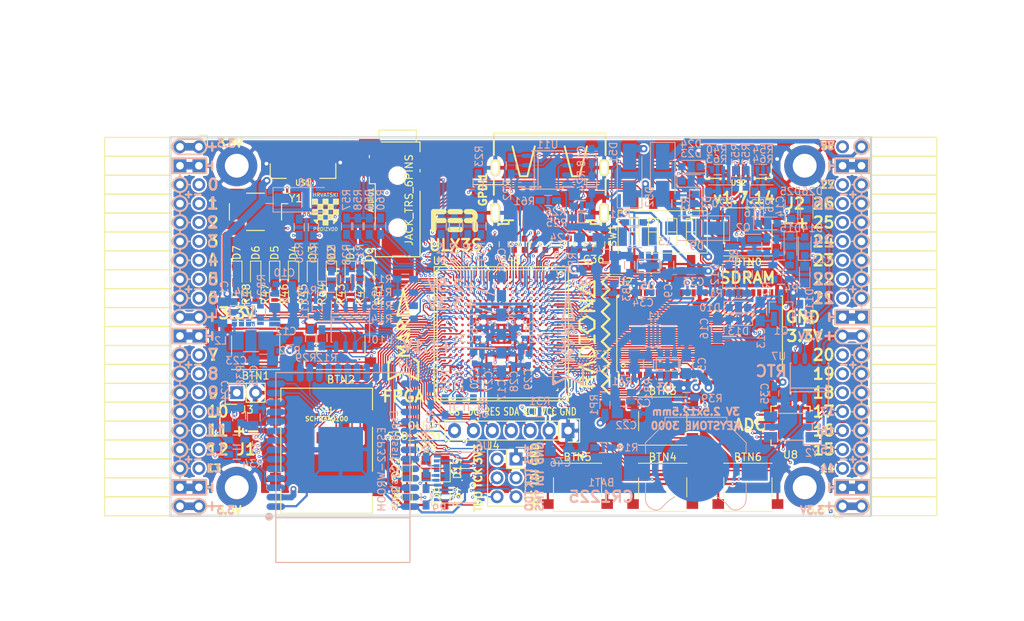
<source format=kicad_pcb>
(kicad_pcb (version 4) (host pcbnew 4.0.7+dfsg1-1)

  (general
    (links 768)
    (no_connects 0)
    (area 93.949999 61.269999 188.230001 112.370001)
    (thickness 1.6)
    (drawings 481)
    (tracks 4804)
    (zones 0)
    (modules 195)
    (nets 266)
  )

  (page A4)
  (layers
    (0 F.Cu signal)
    (1 In1.Cu signal)
    (2 In2.Cu signal)
    (31 B.Cu signal)
    (32 B.Adhes user)
    (33 F.Adhes user)
    (34 B.Paste user)
    (35 F.Paste user)
    (36 B.SilkS user)
    (37 F.SilkS user)
    (38 B.Mask user)
    (39 F.Mask user)
    (40 Dwgs.User user)
    (41 Cmts.User user)
    (42 Eco1.User user)
    (43 Eco2.User user)
    (44 Edge.Cuts user)
    (45 Margin user)
    (46 B.CrtYd user)
    (47 F.CrtYd user)
    (48 B.Fab user)
    (49 F.Fab user)
  )

  (setup
    (last_trace_width 0.3)
    (trace_clearance 0.127)
    (zone_clearance 0.127)
    (zone_45_only no)
    (trace_min 0.127)
    (segment_width 0.2)
    (edge_width 0.2)
    (via_size 0.4)
    (via_drill 0.2)
    (via_min_size 0.4)
    (via_min_drill 0.2)
    (uvia_size 0.3)
    (uvia_drill 0.1)
    (uvias_allowed no)
    (uvia_min_size 0.2)
    (uvia_min_drill 0.1)
    (pcb_text_width 0.3)
    (pcb_text_size 1.5 1.5)
    (mod_edge_width 0.15)
    (mod_text_size 1 1)
    (mod_text_width 0.15)
    (pad_size 1.7272 1.7272)
    (pad_drill 1.016)
    (pad_to_mask_clearance 0.05)
    (aux_axis_origin 94.1 112.22)
    (grid_origin 93.48 113)
    (visible_elements 7FFFFFFF)
    (pcbplotparams
      (layerselection 0x310f0_80000007)
      (usegerberextensions true)
      (excludeedgelayer true)
      (linewidth 0.100000)
      (plotframeref false)
      (viasonmask false)
      (mode 1)
      (useauxorigin false)
      (hpglpennumber 1)
      (hpglpenspeed 20)
      (hpglpendiameter 15)
      (hpglpenoverlay 2)
      (psnegative false)
      (psa4output false)
      (plotreference true)
      (plotvalue true)
      (plotinvisibletext false)
      (padsonsilk false)
      (subtractmaskfromsilk false)
      (outputformat 1)
      (mirror false)
      (drillshape 0)
      (scaleselection 1)
      (outputdirectory plot))
  )

  (net 0 "")
  (net 1 GND)
  (net 2 +5V)
  (net 3 /gpio/IN5V)
  (net 4 /gpio/OUT5V)
  (net 5 +3V3)
  (net 6 BTN_D)
  (net 7 BTN_F1)
  (net 8 BTN_F2)
  (net 9 BTN_L)
  (net 10 BTN_R)
  (net 11 BTN_U)
  (net 12 /power/FB1)
  (net 13 +2V5)
  (net 14 /power/PWREN)
  (net 15 /power/FB3)
  (net 16 /power/FB2)
  (net 17 "Net-(D9-Pad1)")
  (net 18 /power/VBAT)
  (net 19 JTAG_TDI)
  (net 20 JTAG_TCK)
  (net 21 JTAG_TMS)
  (net 22 JTAG_TDO)
  (net 23 /power/WAKEUPn)
  (net 24 /power/WKUP)
  (net 25 /power/SHUT)
  (net 26 /power/WAKE)
  (net 27 /power/HOLD)
  (net 28 /power/WKn)
  (net 29 /power/OSCI_32k)
  (net 30 /power/OSCO_32k)
  (net 31 "Net-(Q2-Pad3)")
  (net 32 SHUTDOWN)
  (net 33 /analog/AUDIO_L)
  (net 34 /analog/AUDIO_R)
  (net 35 GPDI_SDA)
  (net 36 GPDI_SCL)
  (net 37 /gpdi/VREF2)
  (net 38 SD_CMD)
  (net 39 SD_CLK)
  (net 40 SD_D0)
  (net 41 SD_D1)
  (net 42 USB5V)
  (net 43 GPDI_CEC)
  (net 44 nRESET)
  (net 45 FTDI_nDTR)
  (net 46 SDRAM_CKE)
  (net 47 SDRAM_A7)
  (net 48 SDRAM_D15)
  (net 49 SDRAM_BA1)
  (net 50 SDRAM_D7)
  (net 51 SDRAM_A6)
  (net 52 SDRAM_CLK)
  (net 53 SDRAM_D13)
  (net 54 SDRAM_BA0)
  (net 55 SDRAM_D6)
  (net 56 SDRAM_A5)
  (net 57 SDRAM_D14)
  (net 58 SDRAM_A11)
  (net 59 SDRAM_D12)
  (net 60 SDRAM_D5)
  (net 61 SDRAM_A4)
  (net 62 SDRAM_A10)
  (net 63 SDRAM_D11)
  (net 64 SDRAM_A3)
  (net 65 SDRAM_D4)
  (net 66 SDRAM_D10)
  (net 67 SDRAM_D9)
  (net 68 SDRAM_A9)
  (net 69 SDRAM_D3)
  (net 70 SDRAM_D8)
  (net 71 SDRAM_A8)
  (net 72 SDRAM_A2)
  (net 73 SDRAM_A1)
  (net 74 SDRAM_A0)
  (net 75 SDRAM_D2)
  (net 76 SDRAM_D1)
  (net 77 SDRAM_D0)
  (net 78 SDRAM_DQM0)
  (net 79 SDRAM_nCS)
  (net 80 SDRAM_nRAS)
  (net 81 SDRAM_DQM1)
  (net 82 SDRAM_nCAS)
  (net 83 SDRAM_nWE)
  (net 84 /flash/FLASH_nWP)
  (net 85 /flash/FLASH_nHOLD)
  (net 86 /flash/FLASH_MOSI)
  (net 87 /flash/FLASH_MISO)
  (net 88 /flash/FLASH_SCK)
  (net 89 /flash/FLASH_nCS)
  (net 90 /flash/FPGA_PROGRAMN)
  (net 91 /flash/FPGA_DONE)
  (net 92 /flash/FPGA_INITN)
  (net 93 OLED_RES)
  (net 94 OLED_DC)
  (net 95 OLED_CS)
  (net 96 WIFI_EN)
  (net 97 FTDI_nRTS)
  (net 98 FTDI_TXD)
  (net 99 FTDI_RXD)
  (net 100 WIFI_RXD)
  (net 101 WIFI_GPIO0)
  (net 102 WIFI_TXD)
  (net 103 USB_FTDI_D+)
  (net 104 USB_FTDI_D-)
  (net 105 SD_D3)
  (net 106 AUDIO_L3)
  (net 107 AUDIO_L2)
  (net 108 AUDIO_L1)
  (net 109 AUDIO_L0)
  (net 110 AUDIO_R3)
  (net 111 AUDIO_R2)
  (net 112 AUDIO_R1)
  (net 113 AUDIO_R0)
  (net 114 OLED_CLK)
  (net 115 OLED_MOSI)
  (net 116 LED0)
  (net 117 LED1)
  (net 118 LED2)
  (net 119 LED3)
  (net 120 LED4)
  (net 121 LED5)
  (net 122 LED6)
  (net 123 LED7)
  (net 124 BTN_PWRn)
  (net 125 FTDI_nTXLED)
  (net 126 FTDI_nSLEEP)
  (net 127 /blinkey/LED_PWREN)
  (net 128 /blinkey/LED_TXLED)
  (net 129 /sdcard/SD3V3)
  (net 130 SD_D2)
  (net 131 CLK_25MHz)
  (net 132 /blinkey/BTNPUL)
  (net 133 /blinkey/BTNPUR)
  (net 134 USB_FPGA_D+)
  (net 135 /power/FTDI_nSUSPEND)
  (net 136 /blinkey/ALED0)
  (net 137 /blinkey/ALED1)
  (net 138 /blinkey/ALED2)
  (net 139 /blinkey/ALED3)
  (net 140 /blinkey/ALED4)
  (net 141 /blinkey/ALED5)
  (net 142 /blinkey/ALED6)
  (net 143 /blinkey/ALED7)
  (net 144 /usb/FTD-)
  (net 145 /usb/FTD+)
  (net 146 ADC_MISO)
  (net 147 ADC_MOSI)
  (net 148 ADC_CSn)
  (net 149 ADC_SCLK)
  (net 150 SW3)
  (net 151 SW2)
  (net 152 SW1)
  (net 153 USB_FPGA_D-)
  (net 154 /usb/FPD+)
  (net 155 /usb/FPD-)
  (net 156 WIFI_GPIO16)
  (net 157 /usb/ANT_433MHz)
  (net 158 /power/PWRBTn)
  (net 159 PROG_DONE)
  (net 160 /power/P3V3)
  (net 161 /power/P2V5)
  (net 162 /power/L1)
  (net 163 /power/L3)
  (net 164 /power/L2)
  (net 165 FTDI_TXDEN)
  (net 166 SDRAM_A12)
  (net 167 /analog/AUDIO_V)
  (net 168 AUDIO_V3)
  (net 169 AUDIO_V2)
  (net 170 AUDIO_V1)
  (net 171 AUDIO_V0)
  (net 172 /blinkey/LED_WIFI)
  (net 173 /power/P1V1)
  (net 174 +1V1)
  (net 175 SW4)
  (net 176 /blinkey/SWPU)
  (net 177 /wifi/WIFIEN)
  (net 178 FT2V5)
  (net 179 GN0)
  (net 180 GP0)
  (net 181 GN1)
  (net 182 GP1)
  (net 183 GN2)
  (net 184 GP2)
  (net 185 GN3)
  (net 186 GP3)
  (net 187 GN4)
  (net 188 GP4)
  (net 189 GN5)
  (net 190 GP5)
  (net 191 GN6)
  (net 192 GP6)
  (net 193 GN14)
  (net 194 GP14)
  (net 195 GN15)
  (net 196 GP15)
  (net 197 GN16)
  (net 198 GP16)
  (net 199 GN17)
  (net 200 GP17)
  (net 201 GN18)
  (net 202 GP18)
  (net 203 GN19)
  (net 204 GP19)
  (net 205 GN20)
  (net 206 GP20)
  (net 207 GN21)
  (net 208 GP21)
  (net 209 GN22)
  (net 210 GP22)
  (net 211 GN23)
  (net 212 GP23)
  (net 213 GN24)
  (net 214 GP24)
  (net 215 GN25)
  (net 216 GP25)
  (net 217 GN26)
  (net 218 GP26)
  (net 219 GN27)
  (net 220 GP27)
  (net 221 GN7)
  (net 222 GP7)
  (net 223 GN8)
  (net 224 GP8)
  (net 225 GN9)
  (net 226 GP9)
  (net 227 GN10)
  (net 228 GP10)
  (net 229 GN11)
  (net 230 GP11)
  (net 231 GN12)
  (net 232 GP12)
  (net 233 GN13)
  (net 234 GP13)
  (net 235 WIFI_GPIO5)
  (net 236 WIFI_GPIO17)
  (net 237 USB_FPGA_PULL_D+)
  (net 238 USB_FPGA_PULL_D-)
  (net 239 "Net-(D23-Pad2)")
  (net 240 "Net-(D24-Pad1)")
  (net 241 "Net-(D25-Pad2)")
  (net 242 "Net-(D26-Pad1)")
  (net 243 /gpdi/GPDI_ETH+)
  (net 244 FPDI_ETH+)
  (net 245 /gpdi/GPDI_ETH-)
  (net 246 FPDI_ETH-)
  (net 247 /gpdi/GPDI_D2-)
  (net 248 FPDI_D2-)
  (net 249 /gpdi/GPDI_D1-)
  (net 250 FPDI_D1-)
  (net 251 /gpdi/GPDI_D0-)
  (net 252 FPDI_D0-)
  (net 253 /gpdi/GPDI_CLK-)
  (net 254 FPDI_CLK-)
  (net 255 /gpdi/GPDI_D2+)
  (net 256 FPDI_D2+)
  (net 257 /gpdi/GPDI_D1+)
  (net 258 FPDI_D1+)
  (net 259 /gpdi/GPDI_D0+)
  (net 260 FPDI_D0+)
  (net 261 /gpdi/GPDI_CLK+)
  (net 262 FPDI_CLK+)
  (net 263 FPDI_SDA)
  (net 264 FPDI_SCL)
  (net 265 /gpdi/FPDI_CEC)

  (net_class Default "This is the default net class."
    (clearance 0.127)
    (trace_width 0.3)
    (via_dia 0.4)
    (via_drill 0.2)
    (uvia_dia 0.3)
    (uvia_drill 0.1)
    (add_net +1V1)
    (add_net +2V5)
    (add_net +3V3)
    (add_net +5V)
    (add_net /analog/AUDIO_L)
    (add_net /analog/AUDIO_R)
    (add_net /analog/AUDIO_V)
    (add_net /blinkey/ALED0)
    (add_net /blinkey/ALED1)
    (add_net /blinkey/ALED2)
    (add_net /blinkey/ALED3)
    (add_net /blinkey/ALED4)
    (add_net /blinkey/ALED5)
    (add_net /blinkey/ALED6)
    (add_net /blinkey/ALED7)
    (add_net /blinkey/BTNPUL)
    (add_net /blinkey/BTNPUR)
    (add_net /blinkey/LED_PWREN)
    (add_net /blinkey/LED_TXLED)
    (add_net /blinkey/LED_WIFI)
    (add_net /blinkey/SWPU)
    (add_net /gpdi/FPDI_CEC)
    (add_net /gpdi/GPDI_CLK+)
    (add_net /gpdi/GPDI_CLK-)
    (add_net /gpdi/GPDI_D0+)
    (add_net /gpdi/GPDI_D0-)
    (add_net /gpdi/GPDI_D1+)
    (add_net /gpdi/GPDI_D1-)
    (add_net /gpdi/GPDI_D2+)
    (add_net /gpdi/GPDI_D2-)
    (add_net /gpdi/GPDI_ETH+)
    (add_net /gpdi/GPDI_ETH-)
    (add_net /gpdi/VREF2)
    (add_net /gpio/IN5V)
    (add_net /gpio/OUT5V)
    (add_net /power/FB1)
    (add_net /power/FB2)
    (add_net /power/FB3)
    (add_net /power/FTDI_nSUSPEND)
    (add_net /power/HOLD)
    (add_net /power/L1)
    (add_net /power/L2)
    (add_net /power/L3)
    (add_net /power/OSCI_32k)
    (add_net /power/OSCO_32k)
    (add_net /power/P1V1)
    (add_net /power/P2V5)
    (add_net /power/P3V3)
    (add_net /power/PWRBTn)
    (add_net /power/PWREN)
    (add_net /power/SHUT)
    (add_net /power/VBAT)
    (add_net /power/WAKE)
    (add_net /power/WAKEUPn)
    (add_net /power/WKUP)
    (add_net /power/WKn)
    (add_net /sdcard/SD3V3)
    (add_net /usb/ANT_433MHz)
    (add_net /usb/FPD+)
    (add_net /usb/FPD-)
    (add_net /usb/FTD+)
    (add_net /usb/FTD-)
    (add_net /wifi/WIFIEN)
    (add_net FPDI_CLK+)
    (add_net FPDI_CLK-)
    (add_net FPDI_D0+)
    (add_net FPDI_D0-)
    (add_net FPDI_D1+)
    (add_net FPDI_D1-)
    (add_net FPDI_D2+)
    (add_net FPDI_D2-)
    (add_net FPDI_ETH+)
    (add_net FPDI_ETH-)
    (add_net FT2V5)
    (add_net GND)
    (add_net "Net-(D23-Pad2)")
    (add_net "Net-(D24-Pad1)")
    (add_net "Net-(D25-Pad2)")
    (add_net "Net-(D26-Pad1)")
    (add_net "Net-(D9-Pad1)")
    (add_net "Net-(Q2-Pad3)")
    (add_net SW4)
    (add_net USB5V)
  )

  (net_class BGA ""
    (clearance 0.127)
    (trace_width 0.19)
    (via_dia 0.4)
    (via_drill 0.2)
    (uvia_dia 0.3)
    (uvia_drill 0.1)
    (add_net /flash/FLASH_MISO)
    (add_net /flash/FLASH_MOSI)
    (add_net /flash/FLASH_SCK)
    (add_net /flash/FLASH_nCS)
    (add_net /flash/FLASH_nHOLD)
    (add_net /flash/FLASH_nWP)
    (add_net /flash/FPGA_DONE)
    (add_net /flash/FPGA_INITN)
    (add_net /flash/FPGA_PROGRAMN)
    (add_net ADC_CSn)
    (add_net ADC_MISO)
    (add_net ADC_MOSI)
    (add_net ADC_SCLK)
    (add_net AUDIO_L0)
    (add_net AUDIO_L1)
    (add_net AUDIO_L2)
    (add_net AUDIO_L3)
    (add_net AUDIO_R0)
    (add_net AUDIO_R1)
    (add_net AUDIO_R2)
    (add_net AUDIO_R3)
    (add_net AUDIO_V0)
    (add_net AUDIO_V1)
    (add_net AUDIO_V2)
    (add_net AUDIO_V3)
    (add_net BTN_D)
    (add_net BTN_F1)
    (add_net BTN_F2)
    (add_net BTN_L)
    (add_net BTN_PWRn)
    (add_net BTN_R)
    (add_net BTN_U)
    (add_net CLK_25MHz)
    (add_net FPDI_SCL)
    (add_net FPDI_SDA)
    (add_net FTDI_RXD)
    (add_net FTDI_TXD)
    (add_net FTDI_TXDEN)
    (add_net FTDI_nDTR)
    (add_net FTDI_nRTS)
    (add_net FTDI_nSLEEP)
    (add_net FTDI_nTXLED)
    (add_net GN0)
    (add_net GN1)
    (add_net GN10)
    (add_net GN11)
    (add_net GN12)
    (add_net GN13)
    (add_net GN14)
    (add_net GN15)
    (add_net GN16)
    (add_net GN17)
    (add_net GN18)
    (add_net GN19)
    (add_net GN2)
    (add_net GN20)
    (add_net GN21)
    (add_net GN22)
    (add_net GN23)
    (add_net GN24)
    (add_net GN25)
    (add_net GN26)
    (add_net GN27)
    (add_net GN3)
    (add_net GN4)
    (add_net GN5)
    (add_net GN6)
    (add_net GN7)
    (add_net GN8)
    (add_net GN9)
    (add_net GP0)
    (add_net GP1)
    (add_net GP10)
    (add_net GP11)
    (add_net GP12)
    (add_net GP13)
    (add_net GP14)
    (add_net GP15)
    (add_net GP16)
    (add_net GP17)
    (add_net GP18)
    (add_net GP19)
    (add_net GP2)
    (add_net GP20)
    (add_net GP21)
    (add_net GP22)
    (add_net GP23)
    (add_net GP24)
    (add_net GP25)
    (add_net GP26)
    (add_net GP27)
    (add_net GP3)
    (add_net GP4)
    (add_net GP5)
    (add_net GP6)
    (add_net GP7)
    (add_net GP8)
    (add_net GP9)
    (add_net GPDI_CEC)
    (add_net GPDI_SCL)
    (add_net GPDI_SDA)
    (add_net JTAG_TCK)
    (add_net JTAG_TDI)
    (add_net JTAG_TDO)
    (add_net JTAG_TMS)
    (add_net LED0)
    (add_net LED1)
    (add_net LED2)
    (add_net LED3)
    (add_net LED4)
    (add_net LED5)
    (add_net LED6)
    (add_net LED7)
    (add_net OLED_CLK)
    (add_net OLED_CS)
    (add_net OLED_DC)
    (add_net OLED_MOSI)
    (add_net OLED_RES)
    (add_net PROG_DONE)
    (add_net SDRAM_A0)
    (add_net SDRAM_A1)
    (add_net SDRAM_A10)
    (add_net SDRAM_A11)
    (add_net SDRAM_A12)
    (add_net SDRAM_A2)
    (add_net SDRAM_A3)
    (add_net SDRAM_A4)
    (add_net SDRAM_A5)
    (add_net SDRAM_A6)
    (add_net SDRAM_A7)
    (add_net SDRAM_A8)
    (add_net SDRAM_A9)
    (add_net SDRAM_BA0)
    (add_net SDRAM_BA1)
    (add_net SDRAM_CKE)
    (add_net SDRAM_CLK)
    (add_net SDRAM_D0)
    (add_net SDRAM_D1)
    (add_net SDRAM_D10)
    (add_net SDRAM_D11)
    (add_net SDRAM_D12)
    (add_net SDRAM_D13)
    (add_net SDRAM_D14)
    (add_net SDRAM_D15)
    (add_net SDRAM_D2)
    (add_net SDRAM_D3)
    (add_net SDRAM_D4)
    (add_net SDRAM_D5)
    (add_net SDRAM_D6)
    (add_net SDRAM_D7)
    (add_net SDRAM_D8)
    (add_net SDRAM_D9)
    (add_net SDRAM_DQM0)
    (add_net SDRAM_DQM1)
    (add_net SDRAM_nCAS)
    (add_net SDRAM_nCS)
    (add_net SDRAM_nRAS)
    (add_net SDRAM_nWE)
    (add_net SD_CLK)
    (add_net SD_CMD)
    (add_net SD_D0)
    (add_net SD_D1)
    (add_net SD_D2)
    (add_net SD_D3)
    (add_net SHUTDOWN)
    (add_net SW1)
    (add_net SW2)
    (add_net SW3)
    (add_net USB_FPGA_D+)
    (add_net USB_FPGA_D-)
    (add_net USB_FPGA_PULL_D+)
    (add_net USB_FPGA_PULL_D-)
    (add_net USB_FTDI_D+)
    (add_net USB_FTDI_D-)
    (add_net WIFI_EN)
    (add_net WIFI_GPIO0)
    (add_net WIFI_GPIO16)
    (add_net WIFI_GPIO17)
    (add_net WIFI_GPIO5)
    (add_net WIFI_RXD)
    (add_net WIFI_TXD)
    (add_net nRESET)
  )

  (net_class Minimal ""
    (clearance 0.127)
    (trace_width 0.127)
    (via_dia 0.4)
    (via_drill 0.2)
    (uvia_dia 0.3)
    (uvia_drill 0.1)
  )

  (module Resistors_SMD:R_0603_HandSoldering (layer B.Cu) (tedit 59D565A6) (tstamp 59C0F273)
    (at 169.919 66.965 90)
    (descr "Resistor SMD 0603, hand soldering")
    (tags "resistor 0603")
    (path /58D6BF46/59C0F7B6)
    (attr smd)
    (fp_text reference R53 (at 3.259 0 270) (layer B.SilkS)
      (effects (font (size 1 1) (thickness 0.15)) (justify mirror))
    )
    (fp_text value 27 (at 2.667 0 270) (layer B.Fab)
      (effects (font (size 1 1) (thickness 0.15)) (justify mirror))
    )
    (fp_text user %R (at 2.413 -2.54 180) (layer B.Fab) hide
      (effects (font (size 1 1) (thickness 0.15)) (justify mirror))
    )
    (fp_line (start -0.8 -0.4) (end -0.8 0.4) (layer B.Fab) (width 0.1))
    (fp_line (start 0.8 -0.4) (end -0.8 -0.4) (layer B.Fab) (width 0.1))
    (fp_line (start 0.8 0.4) (end 0.8 -0.4) (layer B.Fab) (width 0.1))
    (fp_line (start -0.8 0.4) (end 0.8 0.4) (layer B.Fab) (width 0.1))
    (fp_line (start 0.5 -0.68) (end -0.5 -0.68) (layer B.SilkS) (width 0.12))
    (fp_line (start -0.5 0.68) (end 0.5 0.68) (layer B.SilkS) (width 0.12))
    (fp_line (start -1.96 0.7) (end 1.95 0.7) (layer B.CrtYd) (width 0.05))
    (fp_line (start -1.96 0.7) (end -1.96 -0.7) (layer B.CrtYd) (width 0.05))
    (fp_line (start 1.95 -0.7) (end 1.95 0.7) (layer B.CrtYd) (width 0.05))
    (fp_line (start 1.95 -0.7) (end -1.96 -0.7) (layer B.CrtYd) (width 0.05))
    (pad 1 smd rect (at -1.1 0 90) (size 1.2 0.9) (layers B.Cu B.Paste B.Mask)
      (net 134 USB_FPGA_D+))
    (pad 2 smd rect (at 1.1 0 90) (size 1.2 0.9) (layers B.Cu B.Paste B.Mask)
      (net 154 /usb/FPD+))
    (model Resistors_SMD.3dshapes/R_0603.wrl
      (at (xyz 0 0 0))
      (scale (xyz 1 1 1))
      (rotate (xyz 0 0 0))
    )
  )

  (module Socket_Strips:Socket_Strip_Angled_2x20 (layer F.Cu) (tedit 5A2B354F) (tstamp 58E6BE3D)
    (at 97.91 62.69 270)
    (descr "Through hole socket strip")
    (tags "socket strip")
    (path /56AC389C/58E6B835)
    (fp_text reference J1 (at 40.64 -6.35 360) (layer F.SilkS)
      (effects (font (size 1.5 1.5) (thickness 0.3)))
    )
    (fp_text value CONN_02X20 (at 0 -2.6 270) (layer F.Fab) hide
      (effects (font (size 1 1) (thickness 0.15)))
    )
    (fp_line (start -1.75 -1.35) (end -1.75 13.15) (layer F.CrtYd) (width 0.05))
    (fp_line (start 50.05 -1.35) (end 50.05 13.15) (layer F.CrtYd) (width 0.05))
    (fp_line (start -1.75 -1.35) (end 50.05 -1.35) (layer F.CrtYd) (width 0.05))
    (fp_line (start -1.75 13.15) (end 50.05 13.15) (layer F.CrtYd) (width 0.05))
    (fp_line (start 49.53 12.64) (end 49.53 3.81) (layer F.SilkS) (width 0.15))
    (fp_line (start 46.99 12.64) (end 49.53 12.64) (layer F.SilkS) (width 0.15))
    (fp_line (start 46.99 3.81) (end 49.53 3.81) (layer F.SilkS) (width 0.15))
    (fp_line (start 49.53 3.81) (end 49.53 12.64) (layer F.SilkS) (width 0.15))
    (fp_line (start 46.99 3.81) (end 46.99 12.64) (layer F.SilkS) (width 0.15))
    (fp_line (start 44.45 3.81) (end 46.99 3.81) (layer F.SilkS) (width 0.15))
    (fp_line (start 44.45 12.64) (end 46.99 12.64) (layer F.SilkS) (width 0.15))
    (fp_line (start 46.99 12.64) (end 46.99 3.81) (layer F.SilkS) (width 0.15))
    (fp_line (start 29.21 12.64) (end 29.21 3.81) (layer F.SilkS) (width 0.15))
    (fp_line (start 26.67 12.64) (end 29.21 12.64) (layer F.SilkS) (width 0.15))
    (fp_line (start 26.67 3.81) (end 29.21 3.81) (layer F.SilkS) (width 0.15))
    (fp_line (start 29.21 3.81) (end 29.21 12.64) (layer F.SilkS) (width 0.15))
    (fp_line (start 31.75 3.81) (end 31.75 12.64) (layer F.SilkS) (width 0.15))
    (fp_line (start 29.21 3.81) (end 31.75 3.81) (layer F.SilkS) (width 0.15))
    (fp_line (start 29.21 12.64) (end 31.75 12.64) (layer F.SilkS) (width 0.15))
    (fp_line (start 31.75 12.64) (end 31.75 3.81) (layer F.SilkS) (width 0.15))
    (fp_line (start 44.45 12.64) (end 44.45 3.81) (layer F.SilkS) (width 0.15))
    (fp_line (start 41.91 12.64) (end 44.45 12.64) (layer F.SilkS) (width 0.15))
    (fp_line (start 41.91 3.81) (end 44.45 3.81) (layer F.SilkS) (width 0.15))
    (fp_line (start 44.45 3.81) (end 44.45 12.64) (layer F.SilkS) (width 0.15))
    (fp_line (start 41.91 3.81) (end 41.91 12.64) (layer F.SilkS) (width 0.15))
    (fp_line (start 39.37 3.81) (end 41.91 3.81) (layer F.SilkS) (width 0.15))
    (fp_line (start 39.37 12.64) (end 41.91 12.64) (layer F.SilkS) (width 0.15))
    (fp_line (start 41.91 12.64) (end 41.91 3.81) (layer F.SilkS) (width 0.15))
    (fp_line (start 39.37 12.64) (end 39.37 3.81) (layer F.SilkS) (width 0.15))
    (fp_line (start 36.83 12.64) (end 39.37 12.64) (layer F.SilkS) (width 0.15))
    (fp_line (start 36.83 3.81) (end 39.37 3.81) (layer F.SilkS) (width 0.15))
    (fp_line (start 39.37 3.81) (end 39.37 12.64) (layer F.SilkS) (width 0.15))
    (fp_line (start 36.83 3.81) (end 36.83 12.64) (layer F.SilkS) (width 0.15))
    (fp_line (start 34.29 3.81) (end 36.83 3.81) (layer F.SilkS) (width 0.15))
    (fp_line (start 34.29 12.64) (end 36.83 12.64) (layer F.SilkS) (width 0.15))
    (fp_line (start 36.83 12.64) (end 36.83 3.81) (layer F.SilkS) (width 0.15))
    (fp_line (start 34.29 12.64) (end 34.29 3.81) (layer F.SilkS) (width 0.15))
    (fp_line (start 31.75 12.64) (end 34.29 12.64) (layer F.SilkS) (width 0.15))
    (fp_line (start 31.75 3.81) (end 34.29 3.81) (layer F.SilkS) (width 0.15))
    (fp_line (start 34.29 3.81) (end 34.29 12.64) (layer F.SilkS) (width 0.15))
    (fp_line (start 16.51 3.81) (end 16.51 12.64) (layer F.SilkS) (width 0.15))
    (fp_line (start 13.97 3.81) (end 16.51 3.81) (layer F.SilkS) (width 0.15))
    (fp_line (start 13.97 12.64) (end 16.51 12.64) (layer F.SilkS) (width 0.15))
    (fp_line (start 16.51 12.64) (end 16.51 3.81) (layer F.SilkS) (width 0.15))
    (fp_line (start 19.05 12.64) (end 19.05 3.81) (layer F.SilkS) (width 0.15))
    (fp_line (start 16.51 12.64) (end 19.05 12.64) (layer F.SilkS) (width 0.15))
    (fp_line (start 16.51 3.81) (end 19.05 3.81) (layer F.SilkS) (width 0.15))
    (fp_line (start 19.05 3.81) (end 19.05 12.64) (layer F.SilkS) (width 0.15))
    (fp_line (start 21.59 3.81) (end 21.59 12.64) (layer F.SilkS) (width 0.15))
    (fp_line (start 19.05 3.81) (end 21.59 3.81) (layer F.SilkS) (width 0.15))
    (fp_line (start 19.05 12.64) (end 21.59 12.64) (layer F.SilkS) (width 0.15))
    (fp_line (start 21.59 12.64) (end 21.59 3.81) (layer F.SilkS) (width 0.15))
    (fp_line (start 24.13 12.64) (end 24.13 3.81) (layer F.SilkS) (width 0.15))
    (fp_line (start 21.59 12.64) (end 24.13 12.64) (layer F.SilkS) (width 0.15))
    (fp_line (start 21.59 3.81) (end 24.13 3.81) (layer F.SilkS) (width 0.15))
    (fp_line (start 24.13 3.81) (end 24.13 12.64) (layer F.SilkS) (width 0.15))
    (fp_line (start 26.67 3.81) (end 26.67 12.64) (layer F.SilkS) (width 0.15))
    (fp_line (start 24.13 3.81) (end 26.67 3.81) (layer F.SilkS) (width 0.15))
    (fp_line (start 24.13 12.64) (end 26.67 12.64) (layer F.SilkS) (width 0.15))
    (fp_line (start 26.67 12.64) (end 26.67 3.81) (layer F.SilkS) (width 0.15))
    (fp_line (start 13.97 12.64) (end 13.97 3.81) (layer F.SilkS) (width 0.15))
    (fp_line (start 11.43 12.64) (end 13.97 12.64) (layer F.SilkS) (width 0.15))
    (fp_line (start 11.43 3.81) (end 13.97 3.81) (layer F.SilkS) (width 0.15))
    (fp_line (start 13.97 3.81) (end 13.97 12.64) (layer F.SilkS) (width 0.15))
    (fp_line (start 11.43 3.81) (end 11.43 12.64) (layer F.SilkS) (width 0.15))
    (fp_line (start 8.89 3.81) (end 11.43 3.81) (layer F.SilkS) (width 0.15))
    (fp_line (start 8.89 12.64) (end 11.43 12.64) (layer F.SilkS) (width 0.15))
    (fp_line (start 11.43 12.64) (end 11.43 3.81) (layer F.SilkS) (width 0.15))
    (fp_line (start 8.89 12.64) (end 8.89 3.81) (layer F.SilkS) (width 0.15))
    (fp_line (start 6.35 12.64) (end 8.89 12.64) (layer F.SilkS) (width 0.15))
    (fp_line (start 6.35 3.81) (end 8.89 3.81) (layer F.SilkS) (width 0.15))
    (fp_line (start 8.89 3.81) (end 8.89 12.64) (layer F.SilkS) (width 0.15))
    (fp_line (start 6.35 3.81) (end 6.35 12.64) (layer F.SilkS) (width 0.15))
    (fp_line (start 3.81 3.81) (end 6.35 3.81) (layer F.SilkS) (width 0.15))
    (fp_line (start 3.81 12.64) (end 6.35 12.64) (layer F.SilkS) (width 0.15))
    (fp_line (start 6.35 12.64) (end 6.35 3.81) (layer F.SilkS) (width 0.15))
    (fp_line (start 3.81 12.64) (end 3.81 3.81) (layer F.SilkS) (width 0.15))
    (fp_line (start 1.27 12.64) (end 3.81 12.64) (layer F.SilkS) (width 0.15))
    (fp_line (start 1.27 3.81) (end 3.81 3.81) (layer F.SilkS) (width 0.15))
    (fp_line (start 3.81 3.81) (end 3.81 12.64) (layer F.SilkS) (width 0.15))
    (fp_line (start 1.27 3.81) (end 1.27 12.64) (layer F.SilkS) (width 0.15))
    (fp_line (start -1.27 3.81) (end 1.27 3.81) (layer F.SilkS) (width 0.15))
    (fp_line (start 0 -1.15) (end -1.55 -1.15) (layer F.SilkS) (width 0.15))
    (fp_line (start -1.55 -1.15) (end -1.55 0) (layer F.SilkS) (width 0.15))
    (fp_line (start -1.27 3.81) (end -1.27 12.64) (layer F.SilkS) (width 0.15))
    (fp_line (start -1.27 12.64) (end 1.27 12.64) (layer F.SilkS) (width 0.15))
    (fp_line (start 1.27 12.64) (end 1.27 3.81) (layer F.SilkS) (width 0.15))
    (pad 1 thru_hole oval (at 0 0 270) (size 1.7272 1.7272) (drill 1.016) (layers *.Cu *.Mask)
      (net 5 +3V3))
    (pad 2 thru_hole oval (at 0 2.54 270) (size 1.7272 1.7272) (drill 1.016) (layers *.Cu *.Mask)
      (net 5 +3V3))
    (pad 3 thru_hole rect (at 2.54 0 270) (size 1.7272 1.7272) (drill 1.016) (layers *.Cu *.Mask)
      (net 1 GND))
    (pad 4 thru_hole rect (at 2.54 2.54 270) (size 1.7272 1.7272) (drill 1.016) (layers *.Cu *.Mask)
      (net 1 GND))
    (pad 5 thru_hole oval (at 5.08 0 270) (size 1.7272 1.7272) (drill 1.016) (layers *.Cu *.Mask)
      (net 179 GN0))
    (pad 6 thru_hole oval (at 5.08 2.54 270) (size 1.7272 1.7272) (drill 1.016) (layers *.Cu *.Mask)
      (net 180 GP0))
    (pad 7 thru_hole oval (at 7.62 0 270) (size 1.7272 1.7272) (drill 1.016) (layers *.Cu *.Mask)
      (net 181 GN1))
    (pad 8 thru_hole oval (at 7.62 2.54 270) (size 1.7272 1.7272) (drill 1.016) (layers *.Cu *.Mask)
      (net 182 GP1))
    (pad 9 thru_hole oval (at 10.16 0 270) (size 1.7272 1.7272) (drill 1.016) (layers *.Cu *.Mask)
      (net 183 GN2))
    (pad 10 thru_hole oval (at 10.16 2.54 270) (size 1.7272 1.7272) (drill 1.016) (layers *.Cu *.Mask)
      (net 184 GP2))
    (pad 11 thru_hole oval (at 12.7 0 270) (size 1.7272 1.7272) (drill 1.016) (layers *.Cu *.Mask)
      (net 185 GN3))
    (pad 12 thru_hole oval (at 12.7 2.54 270) (size 1.7272 1.7272) (drill 1.016) (layers *.Cu *.Mask)
      (net 186 GP3))
    (pad 13 thru_hole oval (at 15.24 0 270) (size 1.7272 1.7272) (drill 1.016) (layers *.Cu *.Mask)
      (net 187 GN4))
    (pad 14 thru_hole oval (at 15.24 2.54 270) (size 1.7272 1.7272) (drill 1.016) (layers *.Cu *.Mask)
      (net 188 GP4))
    (pad 15 thru_hole oval (at 17.78 0 270) (size 1.7272 1.7272) (drill 1.016) (layers *.Cu *.Mask)
      (net 189 GN5))
    (pad 16 thru_hole oval (at 17.78 2.54 270) (size 1.7272 1.7272) (drill 1.016) (layers *.Cu *.Mask)
      (net 190 GP5))
    (pad 17 thru_hole oval (at 20.32 0 270) (size 1.7272 1.7272) (drill 1.016) (layers *.Cu *.Mask)
      (net 191 GN6))
    (pad 18 thru_hole oval (at 20.32 2.54 270) (size 1.7272 1.7272) (drill 1.016) (layers *.Cu *.Mask)
      (net 192 GP6))
    (pad 19 thru_hole oval (at 22.86 0 270) (size 1.7272 1.7272) (drill 1.016) (layers *.Cu *.Mask)
      (net 5 +3V3))
    (pad 20 thru_hole oval (at 22.86 2.54 270) (size 1.7272 1.7272) (drill 1.016) (layers *.Cu *.Mask)
      (net 5 +3V3))
    (pad 21 thru_hole rect (at 25.4 0 270) (size 1.7272 1.7272) (drill 1.016) (layers *.Cu *.Mask)
      (net 1 GND))
    (pad 22 thru_hole rect (at 25.4 2.54 270) (size 1.7272 1.7272) (drill 1.016) (layers *.Cu *.Mask)
      (net 1 GND))
    (pad 23 thru_hole oval (at 27.94 0 270) (size 1.7272 1.7272) (drill 1.016) (layers *.Cu *.Mask)
      (net 221 GN7))
    (pad 24 thru_hole oval (at 27.94 2.54 270) (size 1.7272 1.7272) (drill 1.016) (layers *.Cu *.Mask)
      (net 222 GP7))
    (pad 25 thru_hole oval (at 30.48 0 270) (size 1.7272 1.7272) (drill 1.016) (layers *.Cu *.Mask)
      (net 223 GN8))
    (pad 26 thru_hole oval (at 30.48 2.54 270) (size 1.7272 1.7272) (drill 1.016) (layers *.Cu *.Mask)
      (net 224 GP8))
    (pad 27 thru_hole oval (at 33.02 0 270) (size 1.7272 1.7272) (drill 1.016) (layers *.Cu *.Mask)
      (net 225 GN9))
    (pad 28 thru_hole oval (at 33.02 2.54 270) (size 1.7272 1.7272) (drill 1.016) (layers *.Cu *.Mask)
      (net 226 GP9))
    (pad 29 thru_hole oval (at 35.56 0 270) (size 1.7272 1.7272) (drill 1.016) (layers *.Cu *.Mask)
      (net 227 GN10))
    (pad 30 thru_hole oval (at 35.56 2.54 270) (size 1.7272 1.7272) (drill 1.016) (layers *.Cu *.Mask)
      (net 228 GP10))
    (pad 31 thru_hole oval (at 38.1 0 270) (size 1.7272 1.7272) (drill 1.016) (layers *.Cu *.Mask)
      (net 229 GN11))
    (pad 32 thru_hole oval (at 38.1 2.54 270) (size 1.7272 1.7272) (drill 1.016) (layers *.Cu *.Mask)
      (net 230 GP11))
    (pad 33 thru_hole oval (at 40.64 0 270) (size 1.7272 1.7272) (drill 1.016) (layers *.Cu *.Mask)
      (net 231 GN12))
    (pad 34 thru_hole oval (at 40.64 2.54 270) (size 1.7272 1.7272) (drill 1.016) (layers *.Cu *.Mask)
      (net 232 GP12))
    (pad 35 thru_hole oval (at 43.18 0 270) (size 1.7272 1.7272) (drill 1.016) (layers *.Cu *.Mask)
      (net 233 GN13))
    (pad 36 thru_hole oval (at 43.18 2.54 270) (size 1.7272 1.7272) (drill 1.016) (layers *.Cu *.Mask)
      (net 234 GP13))
    (pad 37 thru_hole rect (at 45.72 0 270) (size 1.7272 1.7272) (drill 1.016) (layers *.Cu *.Mask)
      (net 1 GND))
    (pad 38 thru_hole rect (at 45.72 2.54 270) (size 1.7272 1.7272) (drill 1.016) (layers *.Cu *.Mask)
      (net 1 GND))
    (pad 39 thru_hole oval (at 48.26 0 270) (size 1.7272 1.7272) (drill 1.016) (layers *.Cu *.Mask)
      (net 5 +3V3))
    (pad 40 thru_hole oval (at 48.26 2.54 270) (size 1.7272 1.7272) (drill 1.016) (layers *.Cu *.Mask)
      (net 5 +3V3))
    (model Socket_Strips.3dshapes/Socket_Strip_Angled_2x20.wrl
      (at (xyz 0.95 -0.05 0))
      (scale (xyz 1 1 1))
      (rotate (xyz 0 0 180))
    )
  )

  (module SMD_Packages:1Pin (layer F.Cu) (tedit 59F891E7) (tstamp 59C3DCCD)
    (at 182.67515 111.637626)
    (descr "module 1 pin (ou trou mecanique de percage)")
    (tags DEV)
    (path /58D6BF46/59C3AE47)
    (fp_text reference AE1 (at -3.236 3.798) (layer F.SilkS) hide
      (effects (font (size 1 1) (thickness 0.15)))
    )
    (fp_text value 433MHz (at 2.606 3.798) (layer F.Fab) hide
      (effects (font (size 1 1) (thickness 0.15)))
    )
    (pad 1 smd rect (at 0 0) (size 0.5 0.5) (layers B.Cu F.Paste F.Mask)
      (net 157 /usb/ANT_433MHz))
  )

  (module Resistors_SMD:R_0603_HandSoldering (layer B.Cu) (tedit 58307AEF) (tstamp 590C5C33)
    (at 103.498 98.758 90)
    (descr "Resistor SMD 0603, hand soldering")
    (tags "resistor 0603")
    (path /58DA7327/590C5D62)
    (attr smd)
    (fp_text reference R38 (at 5.334 0 90) (layer B.SilkS)
      (effects (font (size 1 1) (thickness 0.15)) (justify mirror))
    )
    (fp_text value 0.47 (at 3.386 0 90) (layer B.Fab)
      (effects (font (size 1 1) (thickness 0.15)) (justify mirror))
    )
    (fp_line (start -0.8 -0.4) (end -0.8 0.4) (layer B.Fab) (width 0.1))
    (fp_line (start 0.8 -0.4) (end -0.8 -0.4) (layer B.Fab) (width 0.1))
    (fp_line (start 0.8 0.4) (end 0.8 -0.4) (layer B.Fab) (width 0.1))
    (fp_line (start -0.8 0.4) (end 0.8 0.4) (layer B.Fab) (width 0.1))
    (fp_line (start -2 0.8) (end 2 0.8) (layer B.CrtYd) (width 0.05))
    (fp_line (start -2 -0.8) (end 2 -0.8) (layer B.CrtYd) (width 0.05))
    (fp_line (start -2 0.8) (end -2 -0.8) (layer B.CrtYd) (width 0.05))
    (fp_line (start 2 0.8) (end 2 -0.8) (layer B.CrtYd) (width 0.05))
    (fp_line (start 0.5 -0.675) (end -0.5 -0.675) (layer B.SilkS) (width 0.15))
    (fp_line (start -0.5 0.675) (end 0.5 0.675) (layer B.SilkS) (width 0.15))
    (pad 1 smd rect (at -1.1 0 90) (size 1.2 0.9) (layers B.Cu B.Paste B.Mask)
      (net 129 /sdcard/SD3V3))
    (pad 2 smd rect (at 1.1 0 90) (size 1.2 0.9) (layers B.Cu B.Paste B.Mask)
      (net 5 +3V3))
    (model Resistors_SMD.3dshapes/R_0603_HandSoldering.wrl
      (at (xyz 0 0 0))
      (scale (xyz 1 1 1))
      (rotate (xyz 0 0 0))
    )
    (model Resistors_SMD.3dshapes/R_0603.wrl
      (at (xyz 0 0 0))
      (scale (xyz 1 1 1))
      (rotate (xyz 0 0 0))
    )
  )

  (module Diodes_SMD:D_SMA_Handsoldering (layer B.Cu) (tedit 59D564F6) (tstamp 59D3C50D)
    (at 155.695 66.5 90)
    (descr "Diode SMA (DO-214AC) Handsoldering")
    (tags "Diode SMA (DO-214AC) Handsoldering")
    (path /56AC389C/56AC483B)
    (attr smd)
    (fp_text reference D51 (at 3.048 -2.159 90) (layer B.SilkS)
      (effects (font (size 1 1) (thickness 0.15)) (justify mirror))
    )
    (fp_text value STPS2L30AF (at 0 -2.6 90) (layer B.Fab) hide
      (effects (font (size 1 1) (thickness 0.15)) (justify mirror))
    )
    (fp_text user %R (at 3.048 -2.159 90) (layer B.Fab) hide
      (effects (font (size 1 1) (thickness 0.15)) (justify mirror))
    )
    (fp_line (start -4.4 1.65) (end -4.4 -1.65) (layer B.SilkS) (width 0.12))
    (fp_line (start 2.3 -1.5) (end -2.3 -1.5) (layer B.Fab) (width 0.1))
    (fp_line (start -2.3 -1.5) (end -2.3 1.5) (layer B.Fab) (width 0.1))
    (fp_line (start 2.3 1.5) (end 2.3 -1.5) (layer B.Fab) (width 0.1))
    (fp_line (start 2.3 1.5) (end -2.3 1.5) (layer B.Fab) (width 0.1))
    (fp_line (start -4.5 1.75) (end 4.5 1.75) (layer B.CrtYd) (width 0.05))
    (fp_line (start 4.5 1.75) (end 4.5 -1.75) (layer B.CrtYd) (width 0.05))
    (fp_line (start 4.5 -1.75) (end -4.5 -1.75) (layer B.CrtYd) (width 0.05))
    (fp_line (start -4.5 -1.75) (end -4.5 1.75) (layer B.CrtYd) (width 0.05))
    (fp_line (start -0.64944 -0.00102) (end -1.55114 -0.00102) (layer B.Fab) (width 0.1))
    (fp_line (start 0.50118 -0.00102) (end 1.4994 -0.00102) (layer B.Fab) (width 0.1))
    (fp_line (start -0.64944 0.79908) (end -0.64944 -0.80112) (layer B.Fab) (width 0.1))
    (fp_line (start 0.50118 -0.75032) (end 0.50118 0.79908) (layer B.Fab) (width 0.1))
    (fp_line (start -0.64944 -0.00102) (end 0.50118 -0.75032) (layer B.Fab) (width 0.1))
    (fp_line (start -0.64944 -0.00102) (end 0.50118 0.79908) (layer B.Fab) (width 0.1))
    (fp_line (start -4.4 -1.65) (end 2.5 -1.65) (layer B.SilkS) (width 0.12))
    (fp_line (start -4.4 1.65) (end 2.5 1.65) (layer B.SilkS) (width 0.12))
    (pad 1 smd rect (at -2.5 0 90) (size 3.5 1.8) (layers B.Cu B.Paste B.Mask)
      (net 2 +5V))
    (pad 2 smd rect (at 2.5 0 90) (size 3.5 1.8) (layers B.Cu B.Paste B.Mask)
      (net 3 /gpio/IN5V))
    (model ${KISYS3DMOD}/Diodes_SMD.3dshapes/D_SMA.wrl
      (at (xyz 0 0 0))
      (scale (xyz 1 1 1))
      (rotate (xyz 0 0 0))
    )
  )

  (module Resistors_SMD:R_0603_HandSoldering (layer B.Cu) (tedit 58307AEF) (tstamp 595B8F7A)
    (at 156.33 72.85 180)
    (descr "Resistor SMD 0603, hand soldering")
    (tags "resistor 0603")
    (path /58D6547C/595B9C2F)
    (attr smd)
    (fp_text reference R51 (at 1.905 1.143 180) (layer B.SilkS)
      (effects (font (size 1 1) (thickness 0.15)) (justify mirror))
    )
    (fp_text value 150 (at 3.556 -0.508 180) (layer B.Fab)
      (effects (font (size 1 1) (thickness 0.15)) (justify mirror))
    )
    (fp_line (start -0.8 -0.4) (end -0.8 0.4) (layer B.Fab) (width 0.1))
    (fp_line (start 0.8 -0.4) (end -0.8 -0.4) (layer B.Fab) (width 0.1))
    (fp_line (start 0.8 0.4) (end 0.8 -0.4) (layer B.Fab) (width 0.1))
    (fp_line (start -0.8 0.4) (end 0.8 0.4) (layer B.Fab) (width 0.1))
    (fp_line (start -2 0.8) (end 2 0.8) (layer B.CrtYd) (width 0.05))
    (fp_line (start -2 -0.8) (end 2 -0.8) (layer B.CrtYd) (width 0.05))
    (fp_line (start -2 0.8) (end -2 -0.8) (layer B.CrtYd) (width 0.05))
    (fp_line (start 2 0.8) (end 2 -0.8) (layer B.CrtYd) (width 0.05))
    (fp_line (start 0.5 -0.675) (end -0.5 -0.675) (layer B.SilkS) (width 0.15))
    (fp_line (start -0.5 0.675) (end 0.5 0.675) (layer B.SilkS) (width 0.15))
    (pad 1 smd rect (at -1.1 0 180) (size 1.2 0.9) (layers B.Cu B.Paste B.Mask)
      (net 5 +3V3))
    (pad 2 smd rect (at 1.1 0 180) (size 1.2 0.9) (layers B.Cu B.Paste B.Mask)
      (net 176 /blinkey/SWPU))
    (model Resistors_SMD.3dshapes/R_0603.wrl
      (at (xyz 0 0 0))
      (scale (xyz 1 1 1))
      (rotate (xyz 0 0 0))
    )
  )

  (module Resistors_SMD:R_1210_HandSoldering (layer B.Cu) (tedit 58307C8D) (tstamp 58D58A37)
    (at 158.87 88.09 180)
    (descr "Resistor SMD 1210, hand soldering")
    (tags "resistor 1210")
    (path /58D51CAD/5A73C9EB)
    (attr smd)
    (fp_text reference L1 (at 0 2.7 180) (layer B.SilkS)
      (effects (font (size 1 1) (thickness 0.15)) (justify mirror))
    )
    (fp_text value 2.2uH (at 0 2.032 180) (layer B.Fab)
      (effects (font (size 1 1) (thickness 0.15)) (justify mirror))
    )
    (fp_line (start -1.6 -1.25) (end -1.6 1.25) (layer B.Fab) (width 0.1))
    (fp_line (start 1.6 -1.25) (end -1.6 -1.25) (layer B.Fab) (width 0.1))
    (fp_line (start 1.6 1.25) (end 1.6 -1.25) (layer B.Fab) (width 0.1))
    (fp_line (start -1.6 1.25) (end 1.6 1.25) (layer B.Fab) (width 0.1))
    (fp_line (start -3.3 1.6) (end 3.3 1.6) (layer B.CrtYd) (width 0.05))
    (fp_line (start -3.3 -1.6) (end 3.3 -1.6) (layer B.CrtYd) (width 0.05))
    (fp_line (start -3.3 1.6) (end -3.3 -1.6) (layer B.CrtYd) (width 0.05))
    (fp_line (start 3.3 1.6) (end 3.3 -1.6) (layer B.CrtYd) (width 0.05))
    (fp_line (start 1 -1.475) (end -1 -1.475) (layer B.SilkS) (width 0.15))
    (fp_line (start -1 1.475) (end 1 1.475) (layer B.SilkS) (width 0.15))
    (pad 1 smd rect (at -2 0 180) (size 2 2.5) (layers B.Cu B.Paste B.Mask)
      (net 162 /power/L1))
    (pad 2 smd rect (at 2 0 180) (size 2 2.5) (layers B.Cu B.Paste B.Mask)
      (net 173 /power/P1V1))
    (model Inductors_SMD.3dshapes/L_1210.wrl
      (at (xyz 0 0 0))
      (scale (xyz 1 1 1))
      (rotate (xyz 0 0 0))
    )
  )

  (module TSOT-25:TSOT-25 (layer B.Cu) (tedit 59CD7E8F) (tstamp 58D5976E)
    (at 160.775 91.9)
    (path /58D51CAD/5A57BFD7)
    (attr smd)
    (fp_text reference U3 (at -0.381 3.048) (layer B.SilkS)
      (effects (font (size 1 1) (thickness 0.2)) (justify mirror))
    )
    (fp_text value TLV62569DBV (at 0 2.286) (layer B.Fab)
      (effects (font (size 0.4 0.4) (thickness 0.1)) (justify mirror))
    )
    (fp_circle (center -1 -0.4) (end -0.95 -0.5) (layer B.SilkS) (width 0.15))
    (fp_line (start -1.5 0.9) (end 1.5 0.9) (layer B.SilkS) (width 0.15))
    (fp_line (start 1.5 0.9) (end 1.5 -0.9) (layer B.SilkS) (width 0.15))
    (fp_line (start 1.5 -0.9) (end -1.5 -0.9) (layer B.SilkS) (width 0.15))
    (fp_line (start -1.5 -0.9) (end -1.5 0.9) (layer B.SilkS) (width 0.15))
    (pad 1 smd rect (at -0.95 -1.3) (size 0.7 1.2) (layers B.Cu B.Paste B.Mask)
      (net 14 /power/PWREN))
    (pad 2 smd rect (at 0 -1.3) (size 0.7 1.2) (layers B.Cu B.Paste B.Mask)
      (net 1 GND))
    (pad 3 smd rect (at 0.95 -1.3) (size 0.7 1.2) (layers B.Cu B.Paste B.Mask)
      (net 162 /power/L1))
    (pad 4 smd rect (at 0.95 1.3) (size 0.7 1.2) (layers B.Cu B.Paste B.Mask)
      (net 2 +5V))
    (pad 5 smd rect (at -0.95 1.3) (size 0.7 1.2) (layers B.Cu B.Paste B.Mask)
      (net 12 /power/FB1))
    (model TO_SOT_Packages_SMD.3dshapes/SOT-23-5.wrl
      (at (xyz 0 0 0))
      (scale (xyz 1 1 1))
      (rotate (xyz 0 0 -90))
    )
  )

  (module Resistors_SMD:R_1210_HandSoldering (layer B.Cu) (tedit 58307C8D) (tstamp 58D599B2)
    (at 104.895 88.725)
    (descr "Resistor SMD 1210, hand soldering")
    (tags "resistor 1210")
    (path /58D51CAD/58D67BD8)
    (attr smd)
    (fp_text reference L2 (at -4.064 0) (layer B.SilkS)
      (effects (font (size 1 1) (thickness 0.15)) (justify mirror))
    )
    (fp_text value 2.2uH (at -1.016 2.159) (layer B.Fab)
      (effects (font (size 1 1) (thickness 0.15)) (justify mirror))
    )
    (fp_line (start -1.6 -1.25) (end -1.6 1.25) (layer B.Fab) (width 0.1))
    (fp_line (start 1.6 -1.25) (end -1.6 -1.25) (layer B.Fab) (width 0.1))
    (fp_line (start 1.6 1.25) (end 1.6 -1.25) (layer B.Fab) (width 0.1))
    (fp_line (start -1.6 1.25) (end 1.6 1.25) (layer B.Fab) (width 0.1))
    (fp_line (start -3.3 1.6) (end 3.3 1.6) (layer B.CrtYd) (width 0.05))
    (fp_line (start -3.3 -1.6) (end 3.3 -1.6) (layer B.CrtYd) (width 0.05))
    (fp_line (start -3.3 1.6) (end -3.3 -1.6) (layer B.CrtYd) (width 0.05))
    (fp_line (start 3.3 1.6) (end 3.3 -1.6) (layer B.CrtYd) (width 0.05))
    (fp_line (start 1 -1.475) (end -1 -1.475) (layer B.SilkS) (width 0.15))
    (fp_line (start -1 1.475) (end 1 1.475) (layer B.SilkS) (width 0.15))
    (pad 1 smd rect (at -2 0) (size 2 2.5) (layers B.Cu B.Paste B.Mask)
      (net 164 /power/L2))
    (pad 2 smd rect (at 2 0) (size 2 2.5) (layers B.Cu B.Paste B.Mask)
      (net 161 /power/P2V5))
    (model Inductors_SMD.3dshapes/L_1210.wrl
      (at (xyz 0 0 0))
      (scale (xyz 1 1 1))
      (rotate (xyz 0 0 0))
    )
  )

  (module TSOT-25:TSOT-25 (layer B.Cu) (tedit 59CD7E82) (tstamp 58D599CD)
    (at 103.625 84.915 180)
    (path /58D51CAD/5A57BC36)
    (attr smd)
    (fp_text reference U4 (at 0 2.697 180) (layer B.SilkS)
      (effects (font (size 1 1) (thickness 0.2)) (justify mirror))
    )
    (fp_text value TLV62569DBV (at 0 2.443 180) (layer B.Fab)
      (effects (font (size 0.4 0.4) (thickness 0.1)) (justify mirror))
    )
    (fp_circle (center -1 -0.4) (end -0.95 -0.5) (layer B.SilkS) (width 0.15))
    (fp_line (start -1.5 0.9) (end 1.5 0.9) (layer B.SilkS) (width 0.15))
    (fp_line (start 1.5 0.9) (end 1.5 -0.9) (layer B.SilkS) (width 0.15))
    (fp_line (start 1.5 -0.9) (end -1.5 -0.9) (layer B.SilkS) (width 0.15))
    (fp_line (start -1.5 -0.9) (end -1.5 0.9) (layer B.SilkS) (width 0.15))
    (pad 1 smd rect (at -0.95 -1.3 180) (size 0.7 1.2) (layers B.Cu B.Paste B.Mask)
      (net 14 /power/PWREN))
    (pad 2 smd rect (at 0 -1.3 180) (size 0.7 1.2) (layers B.Cu B.Paste B.Mask)
      (net 1 GND))
    (pad 3 smd rect (at 0.95 -1.3 180) (size 0.7 1.2) (layers B.Cu B.Paste B.Mask)
      (net 164 /power/L2))
    (pad 4 smd rect (at 0.95 1.3 180) (size 0.7 1.2) (layers B.Cu B.Paste B.Mask)
      (net 2 +5V))
    (pad 5 smd rect (at -0.95 1.3 180) (size 0.7 1.2) (layers B.Cu B.Paste B.Mask)
      (net 16 /power/FB2))
    (model TO_SOT_Packages_SMD.3dshapes/SOT-23-5.wrl
      (at (xyz 0 0 0))
      (scale (xyz 1 1 1))
      (rotate (xyz 0 0 -90))
    )
  )

  (module Resistors_SMD:R_1210_HandSoldering (layer B.Cu) (tedit 58307C8D) (tstamp 58D66E7E)
    (at 156.33 74.755 180)
    (descr "Resistor SMD 1210, hand soldering")
    (tags "resistor 1210")
    (path /58D51CAD/5A73CDB3)
    (attr smd)
    (fp_text reference L3 (at -4.064 -0.635 180) (layer B.SilkS)
      (effects (font (size 1 1) (thickness 0.15)) (justify mirror))
    )
    (fp_text value 2.2uH (at 5.842 0.381 180) (layer B.Fab)
      (effects (font (size 1 1) (thickness 0.15)) (justify mirror))
    )
    (fp_line (start -1.6 -1.25) (end -1.6 1.25) (layer B.Fab) (width 0.1))
    (fp_line (start 1.6 -1.25) (end -1.6 -1.25) (layer B.Fab) (width 0.1))
    (fp_line (start 1.6 1.25) (end 1.6 -1.25) (layer B.Fab) (width 0.1))
    (fp_line (start -1.6 1.25) (end 1.6 1.25) (layer B.Fab) (width 0.1))
    (fp_line (start -3.3 1.6) (end 3.3 1.6) (layer B.CrtYd) (width 0.05))
    (fp_line (start -3.3 -1.6) (end 3.3 -1.6) (layer B.CrtYd) (width 0.05))
    (fp_line (start -3.3 1.6) (end -3.3 -1.6) (layer B.CrtYd) (width 0.05))
    (fp_line (start 3.3 1.6) (end 3.3 -1.6) (layer B.CrtYd) (width 0.05))
    (fp_line (start 1 -1.475) (end -1 -1.475) (layer B.SilkS) (width 0.15))
    (fp_line (start -1 1.475) (end 1 1.475) (layer B.SilkS) (width 0.15))
    (pad 1 smd rect (at -2 0 180) (size 2 2.5) (layers B.Cu B.Paste B.Mask)
      (net 163 /power/L3))
    (pad 2 smd rect (at 2 0 180) (size 2 2.5) (layers B.Cu B.Paste B.Mask)
      (net 160 /power/P3V3))
    (model Inductors_SMD.3dshapes/L_1210.wrl
      (at (xyz 0 0 0))
      (scale (xyz 1 1 1))
      (rotate (xyz 0 0 0))
    )
  )

  (module TSOT-25:TSOT-25 (layer B.Cu) (tedit 59CD7D98) (tstamp 58D66E99)
    (at 158.235 78.692)
    (path /58D51CAD/58D67BBA)
    (attr smd)
    (fp_text reference U5 (at -0.127 2.667) (layer B.SilkS)
      (effects (font (size 1 1) (thickness 0.2)) (justify mirror))
    )
    (fp_text value TLV62569DBV (at 0 2.413) (layer B.Fab)
      (effects (font (size 0.4 0.4) (thickness 0.1)) (justify mirror))
    )
    (fp_circle (center -1 -0.4) (end -0.95 -0.5) (layer B.SilkS) (width 0.15))
    (fp_line (start -1.5 0.9) (end 1.5 0.9) (layer B.SilkS) (width 0.15))
    (fp_line (start 1.5 0.9) (end 1.5 -0.9) (layer B.SilkS) (width 0.15))
    (fp_line (start 1.5 -0.9) (end -1.5 -0.9) (layer B.SilkS) (width 0.15))
    (fp_line (start -1.5 -0.9) (end -1.5 0.9) (layer B.SilkS) (width 0.15))
    (pad 1 smd rect (at -0.95 -1.3) (size 0.7 1.2) (layers B.Cu B.Paste B.Mask)
      (net 14 /power/PWREN))
    (pad 2 smd rect (at 0 -1.3) (size 0.7 1.2) (layers B.Cu B.Paste B.Mask)
      (net 1 GND))
    (pad 3 smd rect (at 0.95 -1.3) (size 0.7 1.2) (layers B.Cu B.Paste B.Mask)
      (net 163 /power/L3))
    (pad 4 smd rect (at 0.95 1.3) (size 0.7 1.2) (layers B.Cu B.Paste B.Mask)
      (net 2 +5V))
    (pad 5 smd rect (at -0.95 1.3) (size 0.7 1.2) (layers B.Cu B.Paste B.Mask)
      (net 15 /power/FB3))
    (model TO_SOT_Packages_SMD.3dshapes/SOT-23-5.wrl
      (at (xyz 0 0 0))
      (scale (xyz 1 1 1))
      (rotate (xyz 0 0 -90))
    )
  )

  (module Capacitors_SMD:C_0805_HandSoldering (layer B.Cu) (tedit 541A9B8D) (tstamp 58D68B19)
    (at 101.085 84.915 270)
    (descr "Capacitor SMD 0805, hand soldering")
    (tags "capacitor 0805")
    (path /58D51CAD/58D598B7)
    (attr smd)
    (fp_text reference C1 (at -3.302 -0.254 270) (layer B.SilkS)
      (effects (font (size 1 1) (thickness 0.15)) (justify mirror))
    )
    (fp_text value 22uF (at -3.429 -0.127 270) (layer B.Fab)
      (effects (font (size 1 1) (thickness 0.15)) (justify mirror))
    )
    (fp_line (start -1 -0.625) (end -1 0.625) (layer B.Fab) (width 0.15))
    (fp_line (start 1 -0.625) (end -1 -0.625) (layer B.Fab) (width 0.15))
    (fp_line (start 1 0.625) (end 1 -0.625) (layer B.Fab) (width 0.15))
    (fp_line (start -1 0.625) (end 1 0.625) (layer B.Fab) (width 0.15))
    (fp_line (start -2.3 1) (end 2.3 1) (layer B.CrtYd) (width 0.05))
    (fp_line (start -2.3 -1) (end 2.3 -1) (layer B.CrtYd) (width 0.05))
    (fp_line (start -2.3 1) (end -2.3 -1) (layer B.CrtYd) (width 0.05))
    (fp_line (start 2.3 1) (end 2.3 -1) (layer B.CrtYd) (width 0.05))
    (fp_line (start 0.5 0.85) (end -0.5 0.85) (layer B.SilkS) (width 0.15))
    (fp_line (start -0.5 -0.85) (end 0.5 -0.85) (layer B.SilkS) (width 0.15))
    (pad 1 smd rect (at -1.25 0 270) (size 1.5 1.25) (layers B.Cu B.Paste B.Mask)
      (net 2 +5V))
    (pad 2 smd rect (at 1.25 0 270) (size 1.5 1.25) (layers B.Cu B.Paste B.Mask)
      (net 1 GND))
    (model Capacitors_SMD.3dshapes/C_0805.wrl
      (at (xyz 0 0 0))
      (scale (xyz 1 1 1))
      (rotate (xyz 0 0 0))
    )
  )

  (module Capacitors_SMD:C_0805_HandSoldering (layer B.Cu) (tedit 541A9B8D) (tstamp 58D68B1E)
    (at 155.06 90.63)
    (descr "Capacitor SMD 0805, hand soldering")
    (tags "capacitor 0805")
    (path /58D51CAD/58D5AE64)
    (attr smd)
    (fp_text reference C3 (at -3.048 0) (layer B.SilkS)
      (effects (font (size 1 1) (thickness 0.15)) (justify mirror))
    )
    (fp_text value 22uF (at -4.064 0) (layer B.Fab)
      (effects (font (size 1 1) (thickness 0.15)) (justify mirror))
    )
    (fp_line (start -1 -0.625) (end -1 0.625) (layer B.Fab) (width 0.15))
    (fp_line (start 1 -0.625) (end -1 -0.625) (layer B.Fab) (width 0.15))
    (fp_line (start 1 0.625) (end 1 -0.625) (layer B.Fab) (width 0.15))
    (fp_line (start -1 0.625) (end 1 0.625) (layer B.Fab) (width 0.15))
    (fp_line (start -2.3 1) (end 2.3 1) (layer B.CrtYd) (width 0.05))
    (fp_line (start -2.3 -1) (end 2.3 -1) (layer B.CrtYd) (width 0.05))
    (fp_line (start -2.3 1) (end -2.3 -1) (layer B.CrtYd) (width 0.05))
    (fp_line (start 2.3 1) (end 2.3 -1) (layer B.CrtYd) (width 0.05))
    (fp_line (start 0.5 0.85) (end -0.5 0.85) (layer B.SilkS) (width 0.15))
    (fp_line (start -0.5 -0.85) (end 0.5 -0.85) (layer B.SilkS) (width 0.15))
    (pad 1 smd rect (at -1.25 0) (size 1.5 1.25) (layers B.Cu B.Paste B.Mask)
      (net 173 /power/P1V1))
    (pad 2 smd rect (at 1.25 0) (size 1.5 1.25) (layers B.Cu B.Paste B.Mask)
      (net 1 GND))
    (model Capacitors_SMD.3dshapes/C_0805.wrl
      (at (xyz 0 0 0))
      (scale (xyz 1 1 1))
      (rotate (xyz 0 0 0))
    )
  )

  (module Capacitors_SMD:C_0805_HandSoldering (layer B.Cu) (tedit 541A9B8D) (tstamp 58D68B23)
    (at 155.06 92.535)
    (descr "Capacitor SMD 0805, hand soldering")
    (tags "capacitor 0805")
    (path /58D51CAD/58D5AEB3)
    (attr smd)
    (fp_text reference C4 (at -3.048 0.127) (layer B.SilkS)
      (effects (font (size 1 1) (thickness 0.15)) (justify mirror))
    )
    (fp_text value 22uF (at -4.064 0.127) (layer B.Fab)
      (effects (font (size 1 1) (thickness 0.15)) (justify mirror))
    )
    (fp_line (start -1 -0.625) (end -1 0.625) (layer B.Fab) (width 0.15))
    (fp_line (start 1 -0.625) (end -1 -0.625) (layer B.Fab) (width 0.15))
    (fp_line (start 1 0.625) (end 1 -0.625) (layer B.Fab) (width 0.15))
    (fp_line (start -1 0.625) (end 1 0.625) (layer B.Fab) (width 0.15))
    (fp_line (start -2.3 1) (end 2.3 1) (layer B.CrtYd) (width 0.05))
    (fp_line (start -2.3 -1) (end 2.3 -1) (layer B.CrtYd) (width 0.05))
    (fp_line (start -2.3 1) (end -2.3 -1) (layer B.CrtYd) (width 0.05))
    (fp_line (start 2.3 1) (end 2.3 -1) (layer B.CrtYd) (width 0.05))
    (fp_line (start 0.5 0.85) (end -0.5 0.85) (layer B.SilkS) (width 0.15))
    (fp_line (start -0.5 -0.85) (end 0.5 -0.85) (layer B.SilkS) (width 0.15))
    (pad 1 smd rect (at -1.25 0) (size 1.5 1.25) (layers B.Cu B.Paste B.Mask)
      (net 173 /power/P1V1))
    (pad 2 smd rect (at 1.25 0) (size 1.5 1.25) (layers B.Cu B.Paste B.Mask)
      (net 1 GND))
    (model Capacitors_SMD.3dshapes/C_0805.wrl
      (at (xyz 0 0 0))
      (scale (xyz 1 1 1))
      (rotate (xyz 0 0 0))
    )
  )

  (module Capacitors_SMD:C_0805_HandSoldering (layer B.Cu) (tedit 541A9B8D) (tstamp 58D68B28)
    (at 163.315 91.9 90)
    (descr "Capacitor SMD 0805, hand soldering")
    (tags "capacitor 0805")
    (path /58D51CAD/58D6295E)
    (attr smd)
    (fp_text reference C5 (at 0 2.1 90) (layer B.SilkS)
      (effects (font (size 1 1) (thickness 0.15)) (justify mirror))
    )
    (fp_text value 22uF (at 0.254 1.651 90) (layer B.Fab)
      (effects (font (size 1 1) (thickness 0.15)) (justify mirror))
    )
    (fp_line (start -1 -0.625) (end -1 0.625) (layer B.Fab) (width 0.15))
    (fp_line (start 1 -0.625) (end -1 -0.625) (layer B.Fab) (width 0.15))
    (fp_line (start 1 0.625) (end 1 -0.625) (layer B.Fab) (width 0.15))
    (fp_line (start -1 0.625) (end 1 0.625) (layer B.Fab) (width 0.15))
    (fp_line (start -2.3 1) (end 2.3 1) (layer B.CrtYd) (width 0.05))
    (fp_line (start -2.3 -1) (end 2.3 -1) (layer B.CrtYd) (width 0.05))
    (fp_line (start -2.3 1) (end -2.3 -1) (layer B.CrtYd) (width 0.05))
    (fp_line (start 2.3 1) (end 2.3 -1) (layer B.CrtYd) (width 0.05))
    (fp_line (start 0.5 0.85) (end -0.5 0.85) (layer B.SilkS) (width 0.15))
    (fp_line (start -0.5 -0.85) (end 0.5 -0.85) (layer B.SilkS) (width 0.15))
    (pad 1 smd rect (at -1.25 0 90) (size 1.5 1.25) (layers B.Cu B.Paste B.Mask)
      (net 2 +5V))
    (pad 2 smd rect (at 1.25 0 90) (size 1.5 1.25) (layers B.Cu B.Paste B.Mask)
      (net 1 GND))
    (model Capacitors_SMD.3dshapes/C_0805.wrl
      (at (xyz 0 0 0))
      (scale (xyz 1 1 1))
      (rotate (xyz 0 0 0))
    )
  )

  (module Capacitors_SMD:C_0805_HandSoldering (layer B.Cu) (tedit 541A9B8D) (tstamp 58D68B2D)
    (at 152.52 79.2)
    (descr "Capacitor SMD 0805, hand soldering")
    (tags "capacitor 0805")
    (path /58D51CAD/58D62988)
    (attr smd)
    (fp_text reference C7 (at -6.096 0) (layer B.SilkS)
      (effects (font (size 1 1) (thickness 0.15)) (justify mirror))
    )
    (fp_text value 22uF (at -4.318 0) (layer B.Fab)
      (effects (font (size 1 1) (thickness 0.15)) (justify mirror))
    )
    (fp_line (start -1 -0.625) (end -1 0.625) (layer B.Fab) (width 0.15))
    (fp_line (start 1 -0.625) (end -1 -0.625) (layer B.Fab) (width 0.15))
    (fp_line (start 1 0.625) (end 1 -0.625) (layer B.Fab) (width 0.15))
    (fp_line (start -1 0.625) (end 1 0.625) (layer B.Fab) (width 0.15))
    (fp_line (start -2.3 1) (end 2.3 1) (layer B.CrtYd) (width 0.05))
    (fp_line (start -2.3 -1) (end 2.3 -1) (layer B.CrtYd) (width 0.05))
    (fp_line (start -2.3 1) (end -2.3 -1) (layer B.CrtYd) (width 0.05))
    (fp_line (start 2.3 1) (end 2.3 -1) (layer B.CrtYd) (width 0.05))
    (fp_line (start 0.5 0.85) (end -0.5 0.85) (layer B.SilkS) (width 0.15))
    (fp_line (start -0.5 -0.85) (end 0.5 -0.85) (layer B.SilkS) (width 0.15))
    (pad 1 smd rect (at -1.25 0) (size 1.5 1.25) (layers B.Cu B.Paste B.Mask)
      (net 160 /power/P3V3))
    (pad 2 smd rect (at 1.25 0) (size 1.5 1.25) (layers B.Cu B.Paste B.Mask)
      (net 1 GND))
    (model Capacitors_SMD.3dshapes/C_0805.wrl
      (at (xyz 0 0 0))
      (scale (xyz 1 1 1))
      (rotate (xyz 0 0 0))
    )
  )

  (module Capacitors_SMD:C_0805_HandSoldering (layer B.Cu) (tedit 541A9B8D) (tstamp 58D68B32)
    (at 152.52 77.295)
    (descr "Capacitor SMD 0805, hand soldering")
    (tags "capacitor 0805")
    (path /58D51CAD/58D6298E)
    (attr smd)
    (fp_text reference C8 (at -6.096 0) (layer B.SilkS)
      (effects (font (size 1 1) (thickness 0.15)) (justify mirror))
    )
    (fp_text value 22uF (at -4.572 -0.127) (layer B.Fab)
      (effects (font (size 1 1) (thickness 0.15)) (justify mirror))
    )
    (fp_line (start -1 -0.625) (end -1 0.625) (layer B.Fab) (width 0.15))
    (fp_line (start 1 -0.625) (end -1 -0.625) (layer B.Fab) (width 0.15))
    (fp_line (start 1 0.625) (end 1 -0.625) (layer B.Fab) (width 0.15))
    (fp_line (start -1 0.625) (end 1 0.625) (layer B.Fab) (width 0.15))
    (fp_line (start -2.3 1) (end 2.3 1) (layer B.CrtYd) (width 0.05))
    (fp_line (start -2.3 -1) (end 2.3 -1) (layer B.CrtYd) (width 0.05))
    (fp_line (start -2.3 1) (end -2.3 -1) (layer B.CrtYd) (width 0.05))
    (fp_line (start 2.3 1) (end 2.3 -1) (layer B.CrtYd) (width 0.05))
    (fp_line (start 0.5 0.85) (end -0.5 0.85) (layer B.SilkS) (width 0.15))
    (fp_line (start -0.5 -0.85) (end 0.5 -0.85) (layer B.SilkS) (width 0.15))
    (pad 1 smd rect (at -1.25 0) (size 1.5 1.25) (layers B.Cu B.Paste B.Mask)
      (net 160 /power/P3V3))
    (pad 2 smd rect (at 1.25 0) (size 1.5 1.25) (layers B.Cu B.Paste B.Mask)
      (net 1 GND))
    (model Capacitors_SMD.3dshapes/C_0805.wrl
      (at (xyz 0 0 0))
      (scale (xyz 1 1 1))
      (rotate (xyz 0 0 0))
    )
  )

  (module Capacitors_SMD:C_0805_HandSoldering (layer B.Cu) (tedit 541A9B8D) (tstamp 58D68B37)
    (at 160.775 78.565 90)
    (descr "Capacitor SMD 0805, hand soldering")
    (tags "capacitor 0805")
    (path /58D51CAD/58D67BD2)
    (attr smd)
    (fp_text reference C9 (at -3.429 0.127 90) (layer B.SilkS)
      (effects (font (size 1 1) (thickness 0.15)) (justify mirror))
    )
    (fp_text value 22uF (at -4.699 0.127 90) (layer B.Fab)
      (effects (font (size 1 1) (thickness 0.15)) (justify mirror))
    )
    (fp_line (start -1 -0.625) (end -1 0.625) (layer B.Fab) (width 0.15))
    (fp_line (start 1 -0.625) (end -1 -0.625) (layer B.Fab) (width 0.15))
    (fp_line (start 1 0.625) (end 1 -0.625) (layer B.Fab) (width 0.15))
    (fp_line (start -1 0.625) (end 1 0.625) (layer B.Fab) (width 0.15))
    (fp_line (start -2.3 1) (end 2.3 1) (layer B.CrtYd) (width 0.05))
    (fp_line (start -2.3 -1) (end 2.3 -1) (layer B.CrtYd) (width 0.05))
    (fp_line (start -2.3 1) (end -2.3 -1) (layer B.CrtYd) (width 0.05))
    (fp_line (start 2.3 1) (end 2.3 -1) (layer B.CrtYd) (width 0.05))
    (fp_line (start 0.5 0.85) (end -0.5 0.85) (layer B.SilkS) (width 0.15))
    (fp_line (start -0.5 -0.85) (end 0.5 -0.85) (layer B.SilkS) (width 0.15))
    (pad 1 smd rect (at -1.25 0 90) (size 1.5 1.25) (layers B.Cu B.Paste B.Mask)
      (net 2 +5V))
    (pad 2 smd rect (at 1.25 0 90) (size 1.5 1.25) (layers B.Cu B.Paste B.Mask)
      (net 1 GND))
    (model Capacitors_SMD.3dshapes/C_0805.wrl
      (at (xyz 0 0 0))
      (scale (xyz 1 1 1))
      (rotate (xyz 0 0 0))
    )
  )

  (module Capacitors_SMD:C_0805_HandSoldering (layer B.Cu) (tedit 541A9B8D) (tstamp 58D68B3C)
    (at 109.34 84.28 180)
    (descr "Capacitor SMD 0805, hand soldering")
    (tags "capacitor 0805")
    (path /58D51CAD/58D67BF6)
    (attr smd)
    (fp_text reference C11 (at -2.794 -0.254 270) (layer B.SilkS)
      (effects (font (size 1 1) (thickness 0.15)) (justify mirror))
    )
    (fp_text value 22uF (at -2.794 -1.016 270) (layer B.Fab)
      (effects (font (size 1 1) (thickness 0.15)) (justify mirror))
    )
    (fp_line (start -1 -0.625) (end -1 0.625) (layer B.Fab) (width 0.15))
    (fp_line (start 1 -0.625) (end -1 -0.625) (layer B.Fab) (width 0.15))
    (fp_line (start 1 0.625) (end 1 -0.625) (layer B.Fab) (width 0.15))
    (fp_line (start -1 0.625) (end 1 0.625) (layer B.Fab) (width 0.15))
    (fp_line (start -2.3 1) (end 2.3 1) (layer B.CrtYd) (width 0.05))
    (fp_line (start -2.3 -1) (end 2.3 -1) (layer B.CrtYd) (width 0.05))
    (fp_line (start -2.3 1) (end -2.3 -1) (layer B.CrtYd) (width 0.05))
    (fp_line (start 2.3 1) (end 2.3 -1) (layer B.CrtYd) (width 0.05))
    (fp_line (start 0.5 0.85) (end -0.5 0.85) (layer B.SilkS) (width 0.15))
    (fp_line (start -0.5 -0.85) (end 0.5 -0.85) (layer B.SilkS) (width 0.15))
    (pad 1 smd rect (at -1.25 0 180) (size 1.5 1.25) (layers B.Cu B.Paste B.Mask)
      (net 161 /power/P2V5))
    (pad 2 smd rect (at 1.25 0 180) (size 1.5 1.25) (layers B.Cu B.Paste B.Mask)
      (net 1 GND))
    (model Capacitors_SMD.3dshapes/C_0805.wrl
      (at (xyz 0 0 0))
      (scale (xyz 1 1 1))
      (rotate (xyz 0 0 0))
    )
  )

  (module Capacitors_SMD:C_0805_HandSoldering (layer B.Cu) (tedit 541A9B8D) (tstamp 58D68B41)
    (at 109.34 86.185 180)
    (descr "Capacitor SMD 0805, hand soldering")
    (tags "capacitor 0805")
    (path /58D51CAD/58D67BFC)
    (attr smd)
    (fp_text reference C12 (at -0.254 -1.27 360) (layer B.SilkS)
      (effects (font (size 1 1) (thickness 0.15)) (justify mirror))
    )
    (fp_text value 22uF (at -1.27 -1.651 360) (layer B.Fab)
      (effects (font (size 1 1) (thickness 0.15)) (justify mirror))
    )
    (fp_line (start -1 -0.625) (end -1 0.625) (layer B.Fab) (width 0.15))
    (fp_line (start 1 -0.625) (end -1 -0.625) (layer B.Fab) (width 0.15))
    (fp_line (start 1 0.625) (end 1 -0.625) (layer B.Fab) (width 0.15))
    (fp_line (start -1 0.625) (end 1 0.625) (layer B.Fab) (width 0.15))
    (fp_line (start -2.3 1) (end 2.3 1) (layer B.CrtYd) (width 0.05))
    (fp_line (start -2.3 -1) (end 2.3 -1) (layer B.CrtYd) (width 0.05))
    (fp_line (start -2.3 1) (end -2.3 -1) (layer B.CrtYd) (width 0.05))
    (fp_line (start 2.3 1) (end 2.3 -1) (layer B.CrtYd) (width 0.05))
    (fp_line (start 0.5 0.85) (end -0.5 0.85) (layer B.SilkS) (width 0.15))
    (fp_line (start -0.5 -0.85) (end 0.5 -0.85) (layer B.SilkS) (width 0.15))
    (pad 1 smd rect (at -1.25 0 180) (size 1.5 1.25) (layers B.Cu B.Paste B.Mask)
      (net 161 /power/P2V5))
    (pad 2 smd rect (at 1.25 0 180) (size 1.5 1.25) (layers B.Cu B.Paste B.Mask)
      (net 1 GND))
    (model Capacitors_SMD.3dshapes/C_0805.wrl
      (at (xyz 0 0 0))
      (scale (xyz 1 1 1))
      (rotate (xyz 0 0 0))
    )
  )

  (module Capacitors_SMD:C_0805_HandSoldering (layer B.Cu) (tedit 541A9B8D) (tstamp 58D79A6F)
    (at 173.221 84.788 90)
    (descr "Capacitor SMD 0805, hand soldering")
    (tags "capacitor 0805")
    (path /58D51CAD/58D7A3F0)
    (attr smd)
    (fp_text reference C13 (at -3.556 0.127 90) (layer B.SilkS)
      (effects (font (size 1 1) (thickness 0.15)) (justify mirror))
    )
    (fp_text value 2.2uF (at -4.318 0.127 90) (layer B.Fab)
      (effects (font (size 1 1) (thickness 0.15)) (justify mirror))
    )
    (fp_line (start -1 -0.625) (end -1 0.625) (layer B.Fab) (width 0.15))
    (fp_line (start 1 -0.625) (end -1 -0.625) (layer B.Fab) (width 0.15))
    (fp_line (start 1 0.625) (end 1 -0.625) (layer B.Fab) (width 0.15))
    (fp_line (start -1 0.625) (end 1 0.625) (layer B.Fab) (width 0.15))
    (fp_line (start -2.3 1) (end 2.3 1) (layer B.CrtYd) (width 0.05))
    (fp_line (start -2.3 -1) (end 2.3 -1) (layer B.CrtYd) (width 0.05))
    (fp_line (start -2.3 1) (end -2.3 -1) (layer B.CrtYd) (width 0.05))
    (fp_line (start 2.3 1) (end 2.3 -1) (layer B.CrtYd) (width 0.05))
    (fp_line (start 0.5 0.85) (end -0.5 0.85) (layer B.SilkS) (width 0.15))
    (fp_line (start -0.5 -0.85) (end 0.5 -0.85) (layer B.SilkS) (width 0.15))
    (pad 1 smd rect (at -1.25 0 90) (size 1.5 1.25) (layers B.Cu B.Paste B.Mask)
      (net 2 +5V))
    (pad 2 smd rect (at 1.25 0 90) (size 1.5 1.25) (layers B.Cu B.Paste B.Mask)
      (net 24 /power/WKUP))
    (model Capacitors_SMD.3dshapes/C_0805.wrl
      (at (xyz 0 0 0))
      (scale (xyz 1 1 1))
      (rotate (xyz 0 0 0))
    )
  )

  (module TO_SOT_Packages_SMD:SOT-23_Handsoldering (layer B.Cu) (tedit 583F3954) (tstamp 58D86548)
    (at 176.015 84.28 90)
    (descr "SOT-23, Handsoldering")
    (tags SOT-23)
    (path /58D51CAD/58D89315)
    (attr smd)
    (fp_text reference Q1 (at -3.1115 0 180) (layer B.SilkS)
      (effects (font (size 1 1) (thickness 0.15)) (justify mirror))
    )
    (fp_text value BC857 (at -3.302 4.699 180) (layer B.Fab)
      (effects (font (size 1 1) (thickness 0.15)) (justify mirror))
    )
    (fp_line (start 0.76 -1.58) (end 0.76 -0.65) (layer B.SilkS) (width 0.12))
    (fp_line (start 0.76 1.58) (end 0.76 0.65) (layer B.SilkS) (width 0.12))
    (fp_line (start 0.7 1.52) (end 0.7 -1.52) (layer B.Fab) (width 0.15))
    (fp_line (start -0.7 -1.52) (end 0.7 -1.52) (layer B.Fab) (width 0.15))
    (fp_line (start -2.7 1.75) (end 2.7 1.75) (layer B.CrtYd) (width 0.05))
    (fp_line (start 2.7 1.75) (end 2.7 -1.75) (layer B.CrtYd) (width 0.05))
    (fp_line (start 2.7 -1.75) (end -2.7 -1.75) (layer B.CrtYd) (width 0.05))
    (fp_line (start -2.7 -1.75) (end -2.7 1.75) (layer B.CrtYd) (width 0.05))
    (fp_line (start 0.76 1.58) (end -2.4 1.58) (layer B.SilkS) (width 0.12))
    (fp_line (start -0.7 1.52) (end 0.7 1.52) (layer B.Fab) (width 0.15))
    (fp_line (start -0.7 1.52) (end -0.7 -1.52) (layer B.Fab) (width 0.15))
    (fp_line (start 0.76 -1.58) (end -0.7 -1.58) (layer B.SilkS) (width 0.12))
    (pad 1 smd rect (at -1.5 0.95 90) (size 1.9 0.8) (layers B.Cu B.Paste B.Mask)
      (net 28 /power/WKn))
    (pad 2 smd rect (at -1.5 -0.95 90) (size 1.9 0.8) (layers B.Cu B.Paste B.Mask)
      (net 2 +5V))
    (pad 3 smd rect (at 1.5 0 90) (size 1.9 0.8) (layers B.Cu B.Paste B.Mask)
      (net 24 /power/WKUP))
    (model TO_SOT_Packages_SMD.3dshapes/SOT-23.wrl
      (at (xyz 0 0 0))
      (scale (xyz 1 1 1))
      (rotate (xyz 0 0 0))
    )
  )

  (module TO_SOT_Packages_SMD:SOT-23_Handsoldering (layer B.Cu) (tedit 583F3954) (tstamp 58D8654F)
    (at 170.935 76.025 180)
    (descr "SOT-23, Handsoldering")
    (tags SOT-23)
    (path /58D51CAD/58D883BD)
    (attr smd)
    (fp_text reference Q2 (at 0 2.5 180) (layer B.SilkS)
      (effects (font (size 1 1) (thickness 0.15)) (justify mirror))
    )
    (fp_text value 2N7002 (at 3.683 -1.397 180) (layer B.Fab)
      (effects (font (size 1 1) (thickness 0.15)) (justify mirror))
    )
    (fp_line (start 0.76 -1.58) (end 0.76 -0.65) (layer B.SilkS) (width 0.12))
    (fp_line (start 0.76 1.58) (end 0.76 0.65) (layer B.SilkS) (width 0.12))
    (fp_line (start 0.7 1.52) (end 0.7 -1.52) (layer B.Fab) (width 0.15))
    (fp_line (start -0.7 -1.52) (end 0.7 -1.52) (layer B.Fab) (width 0.15))
    (fp_line (start -2.7 1.75) (end 2.7 1.75) (layer B.CrtYd) (width 0.05))
    (fp_line (start 2.7 1.75) (end 2.7 -1.75) (layer B.CrtYd) (width 0.05))
    (fp_line (start 2.7 -1.75) (end -2.7 -1.75) (layer B.CrtYd) (width 0.05))
    (fp_line (start -2.7 -1.75) (end -2.7 1.75) (layer B.CrtYd) (width 0.05))
    (fp_line (start 0.76 1.58) (end -2.4 1.58) (layer B.SilkS) (width 0.12))
    (fp_line (start -0.7 1.52) (end 0.7 1.52) (layer B.Fab) (width 0.15))
    (fp_line (start -0.7 1.52) (end -0.7 -1.52) (layer B.Fab) (width 0.15))
    (fp_line (start 0.76 -1.58) (end -0.7 -1.58) (layer B.SilkS) (width 0.12))
    (pad 1 smd rect (at -1.5 0.95 180) (size 1.9 0.8) (layers B.Cu B.Paste B.Mask)
      (net 25 /power/SHUT))
    (pad 2 smd rect (at -1.5 -0.95 180) (size 1.9 0.8) (layers B.Cu B.Paste B.Mask)
      (net 1 GND))
    (pad 3 smd rect (at 1.5 0 180) (size 1.9 0.8) (layers B.Cu B.Paste B.Mask)
      (net 31 "Net-(Q2-Pad3)"))
    (model TO_SOT_Packages_SMD.3dshapes/SOT-23.wrl
      (at (xyz 0 0 0))
      (scale (xyz 1 1 1))
      (rotate (xyz 0 0 0))
    )
  )

  (module Capacitors_SMD:C_0603_HandSoldering (layer B.Cu) (tedit 541A9B4D) (tstamp 58D8EBBE)
    (at 154.86 96.91)
    (descr "Capacitor SMD 0603, hand soldering")
    (tags "capacitor 0603")
    (path /58D51CAD/58D5A146)
    (attr smd)
    (fp_text reference C2 (at 2.74 0.197) (layer B.SilkS)
      (effects (font (size 1 1) (thickness 0.15)) (justify mirror))
    )
    (fp_text value 470pF (at -4.118 0.07) (layer B.Fab)
      (effects (font (size 1 1) (thickness 0.15)) (justify mirror))
    )
    (fp_line (start -0.8 -0.4) (end -0.8 0.4) (layer B.Fab) (width 0.15))
    (fp_line (start 0.8 -0.4) (end -0.8 -0.4) (layer B.Fab) (width 0.15))
    (fp_line (start 0.8 0.4) (end 0.8 -0.4) (layer B.Fab) (width 0.15))
    (fp_line (start -0.8 0.4) (end 0.8 0.4) (layer B.Fab) (width 0.15))
    (fp_line (start -1.85 0.75) (end 1.85 0.75) (layer B.CrtYd) (width 0.05))
    (fp_line (start -1.85 -0.75) (end 1.85 -0.75) (layer B.CrtYd) (width 0.05))
    (fp_line (start -1.85 0.75) (end -1.85 -0.75) (layer B.CrtYd) (width 0.05))
    (fp_line (start 1.85 0.75) (end 1.85 -0.75) (layer B.CrtYd) (width 0.05))
    (fp_line (start -0.35 0.6) (end 0.35 0.6) (layer B.SilkS) (width 0.15))
    (fp_line (start 0.35 -0.6) (end -0.35 -0.6) (layer B.SilkS) (width 0.15))
    (pad 1 smd rect (at -0.95 0) (size 1.2 0.75) (layers B.Cu B.Paste B.Mask)
      (net 173 /power/P1V1))
    (pad 2 smd rect (at 0.95 0) (size 1.2 0.75) (layers B.Cu B.Paste B.Mask)
      (net 12 /power/FB1))
    (model Capacitors_SMD.3dshapes/C_0603.wrl
      (at (xyz 0 0 0))
      (scale (xyz 1 1 1))
      (rotate (xyz 0 0 0))
    )
  )

  (module Capacitors_SMD:C_0603_HandSoldering (layer B.Cu) (tedit 541A9B4D) (tstamp 58D8EBC3)
    (at 152.52 82.375)
    (descr "Capacitor SMD 0603, hand soldering")
    (tags "capacitor 0603")
    (path /58D51CAD/58D6296A)
    (attr smd)
    (fp_text reference C6 (at -2.794 0.127) (layer B.SilkS)
      (effects (font (size 1 1) (thickness 0.15)) (justify mirror))
    )
    (fp_text value 470pF (at -4.064 0.127) (layer B.Fab)
      (effects (font (size 1 1) (thickness 0.15)) (justify mirror))
    )
    (fp_line (start -0.8 -0.4) (end -0.8 0.4) (layer B.Fab) (width 0.15))
    (fp_line (start 0.8 -0.4) (end -0.8 -0.4) (layer B.Fab) (width 0.15))
    (fp_line (start 0.8 0.4) (end 0.8 -0.4) (layer B.Fab) (width 0.15))
    (fp_line (start -0.8 0.4) (end 0.8 0.4) (layer B.Fab) (width 0.15))
    (fp_line (start -1.85 0.75) (end 1.85 0.75) (layer B.CrtYd) (width 0.05))
    (fp_line (start -1.85 -0.75) (end 1.85 -0.75) (layer B.CrtYd) (width 0.05))
    (fp_line (start -1.85 0.75) (end -1.85 -0.75) (layer B.CrtYd) (width 0.05))
    (fp_line (start 1.85 0.75) (end 1.85 -0.75) (layer B.CrtYd) (width 0.05))
    (fp_line (start -0.35 0.6) (end 0.35 0.6) (layer B.SilkS) (width 0.15))
    (fp_line (start 0.35 -0.6) (end -0.35 -0.6) (layer B.SilkS) (width 0.15))
    (pad 1 smd rect (at -0.95 0) (size 1.2 0.75) (layers B.Cu B.Paste B.Mask)
      (net 160 /power/P3V3))
    (pad 2 smd rect (at 0.95 0) (size 1.2 0.75) (layers B.Cu B.Paste B.Mask)
      (net 15 /power/FB3))
    (model Capacitors_SMD.3dshapes/C_0603.wrl
      (at (xyz 0 0 0))
      (scale (xyz 1 1 1))
      (rotate (xyz 0 0 0))
    )
  )

  (module Capacitors_SMD:C_0603_HandSoldering (layer B.Cu) (tedit 541A9B4D) (tstamp 58D8EBC8)
    (at 109.34 81.105 180)
    (descr "Capacitor SMD 0603, hand soldering")
    (tags "capacitor 0603")
    (path /58D51CAD/58D67BDE)
    (attr smd)
    (fp_text reference C10 (at -0.04 1.505 180) (layer B.SilkS)
      (effects (font (size 1 1) (thickness 0.15)) (justify mirror))
    )
    (fp_text value 470pF (at 0 1.651 180) (layer B.Fab)
      (effects (font (size 1 1) (thickness 0.15)) (justify mirror))
    )
    (fp_line (start -0.8 -0.4) (end -0.8 0.4) (layer B.Fab) (width 0.15))
    (fp_line (start 0.8 -0.4) (end -0.8 -0.4) (layer B.Fab) (width 0.15))
    (fp_line (start 0.8 0.4) (end 0.8 -0.4) (layer B.Fab) (width 0.15))
    (fp_line (start -0.8 0.4) (end 0.8 0.4) (layer B.Fab) (width 0.15))
    (fp_line (start -1.85 0.75) (end 1.85 0.75) (layer B.CrtYd) (width 0.05))
    (fp_line (start -1.85 -0.75) (end 1.85 -0.75) (layer B.CrtYd) (width 0.05))
    (fp_line (start -1.85 0.75) (end -1.85 -0.75) (layer B.CrtYd) (width 0.05))
    (fp_line (start 1.85 0.75) (end 1.85 -0.75) (layer B.CrtYd) (width 0.05))
    (fp_line (start -0.35 0.6) (end 0.35 0.6) (layer B.SilkS) (width 0.15))
    (fp_line (start 0.35 -0.6) (end -0.35 -0.6) (layer B.SilkS) (width 0.15))
    (pad 1 smd rect (at -0.95 0 180) (size 1.2 0.75) (layers B.Cu B.Paste B.Mask)
      (net 161 /power/P2V5))
    (pad 2 smd rect (at 0.95 0 180) (size 1.2 0.75) (layers B.Cu B.Paste B.Mask)
      (net 16 /power/FB2))
    (model Capacitors_SMD.3dshapes/C_0603.wrl
      (at (xyz 0 0 0))
      (scale (xyz 1 1 1))
      (rotate (xyz 0 0 0))
    )
  )

  (module Capacitors_SMD:C_0603_HandSoldering (layer B.Cu) (tedit 541A9B4D) (tstamp 58D8EBCD)
    (at 175.38 76.025 270)
    (descr "Capacitor SMD 0603, hand soldering")
    (tags "capacitor 0603")
    (path /58D51CAD/58D84952)
    (attr smd)
    (fp_text reference C14 (at -5.334 -0.508 270) (layer B.SilkS)
      (effects (font (size 1 1) (thickness 0.15)) (justify mirror))
    )
    (fp_text value 100nF (at -4.191 0 270) (layer B.Fab)
      (effects (font (size 1 1) (thickness 0.15)) (justify mirror))
    )
    (fp_line (start -0.8 -0.4) (end -0.8 0.4) (layer B.Fab) (width 0.15))
    (fp_line (start 0.8 -0.4) (end -0.8 -0.4) (layer B.Fab) (width 0.15))
    (fp_line (start 0.8 0.4) (end 0.8 -0.4) (layer B.Fab) (width 0.15))
    (fp_line (start -0.8 0.4) (end 0.8 0.4) (layer B.Fab) (width 0.15))
    (fp_line (start -1.85 0.75) (end 1.85 0.75) (layer B.CrtYd) (width 0.05))
    (fp_line (start -1.85 -0.75) (end 1.85 -0.75) (layer B.CrtYd) (width 0.05))
    (fp_line (start -1.85 0.75) (end -1.85 -0.75) (layer B.CrtYd) (width 0.05))
    (fp_line (start 1.85 0.75) (end 1.85 -0.75) (layer B.CrtYd) (width 0.05))
    (fp_line (start -0.35 0.6) (end 0.35 0.6) (layer B.SilkS) (width 0.15))
    (fp_line (start 0.35 -0.6) (end -0.35 -0.6) (layer B.SilkS) (width 0.15))
    (pad 1 smd rect (at -0.95 0 270) (size 1.2 0.75) (layers B.Cu B.Paste B.Mask)
      (net 25 /power/SHUT))
    (pad 2 smd rect (at 0.95 0 270) (size 1.2 0.75) (layers B.Cu B.Paste B.Mask)
      (net 1 GND))
    (model Capacitors_SMD.3dshapes/C_0603.wrl
      (at (xyz 0 0 0))
      (scale (xyz 1 1 1))
      (rotate (xyz 0 0 0))
    )
  )

  (module Resistors_SMD:R_0603_HandSoldering (layer B.Cu) (tedit 58307AEF) (tstamp 58D8ED64)
    (at 170.3 82.375)
    (descr "Resistor SMD 0603, hand soldering")
    (tags "resistor 0603")
    (path /58D51CAD/58D67C1D)
    (attr smd)
    (fp_text reference R1 (at -3.048 0) (layer B.SilkS)
      (effects (font (size 1 1) (thickness 0.15)) (justify mirror))
    )
    (fp_text value 15k (at -3.302 0.127) (layer B.Fab)
      (effects (font (size 1 1) (thickness 0.15)) (justify mirror))
    )
    (fp_line (start -0.8 -0.4) (end -0.8 0.4) (layer B.Fab) (width 0.1))
    (fp_line (start 0.8 -0.4) (end -0.8 -0.4) (layer B.Fab) (width 0.1))
    (fp_line (start 0.8 0.4) (end 0.8 -0.4) (layer B.Fab) (width 0.1))
    (fp_line (start -0.8 0.4) (end 0.8 0.4) (layer B.Fab) (width 0.1))
    (fp_line (start -2 0.8) (end 2 0.8) (layer B.CrtYd) (width 0.05))
    (fp_line (start -2 -0.8) (end 2 -0.8) (layer B.CrtYd) (width 0.05))
    (fp_line (start -2 0.8) (end -2 -0.8) (layer B.CrtYd) (width 0.05))
    (fp_line (start 2 0.8) (end 2 -0.8) (layer B.CrtYd) (width 0.05))
    (fp_line (start 0.5 -0.675) (end -0.5 -0.675) (layer B.SilkS) (width 0.15))
    (fp_line (start -0.5 0.675) (end 0.5 0.675) (layer B.SilkS) (width 0.15))
    (pad 1 smd rect (at -1.1 0) (size 1.2 0.9) (layers B.Cu B.Paste B.Mask)
      (net 26 /power/WAKE))
    (pad 2 smd rect (at 1.1 0) (size 1.2 0.9) (layers B.Cu B.Paste B.Mask)
      (net 14 /power/PWREN))
    (model Resistors_SMD.3dshapes/R_0603.wrl
      (at (xyz 0 0 0))
      (scale (xyz 1 1 1))
      (rotate (xyz 0 0 0))
    )
  )

  (module Resistors_SMD:R_0603_HandSoldering (layer B.Cu) (tedit 58307AEF) (tstamp 58D8ED69)
    (at 172.84 79.835 90)
    (descr "Resistor SMD 0603, hand soldering")
    (tags "resistor 0603")
    (path /58D51CAD/58D7BDD9)
    (attr smd)
    (fp_text reference R2 (at -1.905 1.27 90) (layer B.SilkS)
      (effects (font (size 1 1) (thickness 0.15)) (justify mirror))
    )
    (fp_text value 47k (at -2.413 1.27 180) (layer B.Fab)
      (effects (font (size 1 1) (thickness 0.15)) (justify mirror))
    )
    (fp_line (start -0.8 -0.4) (end -0.8 0.4) (layer B.Fab) (width 0.1))
    (fp_line (start 0.8 -0.4) (end -0.8 -0.4) (layer B.Fab) (width 0.1))
    (fp_line (start 0.8 0.4) (end 0.8 -0.4) (layer B.Fab) (width 0.1))
    (fp_line (start -0.8 0.4) (end 0.8 0.4) (layer B.Fab) (width 0.1))
    (fp_line (start -2 0.8) (end 2 0.8) (layer B.CrtYd) (width 0.05))
    (fp_line (start -2 -0.8) (end 2 -0.8) (layer B.CrtYd) (width 0.05))
    (fp_line (start -2 0.8) (end -2 -0.8) (layer B.CrtYd) (width 0.05))
    (fp_line (start 2 0.8) (end 2 -0.8) (layer B.CrtYd) (width 0.05))
    (fp_line (start 0.5 -0.675) (end -0.5 -0.675) (layer B.SilkS) (width 0.15))
    (fp_line (start -0.5 0.675) (end 0.5 0.675) (layer B.SilkS) (width 0.15))
    (pad 1 smd rect (at -1.1 0 90) (size 1.2 0.9) (layers B.Cu B.Paste B.Mask)
      (net 14 /power/PWREN))
    (pad 2 smd rect (at 1.1 0 90) (size 1.2 0.9) (layers B.Cu B.Paste B.Mask)
      (net 1 GND))
    (model Resistors_SMD.3dshapes/R_0603.wrl
      (at (xyz 0 0 0))
      (scale (xyz 1 1 1))
      (rotate (xyz 0 0 0))
    )
  )

  (module Resistors_SMD:R_0603_HandSoldering (layer B.Cu) (tedit 58307AEF) (tstamp 58D8ED73)
    (at 176.015 80.47 180)
    (descr "Resistor SMD 0603, hand soldering")
    (tags "resistor 0603")
    (path /58D51CAD/58D7CBD5)
    (attr smd)
    (fp_text reference R4 (at -1.397 -1.27 360) (layer B.SilkS)
      (effects (font (size 1 1) (thickness 0.15)) (justify mirror))
    )
    (fp_text value 4.7k (at -5.461 0 180) (layer B.Fab)
      (effects (font (size 1 1) (thickness 0.15)) (justify mirror))
    )
    (fp_line (start -0.8 -0.4) (end -0.8 0.4) (layer B.Fab) (width 0.1))
    (fp_line (start 0.8 -0.4) (end -0.8 -0.4) (layer B.Fab) (width 0.1))
    (fp_line (start 0.8 0.4) (end 0.8 -0.4) (layer B.Fab) (width 0.1))
    (fp_line (start -0.8 0.4) (end 0.8 0.4) (layer B.Fab) (width 0.1))
    (fp_line (start -2 0.8) (end 2 0.8) (layer B.CrtYd) (width 0.05))
    (fp_line (start -2 -0.8) (end 2 -0.8) (layer B.CrtYd) (width 0.05))
    (fp_line (start -2 0.8) (end -2 -0.8) (layer B.CrtYd) (width 0.05))
    (fp_line (start 2 0.8) (end 2 -0.8) (layer B.CrtYd) (width 0.05))
    (fp_line (start 0.5 -0.675) (end -0.5 -0.675) (layer B.SilkS) (width 0.15))
    (fp_line (start -0.5 0.675) (end 0.5 0.675) (layer B.SilkS) (width 0.15))
    (pad 1 smd rect (at -1.1 0 180) (size 1.2 0.9) (layers B.Cu B.Paste B.Mask)
      (net 27 /power/HOLD))
    (pad 2 smd rect (at 1.1 0 180) (size 1.2 0.9) (layers B.Cu B.Paste B.Mask)
      (net 14 /power/PWREN))
    (model Resistors_SMD.3dshapes/R_0603.wrl
      (at (xyz 0 0 0))
      (scale (xyz 1 1 1))
      (rotate (xyz 0 0 0))
    )
  )

  (module Resistors_SMD:R_0603_HandSoldering (layer B.Cu) (tedit 58307AEF) (tstamp 58D8ED78)
    (at 174.11 76.025 270)
    (descr "Resistor SMD 0603, hand soldering")
    (tags "resistor 0603")
    (path /58D51CAD/58D85B68)
    (attr smd)
    (fp_text reference R5 (at -5.461 -0.381 270) (layer B.SilkS)
      (effects (font (size 1 1) (thickness 0.15)) (justify mirror))
    )
    (fp_text value 4.7M (at -3.683 0 450) (layer B.Fab)
      (effects (font (size 1 1) (thickness 0.15)) (justify mirror))
    )
    (fp_line (start -0.8 -0.4) (end -0.8 0.4) (layer B.Fab) (width 0.1))
    (fp_line (start 0.8 -0.4) (end -0.8 -0.4) (layer B.Fab) (width 0.1))
    (fp_line (start 0.8 0.4) (end 0.8 -0.4) (layer B.Fab) (width 0.1))
    (fp_line (start -0.8 0.4) (end 0.8 0.4) (layer B.Fab) (width 0.1))
    (fp_line (start -2 0.8) (end 2 0.8) (layer B.CrtYd) (width 0.05))
    (fp_line (start -2 -0.8) (end 2 -0.8) (layer B.CrtYd) (width 0.05))
    (fp_line (start -2 0.8) (end -2 -0.8) (layer B.CrtYd) (width 0.05))
    (fp_line (start 2 0.8) (end 2 -0.8) (layer B.CrtYd) (width 0.05))
    (fp_line (start 0.5 -0.675) (end -0.5 -0.675) (layer B.SilkS) (width 0.15))
    (fp_line (start -0.5 0.675) (end 0.5 0.675) (layer B.SilkS) (width 0.15))
    (pad 1 smd rect (at -1.1 0 270) (size 1.2 0.9) (layers B.Cu B.Paste B.Mask)
      (net 25 /power/SHUT))
    (pad 2 smd rect (at 1.1 0 270) (size 1.2 0.9) (layers B.Cu B.Paste B.Mask)
      (net 1 GND))
    (model Resistors_SMD.3dshapes/R_0603.wrl
      (at (xyz 0 0 0))
      (scale (xyz 1 1 1))
      (rotate (xyz 0 0 0))
    )
  )

  (module Resistors_SMD:R_0603_HandSoldering (layer B.Cu) (tedit 58307AEF) (tstamp 58D8ED7D)
    (at 178.555 84.915 270)
    (descr "Resistor SMD 0603, hand soldering")
    (tags "resistor 0603")
    (path /58D51CAD/58D7B291)
    (attr smd)
    (fp_text reference R6 (at 0.762 -1.397 270) (layer B.SilkS)
      (effects (font (size 1 1) (thickness 0.15)) (justify mirror))
    )
    (fp_text value 1k (at 0 -1.397 270) (layer B.Fab)
      (effects (font (size 1 1) (thickness 0.15)) (justify mirror))
    )
    (fp_line (start -0.8 -0.4) (end -0.8 0.4) (layer B.Fab) (width 0.1))
    (fp_line (start 0.8 -0.4) (end -0.8 -0.4) (layer B.Fab) (width 0.1))
    (fp_line (start 0.8 0.4) (end 0.8 -0.4) (layer B.Fab) (width 0.1))
    (fp_line (start -0.8 0.4) (end 0.8 0.4) (layer B.Fab) (width 0.1))
    (fp_line (start -2 0.8) (end 2 0.8) (layer B.CrtYd) (width 0.05))
    (fp_line (start -2 -0.8) (end 2 -0.8) (layer B.CrtYd) (width 0.05))
    (fp_line (start -2 0.8) (end -2 -0.8) (layer B.CrtYd) (width 0.05))
    (fp_line (start 2 0.8) (end 2 -0.8) (layer B.CrtYd) (width 0.05))
    (fp_line (start 0.5 -0.675) (end -0.5 -0.675) (layer B.SilkS) (width 0.15))
    (fp_line (start -0.5 0.675) (end 0.5 0.675) (layer B.SilkS) (width 0.15))
    (pad 1 smd rect (at -1.1 0 270) (size 1.2 0.9) (layers B.Cu B.Paste B.Mask)
      (net 28 /power/WKn))
    (pad 2 smd rect (at 1.1 0 270) (size 1.2 0.9) (layers B.Cu B.Paste B.Mask)
      (net 23 /power/WAKEUPn))
    (model Resistors_SMD.3dshapes/R_0603.wrl
      (at (xyz 0 0 0))
      (scale (xyz 1 1 1))
      (rotate (xyz 0 0 0))
    )
  )

  (module Resistors_SMD:R_0603_HandSoldering (layer B.Cu) (tedit 58307AEF) (tstamp 58D8ED82)
    (at 113.785 84.28 270)
    (descr "Resistor SMD 0603, hand soldering")
    (tags "resistor 0603")
    (path /58D6547C/58D6605D)
    (attr smd)
    (fp_text reference R7 (at -2.794 -0.635 270) (layer B.SilkS)
      (effects (font (size 1 1) (thickness 0.15)) (justify mirror))
    )
    (fp_text value 150 (at 0 -1.397 270) (layer B.Fab)
      (effects (font (size 1 1) (thickness 0.15)) (justify mirror))
    )
    (fp_line (start -0.8 -0.4) (end -0.8 0.4) (layer B.Fab) (width 0.1))
    (fp_line (start 0.8 -0.4) (end -0.8 -0.4) (layer B.Fab) (width 0.1))
    (fp_line (start 0.8 0.4) (end 0.8 -0.4) (layer B.Fab) (width 0.1))
    (fp_line (start -0.8 0.4) (end 0.8 0.4) (layer B.Fab) (width 0.1))
    (fp_line (start -2 0.8) (end 2 0.8) (layer B.CrtYd) (width 0.05))
    (fp_line (start -2 -0.8) (end 2 -0.8) (layer B.CrtYd) (width 0.05))
    (fp_line (start -2 0.8) (end -2 -0.8) (layer B.CrtYd) (width 0.05))
    (fp_line (start 2 0.8) (end 2 -0.8) (layer B.CrtYd) (width 0.05))
    (fp_line (start 0.5 -0.675) (end -0.5 -0.675) (layer B.SilkS) (width 0.15))
    (fp_line (start -0.5 0.675) (end 0.5 0.675) (layer B.SilkS) (width 0.15))
    (pad 1 smd rect (at -1.1 0 270) (size 1.2 0.9) (layers B.Cu B.Paste B.Mask)
      (net 5 +3V3))
    (pad 2 smd rect (at 1.1 0 270) (size 1.2 0.9) (layers B.Cu B.Paste B.Mask)
      (net 132 /blinkey/BTNPUL))
    (model Resistors_SMD.3dshapes/R_0603.wrl
      (at (xyz 0 0 0))
      (scale (xyz 1 1 1))
      (rotate (xyz 0 0 0))
    )
  )

  (module Resistors_SMD:R_0603_HandSoldering (layer B.Cu) (tedit 58307AEF) (tstamp 58D8ED87)
    (at 170.935 79.835 90)
    (descr "Resistor SMD 0603, hand soldering")
    (tags "resistor 0603")
    (path /58D51CAD/58D8111E)
    (attr smd)
    (fp_text reference R8 (at 2.54 -1.27 90) (layer B.SilkS)
      (effects (font (size 1 1) (thickness 0.15)) (justify mirror))
    )
    (fp_text value 1k (at 0.127 -3.429 90) (layer B.Fab)
      (effects (font (size 1 1) (thickness 0.15)) (justify mirror))
    )
    (fp_line (start -0.8 -0.4) (end -0.8 0.4) (layer B.Fab) (width 0.1))
    (fp_line (start 0.8 -0.4) (end -0.8 -0.4) (layer B.Fab) (width 0.1))
    (fp_line (start 0.8 0.4) (end 0.8 -0.4) (layer B.Fab) (width 0.1))
    (fp_line (start -0.8 0.4) (end 0.8 0.4) (layer B.Fab) (width 0.1))
    (fp_line (start -2 0.8) (end 2 0.8) (layer B.CrtYd) (width 0.05))
    (fp_line (start -2 -0.8) (end 2 -0.8) (layer B.CrtYd) (width 0.05))
    (fp_line (start -2 0.8) (end -2 -0.8) (layer B.CrtYd) (width 0.05))
    (fp_line (start 2 0.8) (end 2 -0.8) (layer B.CrtYd) (width 0.05))
    (fp_line (start 0.5 -0.675) (end -0.5 -0.675) (layer B.SilkS) (width 0.15))
    (fp_line (start -0.5 0.675) (end 0.5 0.675) (layer B.SilkS) (width 0.15))
    (pad 1 smd rect (at -1.1 0 90) (size 1.2 0.9) (layers B.Cu B.Paste B.Mask)
      (net 14 /power/PWREN))
    (pad 2 smd rect (at 1.1 0 90) (size 1.2 0.9) (layers B.Cu B.Paste B.Mask)
      (net 31 "Net-(Q2-Pad3)"))
    (model Resistors_SMD.3dshapes/R_0603.wrl
      (at (xyz 0 0 0))
      (scale (xyz 1 1 1))
      (rotate (xyz 0 0 0))
    )
  )

  (module Resistors_SMD:R_0603_HandSoldering (layer B.Cu) (tedit 58307AEF) (tstamp 58D8ED8C)
    (at 128.39 109.68 270)
    (descr "Resistor SMD 0603, hand soldering")
    (tags "resistor 0603")
    (path /58D6BF46/58EB9CB5)
    (attr smd)
    (fp_text reference R9 (at 1.524 -1.778 360) (layer B.SilkS)
      (effects (font (size 1 1) (thickness 0.15)) (justify mirror))
    )
    (fp_text value 15k (at -3.384 0.128 270) (layer B.Fab)
      (effects (font (size 1 1) (thickness 0.15)) (justify mirror))
    )
    (fp_line (start -0.8 -0.4) (end -0.8 0.4) (layer B.Fab) (width 0.1))
    (fp_line (start 0.8 -0.4) (end -0.8 -0.4) (layer B.Fab) (width 0.1))
    (fp_line (start 0.8 0.4) (end 0.8 -0.4) (layer B.Fab) (width 0.1))
    (fp_line (start -0.8 0.4) (end 0.8 0.4) (layer B.Fab) (width 0.1))
    (fp_line (start -2 0.8) (end 2 0.8) (layer B.CrtYd) (width 0.05))
    (fp_line (start -2 -0.8) (end 2 -0.8) (layer B.CrtYd) (width 0.05))
    (fp_line (start -2 0.8) (end -2 -0.8) (layer B.CrtYd) (width 0.05))
    (fp_line (start 2 0.8) (end 2 -0.8) (layer B.CrtYd) (width 0.05))
    (fp_line (start 0.5 -0.675) (end -0.5 -0.675) (layer B.SilkS) (width 0.15))
    (fp_line (start -0.5 0.675) (end 0.5 0.675) (layer B.SilkS) (width 0.15))
    (pad 1 smd rect (at -1.1 0 270) (size 1.2 0.9) (layers B.Cu B.Paste B.Mask)
      (net 44 nRESET))
    (pad 2 smd rect (at 1.1 0 270) (size 1.2 0.9) (layers B.Cu B.Paste B.Mask)
      (net 178 FT2V5))
    (model Resistors_SMD.3dshapes/R_0603.wrl
      (at (xyz 0 0 0))
      (scale (xyz 1 1 1))
      (rotate (xyz 0 0 0))
    )
  )

  (module Resistors_SMD:R_0603_HandSoldering (layer B.Cu) (tedit 58307AEF) (tstamp 58D8ED91)
    (at 152.139 103.076 180)
    (descr "Resistor SMD 0603, hand soldering")
    (tags "resistor 0603")
    (path /58D51CAD/591E4865)
    (attr smd)
    (fp_text reference R10 (at -3.302 0 180) (layer B.SilkS)
      (effects (font (size 1 1) (thickness 0.15)) (justify mirror))
    )
    (fp_text value 150 (at 0 -1.9 180) (layer B.Fab)
      (effects (font (size 1 1) (thickness 0.15)) (justify mirror))
    )
    (fp_line (start -0.8 -0.4) (end -0.8 0.4) (layer B.Fab) (width 0.1))
    (fp_line (start 0.8 -0.4) (end -0.8 -0.4) (layer B.Fab) (width 0.1))
    (fp_line (start 0.8 0.4) (end 0.8 -0.4) (layer B.Fab) (width 0.1))
    (fp_line (start -0.8 0.4) (end 0.8 0.4) (layer B.Fab) (width 0.1))
    (fp_line (start -2 0.8) (end 2 0.8) (layer B.CrtYd) (width 0.05))
    (fp_line (start -2 -0.8) (end 2 -0.8) (layer B.CrtYd) (width 0.05))
    (fp_line (start -2 0.8) (end -2 -0.8) (layer B.CrtYd) (width 0.05))
    (fp_line (start 2 0.8) (end 2 -0.8) (layer B.CrtYd) (width 0.05))
    (fp_line (start 0.5 -0.675) (end -0.5 -0.675) (layer B.SilkS) (width 0.15))
    (fp_line (start -0.5 0.675) (end 0.5 0.675) (layer B.SilkS) (width 0.15))
    (pad 1 smd rect (at -1.1 0 180) (size 1.2 0.9) (layers B.Cu B.Paste B.Mask)
      (net 135 /power/FTDI_nSUSPEND))
    (pad 2 smd rect (at 1.1 0 180) (size 1.2 0.9) (layers B.Cu B.Paste B.Mask)
      (net 126 FTDI_nSLEEP))
    (model Resistors_SMD.3dshapes/R_0603.wrl
      (at (xyz 0 0 0))
      (scale (xyz 1 1 1))
      (rotate (xyz 0 0 0))
    )
  )

  (module Resistors_SMD:R_0603_HandSoldering (layer B.Cu) (tedit 58307AEF) (tstamp 58D8EDA0)
    (at 176.015 78.565 180)
    (descr "Resistor SMD 0603, hand soldering")
    (tags "resistor 0603")
    (path /58D51CAD/58DA1F4D)
    (attr smd)
    (fp_text reference R13 (at -5.588 0.762 180) (layer B.SilkS)
      (effects (font (size 1 1) (thickness 0.15)) (justify mirror))
    )
    (fp_text value 15k (at -5.461 0.127 360) (layer B.Fab)
      (effects (font (size 1 1) (thickness 0.15)) (justify mirror))
    )
    (fp_line (start -0.8 -0.4) (end -0.8 0.4) (layer B.Fab) (width 0.1))
    (fp_line (start 0.8 -0.4) (end -0.8 -0.4) (layer B.Fab) (width 0.1))
    (fp_line (start 0.8 0.4) (end 0.8 -0.4) (layer B.Fab) (width 0.1))
    (fp_line (start -0.8 0.4) (end 0.8 0.4) (layer B.Fab) (width 0.1))
    (fp_line (start -2 0.8) (end 2 0.8) (layer B.CrtYd) (width 0.05))
    (fp_line (start -2 -0.8) (end 2 -0.8) (layer B.CrtYd) (width 0.05))
    (fp_line (start -2 0.8) (end -2 -0.8) (layer B.CrtYd) (width 0.05))
    (fp_line (start 2 0.8) (end 2 -0.8) (layer B.CrtYd) (width 0.05))
    (fp_line (start 0.5 -0.675) (end -0.5 -0.675) (layer B.SilkS) (width 0.15))
    (fp_line (start -0.5 0.675) (end 0.5 0.675) (layer B.SilkS) (width 0.15))
    (pad 1 smd rect (at -1.1 0 180) (size 1.2 0.9) (layers B.Cu B.Paste B.Mask)
      (net 32 SHUTDOWN))
    (pad 2 smd rect (at 1.1 0 180) (size 1.2 0.9) (layers B.Cu B.Paste B.Mask)
      (net 1 GND))
    (model Resistors_SMD.3dshapes/R_0603.wrl
      (at (xyz 0 0 0))
      (scale (xyz 1 1 1))
      (rotate (xyz 0 0 0))
    )
  )

  (module Resistors_SMD:R_0603_HandSoldering (layer B.Cu) (tedit 58307AEF) (tstamp 58D8EDA5)
    (at 154.86 95.64)
    (descr "Resistor SMD 0603, hand soldering")
    (tags "resistor 0603")
    (path /58D51CAD/58D5A193)
    (attr smd)
    (fp_text reference RA1 (at -0.181 -1.454) (layer B.SilkS)
      (effects (font (size 1 1) (thickness 0.15)) (justify mirror))
    )
    (fp_text value 15k (at -3.356 0.07) (layer B.Fab)
      (effects (font (size 1 1) (thickness 0.15)) (justify mirror))
    )
    (fp_line (start -0.8 -0.4) (end -0.8 0.4) (layer B.Fab) (width 0.1))
    (fp_line (start 0.8 -0.4) (end -0.8 -0.4) (layer B.Fab) (width 0.1))
    (fp_line (start 0.8 0.4) (end 0.8 -0.4) (layer B.Fab) (width 0.1))
    (fp_line (start -0.8 0.4) (end 0.8 0.4) (layer B.Fab) (width 0.1))
    (fp_line (start -2 0.8) (end 2 0.8) (layer B.CrtYd) (width 0.05))
    (fp_line (start -2 -0.8) (end 2 -0.8) (layer B.CrtYd) (width 0.05))
    (fp_line (start -2 0.8) (end -2 -0.8) (layer B.CrtYd) (width 0.05))
    (fp_line (start 2 0.8) (end 2 -0.8) (layer B.CrtYd) (width 0.05))
    (fp_line (start 0.5 -0.675) (end -0.5 -0.675) (layer B.SilkS) (width 0.15))
    (fp_line (start -0.5 0.675) (end 0.5 0.675) (layer B.SilkS) (width 0.15))
    (pad 1 smd rect (at -1.1 0) (size 1.2 0.9) (layers B.Cu B.Paste B.Mask)
      (net 173 /power/P1V1))
    (pad 2 smd rect (at 1.1 0) (size 1.2 0.9) (layers B.Cu B.Paste B.Mask)
      (net 12 /power/FB1))
    (model Resistors_SMD.3dshapes/R_0603.wrl
      (at (xyz 0 0 0))
      (scale (xyz 1 1 1))
      (rotate (xyz 0 0 0))
    )
  )

  (module Resistors_SMD:R_0603_HandSoldering (layer B.Cu) (tedit 58307AEF) (tstamp 58D8EDAA)
    (at 109.34 82.375 180)
    (descr "Resistor SMD 0603, hand soldering")
    (tags "resistor 0603")
    (path /58D51CAD/58D67BE4)
    (attr smd)
    (fp_text reference RA2 (at -3.048 0.381 360) (layer B.SilkS)
      (effects (font (size 1 1) (thickness 0.15)) (justify mirror))
    )
    (fp_text value 15k (at -3.302 0.635 180) (layer B.Fab)
      (effects (font (size 1 1) (thickness 0.15)) (justify mirror))
    )
    (fp_line (start -0.8 -0.4) (end -0.8 0.4) (layer B.Fab) (width 0.1))
    (fp_line (start 0.8 -0.4) (end -0.8 -0.4) (layer B.Fab) (width 0.1))
    (fp_line (start 0.8 0.4) (end 0.8 -0.4) (layer B.Fab) (width 0.1))
    (fp_line (start -0.8 0.4) (end 0.8 0.4) (layer B.Fab) (width 0.1))
    (fp_line (start -2 0.8) (end 2 0.8) (layer B.CrtYd) (width 0.05))
    (fp_line (start -2 -0.8) (end 2 -0.8) (layer B.CrtYd) (width 0.05))
    (fp_line (start -2 0.8) (end -2 -0.8) (layer B.CrtYd) (width 0.05))
    (fp_line (start 2 0.8) (end 2 -0.8) (layer B.CrtYd) (width 0.05))
    (fp_line (start 0.5 -0.675) (end -0.5 -0.675) (layer B.SilkS) (width 0.15))
    (fp_line (start -0.5 0.675) (end 0.5 0.675) (layer B.SilkS) (width 0.15))
    (pad 1 smd rect (at -1.1 0 180) (size 1.2 0.9) (layers B.Cu B.Paste B.Mask)
      (net 161 /power/P2V5))
    (pad 2 smd rect (at 1.1 0 180) (size 1.2 0.9) (layers B.Cu B.Paste B.Mask)
      (net 16 /power/FB2))
    (model Resistors_SMD.3dshapes/R_0603.wrl
      (at (xyz 0 0 0))
      (scale (xyz 1 1 1))
      (rotate (xyz 0 0 0))
    )
  )

  (module Resistors_SMD:R_0603_HandSoldering (layer B.Cu) (tedit 58307AEF) (tstamp 58D8EDAF)
    (at 152.52 81.105)
    (descr "Resistor SMD 0603, hand soldering")
    (tags "resistor 0603")
    (path /58D51CAD/58D62970)
    (attr smd)
    (fp_text reference RA3 (at -3.302 -0.127) (layer B.SilkS)
      (effects (font (size 1 1) (thickness 0.15)) (justify mirror))
    )
    (fp_text value 15k (at -3.302 -0.127) (layer B.Fab)
      (effects (font (size 1 1) (thickness 0.15)) (justify mirror))
    )
    (fp_line (start -0.8 -0.4) (end -0.8 0.4) (layer B.Fab) (width 0.1))
    (fp_line (start 0.8 -0.4) (end -0.8 -0.4) (layer B.Fab) (width 0.1))
    (fp_line (start 0.8 0.4) (end 0.8 -0.4) (layer B.Fab) (width 0.1))
    (fp_line (start -0.8 0.4) (end 0.8 0.4) (layer B.Fab) (width 0.1))
    (fp_line (start -2 0.8) (end 2 0.8) (layer B.CrtYd) (width 0.05))
    (fp_line (start -2 -0.8) (end 2 -0.8) (layer B.CrtYd) (width 0.05))
    (fp_line (start -2 0.8) (end -2 -0.8) (layer B.CrtYd) (width 0.05))
    (fp_line (start 2 0.8) (end 2 -0.8) (layer B.CrtYd) (width 0.05))
    (fp_line (start 0.5 -0.675) (end -0.5 -0.675) (layer B.SilkS) (width 0.15))
    (fp_line (start -0.5 0.675) (end 0.5 0.675) (layer B.SilkS) (width 0.15))
    (pad 1 smd rect (at -1.1 0) (size 1.2 0.9) (layers B.Cu B.Paste B.Mask)
      (net 160 /power/P3V3))
    (pad 2 smd rect (at 1.1 0) (size 1.2 0.9) (layers B.Cu B.Paste B.Mask)
      (net 15 /power/FB3))
    (model Resistors_SMD.3dshapes/R_0603.wrl
      (at (xyz 0 0 0))
      (scale (xyz 1 1 1))
      (rotate (xyz 0 0 0))
    )
  )

  (module Resistors_SMD:R_0603_HandSoldering (layer B.Cu) (tedit 58307AEF) (tstamp 58D8EDB4)
    (at 158.235 91.9 270)
    (descr "Resistor SMD 0603, hand soldering")
    (tags "resistor 0603")
    (path /58D51CAD/58D5A1E5)
    (attr smd)
    (fp_text reference RB1 (at 3.302 0 270) (layer B.SilkS)
      (effects (font (size 1 1) (thickness 0.15)) (justify mirror))
    )
    (fp_text value 18k (at 3.302 -0.127 270) (layer B.Fab)
      (effects (font (size 1 1) (thickness 0.15)) (justify mirror))
    )
    (fp_line (start -0.8 -0.4) (end -0.8 0.4) (layer B.Fab) (width 0.1))
    (fp_line (start 0.8 -0.4) (end -0.8 -0.4) (layer B.Fab) (width 0.1))
    (fp_line (start 0.8 0.4) (end 0.8 -0.4) (layer B.Fab) (width 0.1))
    (fp_line (start -0.8 0.4) (end 0.8 0.4) (layer B.Fab) (width 0.1))
    (fp_line (start -2 0.8) (end 2 0.8) (layer B.CrtYd) (width 0.05))
    (fp_line (start -2 -0.8) (end 2 -0.8) (layer B.CrtYd) (width 0.05))
    (fp_line (start -2 0.8) (end -2 -0.8) (layer B.CrtYd) (width 0.05))
    (fp_line (start 2 0.8) (end 2 -0.8) (layer B.CrtYd) (width 0.05))
    (fp_line (start 0.5 -0.675) (end -0.5 -0.675) (layer B.SilkS) (width 0.15))
    (fp_line (start -0.5 0.675) (end 0.5 0.675) (layer B.SilkS) (width 0.15))
    (pad 1 smd rect (at -1.1 0 270) (size 1.2 0.9) (layers B.Cu B.Paste B.Mask)
      (net 1 GND))
    (pad 2 smd rect (at 1.1 0 270) (size 1.2 0.9) (layers B.Cu B.Paste B.Mask)
      (net 12 /power/FB1))
    (model Resistors_SMD.3dshapes/R_0603.wrl
      (at (xyz 0 0 0))
      (scale (xyz 1 1 1))
      (rotate (xyz 0 0 0))
    )
  )

  (module Resistors_SMD:R_0603_HandSoldering (layer B.Cu) (tedit 58307AEF) (tstamp 58D8EDB9)
    (at 106.165 84.915 90)
    (descr "Resistor SMD 0603, hand soldering")
    (tags "resistor 0603")
    (path /58D51CAD/58D67BEA)
    (attr smd)
    (fp_text reference RB2 (at 3.683 0.127 90) (layer B.SilkS)
      (effects (font (size 1 1) (thickness 0.15)) (justify mirror))
    )
    (fp_text value 4.7k (at 3.429 -0.127 90) (layer B.Fab)
      (effects (font (size 1 1) (thickness 0.15)) (justify mirror))
    )
    (fp_line (start -0.8 -0.4) (end -0.8 0.4) (layer B.Fab) (width 0.1))
    (fp_line (start 0.8 -0.4) (end -0.8 -0.4) (layer B.Fab) (width 0.1))
    (fp_line (start 0.8 0.4) (end 0.8 -0.4) (layer B.Fab) (width 0.1))
    (fp_line (start -0.8 0.4) (end 0.8 0.4) (layer B.Fab) (width 0.1))
    (fp_line (start -2 0.8) (end 2 0.8) (layer B.CrtYd) (width 0.05))
    (fp_line (start -2 -0.8) (end 2 -0.8) (layer B.CrtYd) (width 0.05))
    (fp_line (start -2 0.8) (end -2 -0.8) (layer B.CrtYd) (width 0.05))
    (fp_line (start 2 0.8) (end 2 -0.8) (layer B.CrtYd) (width 0.05))
    (fp_line (start 0.5 -0.675) (end -0.5 -0.675) (layer B.SilkS) (width 0.15))
    (fp_line (start -0.5 0.675) (end 0.5 0.675) (layer B.SilkS) (width 0.15))
    (pad 1 smd rect (at -1.1 0 90) (size 1.2 0.9) (layers B.Cu B.Paste B.Mask)
      (net 1 GND))
    (pad 2 smd rect (at 1.1 0 90) (size 1.2 0.9) (layers B.Cu B.Paste B.Mask)
      (net 16 /power/FB2))
    (model Resistors_SMD.3dshapes/R_0603_HandSoldering.wrl
      (at (xyz 0 0 0))
      (scale (xyz 1 1 1))
      (rotate (xyz 0 0 0))
    )
    (model Resistors_SMD.3dshapes/R_0603.wrl
      (at (xyz 0 0 0))
      (scale (xyz 1 1 1))
      (rotate (xyz 0 0 0))
    )
  )

  (module Resistors_SMD:R_0603_HandSoldering (layer B.Cu) (tedit 58307AEF) (tstamp 58D8EDBE)
    (at 155.695 78.565 270)
    (descr "Resistor SMD 0603, hand soldering")
    (tags "resistor 0603")
    (path /58D51CAD/58D62976)
    (attr smd)
    (fp_text reference RB3 (at 3.429 0.395 270) (layer B.SilkS)
      (effects (font (size 1 1) (thickness 0.15)) (justify mirror))
    )
    (fp_text value 3.3k (at 3.683 -0.127 270) (layer B.Fab)
      (effects (font (size 1 1) (thickness 0.15)) (justify mirror))
    )
    (fp_line (start -0.8 -0.4) (end -0.8 0.4) (layer B.Fab) (width 0.1))
    (fp_line (start 0.8 -0.4) (end -0.8 -0.4) (layer B.Fab) (width 0.1))
    (fp_line (start 0.8 0.4) (end 0.8 -0.4) (layer B.Fab) (width 0.1))
    (fp_line (start -0.8 0.4) (end 0.8 0.4) (layer B.Fab) (width 0.1))
    (fp_line (start -2 0.8) (end 2 0.8) (layer B.CrtYd) (width 0.05))
    (fp_line (start -2 -0.8) (end 2 -0.8) (layer B.CrtYd) (width 0.05))
    (fp_line (start -2 0.8) (end -2 -0.8) (layer B.CrtYd) (width 0.05))
    (fp_line (start 2 0.8) (end 2 -0.8) (layer B.CrtYd) (width 0.05))
    (fp_line (start 0.5 -0.675) (end -0.5 -0.675) (layer B.SilkS) (width 0.15))
    (fp_line (start -0.5 0.675) (end 0.5 0.675) (layer B.SilkS) (width 0.15))
    (pad 1 smd rect (at -1.1 0 270) (size 1.2 0.9) (layers B.Cu B.Paste B.Mask)
      (net 1 GND))
    (pad 2 smd rect (at 1.1 0 270) (size 1.2 0.9) (layers B.Cu B.Paste B.Mask)
      (net 15 /power/FB3))
    (model Resistors_SMD.3dshapes/R_0603.wrl
      (at (xyz 0 0 0))
      (scale (xyz 1 1 1))
      (rotate (xyz 0 0 0))
    )
  )

  (module Resistors_SMD:R_0603_HandSoldering (layer B.Cu) (tedit 58307AEF) (tstamp 58D8FA8A)
    (at 125.596 85.804 180)
    (descr "Resistor SMD 0603, hand soldering")
    (tags "resistor 0603")
    (path /58D82BD0/58D90500)
    (attr smd)
    (fp_text reference R14 (at 3.175 0 180) (layer B.SilkS)
      (effects (font (size 1 1) (thickness 0.15)) (justify mirror))
    )
    (fp_text value 1.2k (at -3.724 0 180) (layer B.Fab)
      (effects (font (size 1 1) (thickness 0.15)) (justify mirror))
    )
    (fp_line (start -0.8 -0.4) (end -0.8 0.4) (layer B.Fab) (width 0.1))
    (fp_line (start 0.8 -0.4) (end -0.8 -0.4) (layer B.Fab) (width 0.1))
    (fp_line (start 0.8 0.4) (end 0.8 -0.4) (layer B.Fab) (width 0.1))
    (fp_line (start -0.8 0.4) (end 0.8 0.4) (layer B.Fab) (width 0.1))
    (fp_line (start -2 0.8) (end 2 0.8) (layer B.CrtYd) (width 0.05))
    (fp_line (start -2 -0.8) (end 2 -0.8) (layer B.CrtYd) (width 0.05))
    (fp_line (start -2 0.8) (end -2 -0.8) (layer B.CrtYd) (width 0.05))
    (fp_line (start 2 0.8) (end 2 -0.8) (layer B.CrtYd) (width 0.05))
    (fp_line (start 0.5 -0.675) (end -0.5 -0.675) (layer B.SilkS) (width 0.15))
    (fp_line (start -0.5 0.675) (end 0.5 0.675) (layer B.SilkS) (width 0.15))
    (pad 1 smd rect (at -1.1 0 180) (size 1.2 0.9) (layers B.Cu B.Paste B.Mask)
      (net 109 AUDIO_L0))
    (pad 2 smd rect (at 1.1 0 180) (size 1.2 0.9) (layers B.Cu B.Paste B.Mask)
      (net 33 /analog/AUDIO_L))
    (model Resistors_SMD.3dshapes/R_0603.wrl
      (at (xyz 0 0 0))
      (scale (xyz 1 1 1))
      (rotate (xyz 0 0 0))
    )
  )

  (module Resistors_SMD:R_0603_HandSoldering (layer B.Cu) (tedit 58307AEF) (tstamp 58D8FA90)
    (at 125.596 84.026 180)
    (descr "Resistor SMD 0603, hand soldering")
    (tags "resistor 0603")
    (path /58D82BD0/58D904D5)
    (attr smd)
    (fp_text reference R15 (at 3.175 -0.001 180) (layer B.SilkS)
      (effects (font (size 1 1) (thickness 0.15)) (justify mirror))
    )
    (fp_text value 680 (at -3.724 0 180) (layer B.Fab)
      (effects (font (size 1 1) (thickness 0.15)) (justify mirror))
    )
    (fp_line (start -0.8 -0.4) (end -0.8 0.4) (layer B.Fab) (width 0.1))
    (fp_line (start 0.8 -0.4) (end -0.8 -0.4) (layer B.Fab) (width 0.1))
    (fp_line (start 0.8 0.4) (end 0.8 -0.4) (layer B.Fab) (width 0.1))
    (fp_line (start -0.8 0.4) (end 0.8 0.4) (layer B.Fab) (width 0.1))
    (fp_line (start -2 0.8) (end 2 0.8) (layer B.CrtYd) (width 0.05))
    (fp_line (start -2 -0.8) (end 2 -0.8) (layer B.CrtYd) (width 0.05))
    (fp_line (start -2 0.8) (end -2 -0.8) (layer B.CrtYd) (width 0.05))
    (fp_line (start 2 0.8) (end 2 -0.8) (layer B.CrtYd) (width 0.05))
    (fp_line (start 0.5 -0.675) (end -0.5 -0.675) (layer B.SilkS) (width 0.15))
    (fp_line (start -0.5 0.675) (end 0.5 0.675) (layer B.SilkS) (width 0.15))
    (pad 1 smd rect (at -1.1 0 180) (size 1.2 0.9) (layers B.Cu B.Paste B.Mask)
      (net 108 AUDIO_L1))
    (pad 2 smd rect (at 1.1 0 180) (size 1.2 0.9) (layers B.Cu B.Paste B.Mask)
      (net 33 /analog/AUDIO_L))
    (model Resistors_SMD.3dshapes/R_0603.wrl
      (at (xyz 0 0 0))
      (scale (xyz 1 1 1))
      (rotate (xyz 0 0 0))
    )
  )

  (module Resistors_SMD:R_0603_HandSoldering (layer B.Cu) (tedit 58307AEF) (tstamp 58D8FA96)
    (at 125.596 82.248 180)
    (descr "Resistor SMD 0603, hand soldering")
    (tags "resistor 0603")
    (path /58D82BD0/58D904AE)
    (attr smd)
    (fp_text reference R16 (at 3.175 0 180) (layer B.SilkS)
      (effects (font (size 1 1) (thickness 0.15)) (justify mirror))
    )
    (fp_text value 330 (at -3.724 0 180) (layer B.Fab)
      (effects (font (size 1 1) (thickness 0.15)) (justify mirror))
    )
    (fp_line (start -0.8 -0.4) (end -0.8 0.4) (layer B.Fab) (width 0.1))
    (fp_line (start 0.8 -0.4) (end -0.8 -0.4) (layer B.Fab) (width 0.1))
    (fp_line (start 0.8 0.4) (end 0.8 -0.4) (layer B.Fab) (width 0.1))
    (fp_line (start -0.8 0.4) (end 0.8 0.4) (layer B.Fab) (width 0.1))
    (fp_line (start -2 0.8) (end 2 0.8) (layer B.CrtYd) (width 0.05))
    (fp_line (start -2 -0.8) (end 2 -0.8) (layer B.CrtYd) (width 0.05))
    (fp_line (start -2 0.8) (end -2 -0.8) (layer B.CrtYd) (width 0.05))
    (fp_line (start 2 0.8) (end 2 -0.8) (layer B.CrtYd) (width 0.05))
    (fp_line (start 0.5 -0.675) (end -0.5 -0.675) (layer B.SilkS) (width 0.15))
    (fp_line (start -0.5 0.675) (end 0.5 0.675) (layer B.SilkS) (width 0.15))
    (pad 1 smd rect (at -1.1 0 180) (size 1.2 0.9) (layers B.Cu B.Paste B.Mask)
      (net 107 AUDIO_L2))
    (pad 2 smd rect (at 1.1 0 180) (size 1.2 0.9) (layers B.Cu B.Paste B.Mask)
      (net 33 /analog/AUDIO_L))
    (model Resistors_SMD.3dshapes/R_0603.wrl
      (at (xyz 0 0 0))
      (scale (xyz 1 1 1))
      (rotate (xyz 0 0 0))
    )
  )

  (module Resistors_SMD:R_0603_HandSoldering (layer B.Cu) (tedit 58307AEF) (tstamp 58D8FA9C)
    (at 125.596 80.47 180)
    (descr "Resistor SMD 0603, hand soldering")
    (tags "resistor 0603")
    (path /58D82BD0/58D90455)
    (attr smd)
    (fp_text reference R17 (at 3.175 0 180) (layer B.SilkS)
      (effects (font (size 1 1) (thickness 0.15)) (justify mirror))
    )
    (fp_text value 150 (at -3.724 0 180) (layer B.Fab)
      (effects (font (size 1 1) (thickness 0.15)) (justify mirror))
    )
    (fp_line (start -0.8 -0.4) (end -0.8 0.4) (layer B.Fab) (width 0.1))
    (fp_line (start 0.8 -0.4) (end -0.8 -0.4) (layer B.Fab) (width 0.1))
    (fp_line (start 0.8 0.4) (end 0.8 -0.4) (layer B.Fab) (width 0.1))
    (fp_line (start -0.8 0.4) (end 0.8 0.4) (layer B.Fab) (width 0.1))
    (fp_line (start -2 0.8) (end 2 0.8) (layer B.CrtYd) (width 0.05))
    (fp_line (start -2 -0.8) (end 2 -0.8) (layer B.CrtYd) (width 0.05))
    (fp_line (start -2 0.8) (end -2 -0.8) (layer B.CrtYd) (width 0.05))
    (fp_line (start 2 0.8) (end 2 -0.8) (layer B.CrtYd) (width 0.05))
    (fp_line (start 0.5 -0.675) (end -0.5 -0.675) (layer B.SilkS) (width 0.15))
    (fp_line (start -0.5 0.675) (end 0.5 0.675) (layer B.SilkS) (width 0.15))
    (pad 1 smd rect (at -1.1 0 180) (size 1.2 0.9) (layers B.Cu B.Paste B.Mask)
      (net 106 AUDIO_L3))
    (pad 2 smd rect (at 1.1 0 180) (size 1.2 0.9) (layers B.Cu B.Paste B.Mask)
      (net 33 /analog/AUDIO_L))
    (model Resistors_SMD.3dshapes/R_0603.wrl
      (at (xyz 0 0 0))
      (scale (xyz 1 1 1))
      (rotate (xyz 0 0 0))
    )
  )

  (module Resistors_SMD:R_0603_HandSoldering (layer B.Cu) (tedit 58307AEF) (tstamp 58D8FAA2)
    (at 130.422 73.358 90)
    (descr "Resistor SMD 0603, hand soldering")
    (tags "resistor 0603")
    (path /58D82BD0/58D907DC)
    (attr smd)
    (fp_text reference R18 (at -3.556 0 90) (layer B.SilkS)
      (effects (font (size 1 1) (thickness 0.15)) (justify mirror))
    )
    (fp_text value 1.2k (at -3.556 0 90) (layer B.Fab)
      (effects (font (size 1 1) (thickness 0.15)) (justify mirror))
    )
    (fp_line (start -0.8 -0.4) (end -0.8 0.4) (layer B.Fab) (width 0.1))
    (fp_line (start 0.8 -0.4) (end -0.8 -0.4) (layer B.Fab) (width 0.1))
    (fp_line (start 0.8 0.4) (end 0.8 -0.4) (layer B.Fab) (width 0.1))
    (fp_line (start -0.8 0.4) (end 0.8 0.4) (layer B.Fab) (width 0.1))
    (fp_line (start -2 0.8) (end 2 0.8) (layer B.CrtYd) (width 0.05))
    (fp_line (start -2 -0.8) (end 2 -0.8) (layer B.CrtYd) (width 0.05))
    (fp_line (start -2 0.8) (end -2 -0.8) (layer B.CrtYd) (width 0.05))
    (fp_line (start 2 0.8) (end 2 -0.8) (layer B.CrtYd) (width 0.05))
    (fp_line (start 0.5 -0.675) (end -0.5 -0.675) (layer B.SilkS) (width 0.15))
    (fp_line (start -0.5 0.675) (end 0.5 0.675) (layer B.SilkS) (width 0.15))
    (pad 1 smd rect (at -1.1 0 90) (size 1.2 0.9) (layers B.Cu B.Paste B.Mask)
      (net 113 AUDIO_R0))
    (pad 2 smd rect (at 1.1 0 90) (size 1.2 0.9) (layers B.Cu B.Paste B.Mask)
      (net 34 /analog/AUDIO_R))
    (model Resistors_SMD.3dshapes/R_0603.wrl
      (at (xyz 0 0 0))
      (scale (xyz 1 1 1))
      (rotate (xyz 0 0 0))
    )
  )

  (module Resistors_SMD:R_0603_HandSoldering (layer B.Cu) (tedit 58307AEF) (tstamp 58D8FAA8)
    (at 132.2 73.358 90)
    (descr "Resistor SMD 0603, hand soldering")
    (tags "resistor 0603")
    (path /58D82BD0/58D907D6)
    (attr smd)
    (fp_text reference R19 (at -3.556 0 90) (layer B.SilkS)
      (effects (font (size 1 1) (thickness 0.15)) (justify mirror))
    )
    (fp_text value 680 (at -3.556 0 90) (layer B.Fab)
      (effects (font (size 1 1) (thickness 0.15)) (justify mirror))
    )
    (fp_line (start -0.8 -0.4) (end -0.8 0.4) (layer B.Fab) (width 0.1))
    (fp_line (start 0.8 -0.4) (end -0.8 -0.4) (layer B.Fab) (width 0.1))
    (fp_line (start 0.8 0.4) (end 0.8 -0.4) (layer B.Fab) (width 0.1))
    (fp_line (start -0.8 0.4) (end 0.8 0.4) (layer B.Fab) (width 0.1))
    (fp_line (start -2 0.8) (end 2 0.8) (layer B.CrtYd) (width 0.05))
    (fp_line (start -2 -0.8) (end 2 -0.8) (layer B.CrtYd) (width 0.05))
    (fp_line (start -2 0.8) (end -2 -0.8) (layer B.CrtYd) (width 0.05))
    (fp_line (start 2 0.8) (end 2 -0.8) (layer B.CrtYd) (width 0.05))
    (fp_line (start 0.5 -0.675) (end -0.5 -0.675) (layer B.SilkS) (width 0.15))
    (fp_line (start -0.5 0.675) (end 0.5 0.675) (layer B.SilkS) (width 0.15))
    (pad 1 smd rect (at -1.1 0 90) (size 1.2 0.9) (layers B.Cu B.Paste B.Mask)
      (net 112 AUDIO_R1))
    (pad 2 smd rect (at 1.1 0 90) (size 1.2 0.9) (layers B.Cu B.Paste B.Mask)
      (net 34 /analog/AUDIO_R))
    (model Resistors_SMD.3dshapes/R_0603.wrl
      (at (xyz 0 0 0))
      (scale (xyz 1 1 1))
      (rotate (xyz 0 0 0))
    )
  )

  (module Resistors_SMD:R_0603_HandSoldering (layer B.Cu) (tedit 58307AEF) (tstamp 58D8FAAE)
    (at 133.978 73.358 90)
    (descr "Resistor SMD 0603, hand soldering")
    (tags "resistor 0603")
    (path /58D82BD0/58D907D0)
    (attr smd)
    (fp_text reference R20 (at -3.556 0 90) (layer B.SilkS)
      (effects (font (size 1 1) (thickness 0.15)) (justify mirror))
    )
    (fp_text value 330 (at -3.556 0 90) (layer B.Fab)
      (effects (font (size 1 1) (thickness 0.15)) (justify mirror))
    )
    (fp_line (start -0.8 -0.4) (end -0.8 0.4) (layer B.Fab) (width 0.1))
    (fp_line (start 0.8 -0.4) (end -0.8 -0.4) (layer B.Fab) (width 0.1))
    (fp_line (start 0.8 0.4) (end 0.8 -0.4) (layer B.Fab) (width 0.1))
    (fp_line (start -0.8 0.4) (end 0.8 0.4) (layer B.Fab) (width 0.1))
    (fp_line (start -2 0.8) (end 2 0.8) (layer B.CrtYd) (width 0.05))
    (fp_line (start -2 -0.8) (end 2 -0.8) (layer B.CrtYd) (width 0.05))
    (fp_line (start -2 0.8) (end -2 -0.8) (layer B.CrtYd) (width 0.05))
    (fp_line (start 2 0.8) (end 2 -0.8) (layer B.CrtYd) (width 0.05))
    (fp_line (start 0.5 -0.675) (end -0.5 -0.675) (layer B.SilkS) (width 0.15))
    (fp_line (start -0.5 0.675) (end 0.5 0.675) (layer B.SilkS) (width 0.15))
    (pad 1 smd rect (at -1.1 0 90) (size 1.2 0.9) (layers B.Cu B.Paste B.Mask)
      (net 111 AUDIO_R2))
    (pad 2 smd rect (at 1.1 0 90) (size 1.2 0.9) (layers B.Cu B.Paste B.Mask)
      (net 34 /analog/AUDIO_R))
    (model Resistors_SMD.3dshapes/R_0603.wrl
      (at (xyz 0 0 0))
      (scale (xyz 1 1 1))
      (rotate (xyz 0 0 0))
    )
  )

  (module Resistors_SMD:R_0603_HandSoldering (layer B.Cu) (tedit 58307AEF) (tstamp 58D8FAB4)
    (at 135.756 73.358 90)
    (descr "Resistor SMD 0603, hand soldering")
    (tags "resistor 0603")
    (path /58D82BD0/58D907CA)
    (attr smd)
    (fp_text reference R21 (at -3.556 0 90) (layer B.SilkS)
      (effects (font (size 1 1) (thickness 0.15)) (justify mirror))
    )
    (fp_text value 150 (at -3.556 0.009999 90) (layer B.Fab)
      (effects (font (size 1 1) (thickness 0.15)) (justify mirror))
    )
    (fp_line (start -0.8 -0.4) (end -0.8 0.4) (layer B.Fab) (width 0.1))
    (fp_line (start 0.8 -0.4) (end -0.8 -0.4) (layer B.Fab) (width 0.1))
    (fp_line (start 0.8 0.4) (end 0.8 -0.4) (layer B.Fab) (width 0.1))
    (fp_line (start -0.8 0.4) (end 0.8 0.4) (layer B.Fab) (width 0.1))
    (fp_line (start -2 0.8) (end 2 0.8) (layer B.CrtYd) (width 0.05))
    (fp_line (start -2 -0.8) (end 2 -0.8) (layer B.CrtYd) (width 0.05))
    (fp_line (start -2 0.8) (end -2 -0.8) (layer B.CrtYd) (width 0.05))
    (fp_line (start 2 0.8) (end 2 -0.8) (layer B.CrtYd) (width 0.05))
    (fp_line (start 0.5 -0.675) (end -0.5 -0.675) (layer B.SilkS) (width 0.15))
    (fp_line (start -0.5 0.675) (end 0.5 0.675) (layer B.SilkS) (width 0.15))
    (pad 1 smd rect (at -1.1 0 90) (size 1.2 0.9) (layers B.Cu B.Paste B.Mask)
      (net 110 AUDIO_R3))
    (pad 2 smd rect (at 1.1 0 90) (size 1.2 0.9) (layers B.Cu B.Paste B.Mask)
      (net 34 /analog/AUDIO_R))
    (model Resistors_SMD.3dshapes/R_0603.wrl
      (at (xyz 0 0 0))
      (scale (xyz 1 1 1))
      (rotate (xyz 0 0 0))
    )
  )

  (module Capacitors_SMD:C_0603_HandSoldering (layer B.Cu) (tedit 541A9B4D) (tstamp 58D91CFD)
    (at 150.5896 63.96 90)
    (descr "Capacitor SMD 0603, hand soldering")
    (tags "capacitor 0603")
    (path /58D686D9/58D92807)
    (attr smd)
    (fp_text reference C18 (at 0 -1.3716 90) (layer B.SilkS)
      (effects (font (size 1 1) (thickness 0.15)) (justify mirror))
    )
    (fp_text value 470pF (at 0 3.2004 90) (layer B.Fab)
      (effects (font (size 1 1) (thickness 0.15)) (justify mirror))
    )
    (fp_line (start -0.8 -0.4) (end -0.8 0.4) (layer B.Fab) (width 0.15))
    (fp_line (start 0.8 -0.4) (end -0.8 -0.4) (layer B.Fab) (width 0.15))
    (fp_line (start 0.8 0.4) (end 0.8 -0.4) (layer B.Fab) (width 0.15))
    (fp_line (start -0.8 0.4) (end 0.8 0.4) (layer B.Fab) (width 0.15))
    (fp_line (start -1.85 0.75) (end 1.85 0.75) (layer B.CrtYd) (width 0.05))
    (fp_line (start -1.85 -0.75) (end 1.85 -0.75) (layer B.CrtYd) (width 0.05))
    (fp_line (start -1.85 0.75) (end -1.85 -0.75) (layer B.CrtYd) (width 0.05))
    (fp_line (start 1.85 0.75) (end 1.85 -0.75) (layer B.CrtYd) (width 0.05))
    (fp_line (start -0.35 0.6) (end 0.35 0.6) (layer B.SilkS) (width 0.15))
    (fp_line (start 0.35 -0.6) (end -0.35 -0.6) (layer B.SilkS) (width 0.15))
    (pad 1 smd rect (at -0.95 0 90) (size 1.2 0.75) (layers B.Cu B.Paste B.Mask)
      (net 37 /gpdi/VREF2))
    (pad 2 smd rect (at 0.95 0 90) (size 1.2 0.75) (layers B.Cu B.Paste B.Mask)
      (net 1 GND))
    (model Capacitors_SMD.3dshapes/C_0603.wrl
      (at (xyz 0 0 0))
      (scale (xyz 1 1 1))
      (rotate (xyz 0 0 0))
    )
  )

  (module Socket_Strips:Socket_Strip_Angled_2x20 (layer F.Cu) (tedit 5A2B35BD) (tstamp 58E6BE69)
    (at 184.27 110.95 90)
    (descr "Through hole socket strip")
    (tags "socket strip")
    (path /56AC389C/58E6B7F6)
    (fp_text reference J2 (at 40.64 -6.35 180) (layer F.SilkS)
      (effects (font (size 1.5 1.5) (thickness 0.3)))
    )
    (fp_text value CONN_02X20 (at 0 -2.6 90) (layer F.Fab) hide
      (effects (font (size 1 1) (thickness 0.15)))
    )
    (fp_line (start -1.75 -1.35) (end -1.75 13.15) (layer F.CrtYd) (width 0.05))
    (fp_line (start 50.05 -1.35) (end 50.05 13.15) (layer F.CrtYd) (width 0.05))
    (fp_line (start -1.75 -1.35) (end 50.05 -1.35) (layer F.CrtYd) (width 0.05))
    (fp_line (start -1.75 13.15) (end 50.05 13.15) (layer F.CrtYd) (width 0.05))
    (fp_line (start 49.53 12.64) (end 49.53 3.81) (layer F.SilkS) (width 0.15))
    (fp_line (start 46.99 12.64) (end 49.53 12.64) (layer F.SilkS) (width 0.15))
    (fp_line (start 46.99 3.81) (end 49.53 3.81) (layer F.SilkS) (width 0.15))
    (fp_line (start 49.53 3.81) (end 49.53 12.64) (layer F.SilkS) (width 0.15))
    (fp_line (start 46.99 3.81) (end 46.99 12.64) (layer F.SilkS) (width 0.15))
    (fp_line (start 44.45 3.81) (end 46.99 3.81) (layer F.SilkS) (width 0.15))
    (fp_line (start 44.45 12.64) (end 46.99 12.64) (layer F.SilkS) (width 0.15))
    (fp_line (start 46.99 12.64) (end 46.99 3.81) (layer F.SilkS) (width 0.15))
    (fp_line (start 29.21 12.64) (end 29.21 3.81) (layer F.SilkS) (width 0.15))
    (fp_line (start 26.67 12.64) (end 29.21 12.64) (layer F.SilkS) (width 0.15))
    (fp_line (start 26.67 3.81) (end 29.21 3.81) (layer F.SilkS) (width 0.15))
    (fp_line (start 29.21 3.81) (end 29.21 12.64) (layer F.SilkS) (width 0.15))
    (fp_line (start 31.75 3.81) (end 31.75 12.64) (layer F.SilkS) (width 0.15))
    (fp_line (start 29.21 3.81) (end 31.75 3.81) (layer F.SilkS) (width 0.15))
    (fp_line (start 29.21 12.64) (end 31.75 12.64) (layer F.SilkS) (width 0.15))
    (fp_line (start 31.75 12.64) (end 31.75 3.81) (layer F.SilkS) (width 0.15))
    (fp_line (start 44.45 12.64) (end 44.45 3.81) (layer F.SilkS) (width 0.15))
    (fp_line (start 41.91 12.64) (end 44.45 12.64) (layer F.SilkS) (width 0.15))
    (fp_line (start 41.91 3.81) (end 44.45 3.81) (layer F.SilkS) (width 0.15))
    (fp_line (start 44.45 3.81) (end 44.45 12.64) (layer F.SilkS) (width 0.15))
    (fp_line (start 41.91 3.81) (end 41.91 12.64) (layer F.SilkS) (width 0.15))
    (fp_line (start 39.37 3.81) (end 41.91 3.81) (layer F.SilkS) (width 0.15))
    (fp_line (start 39.37 12.64) (end 41.91 12.64) (layer F.SilkS) (width 0.15))
    (fp_line (start 41.91 12.64) (end 41.91 3.81) (layer F.SilkS) (width 0.15))
    (fp_line (start 39.37 12.64) (end 39.37 3.81) (layer F.SilkS) (width 0.15))
    (fp_line (start 36.83 12.64) (end 39.37 12.64) (layer F.SilkS) (width 0.15))
    (fp_line (start 36.83 3.81) (end 39.37 3.81) (layer F.SilkS) (width 0.15))
    (fp_line (start 39.37 3.81) (end 39.37 12.64) (layer F.SilkS) (width 0.15))
    (fp_line (start 36.83 3.81) (end 36.83 12.64) (layer F.SilkS) (width 0.15))
    (fp_line (start 34.29 3.81) (end 36.83 3.81) (layer F.SilkS) (width 0.15))
    (fp_line (start 34.29 12.64) (end 36.83 12.64) (layer F.SilkS) (width 0.15))
    (fp_line (start 36.83 12.64) (end 36.83 3.81) (layer F.SilkS) (width 0.15))
    (fp_line (start 34.29 12.64) (end 34.29 3.81) (layer F.SilkS) (width 0.15))
    (fp_line (start 31.75 12.64) (end 34.29 12.64) (layer F.SilkS) (width 0.15))
    (fp_line (start 31.75 3.81) (end 34.29 3.81) (layer F.SilkS) (width 0.15))
    (fp_line (start 34.29 3.81) (end 34.29 12.64) (layer F.SilkS) (width 0.15))
    (fp_line (start 16.51 3.81) (end 16.51 12.64) (layer F.SilkS) (width 0.15))
    (fp_line (start 13.97 3.81) (end 16.51 3.81) (layer F.SilkS) (width 0.15))
    (fp_line (start 13.97 12.64) (end 16.51 12.64) (layer F.SilkS) (width 0.15))
    (fp_line (start 16.51 12.64) (end 16.51 3.81) (layer F.SilkS) (width 0.15))
    (fp_line (start 19.05 12.64) (end 19.05 3.81) (layer F.SilkS) (width 0.15))
    (fp_line (start 16.51 12.64) (end 19.05 12.64) (layer F.SilkS) (width 0.15))
    (fp_line (start 16.51 3.81) (end 19.05 3.81) (layer F.SilkS) (width 0.15))
    (fp_line (start 19.05 3.81) (end 19.05 12.64) (layer F.SilkS) (width 0.15))
    (fp_line (start 21.59 3.81) (end 21.59 12.64) (layer F.SilkS) (width 0.15))
    (fp_line (start 19.05 3.81) (end 21.59 3.81) (layer F.SilkS) (width 0.15))
    (fp_line (start 19.05 12.64) (end 21.59 12.64) (layer F.SilkS) (width 0.15))
    (fp_line (start 21.59 12.64) (end 21.59 3.81) (layer F.SilkS) (width 0.15))
    (fp_line (start 24.13 12.64) (end 24.13 3.81) (layer F.SilkS) (width 0.15))
    (fp_line (start 21.59 12.64) (end 24.13 12.64) (layer F.SilkS) (width 0.15))
    (fp_line (start 21.59 3.81) (end 24.13 3.81) (layer F.SilkS) (width 0.15))
    (fp_line (start 24.13 3.81) (end 24.13 12.64) (layer F.SilkS) (width 0.15))
    (fp_line (start 26.67 3.81) (end 26.67 12.64) (layer F.SilkS) (width 0.15))
    (fp_line (start 24.13 3.81) (end 26.67 3.81) (layer F.SilkS) (width 0.15))
    (fp_line (start 24.13 12.64) (end 26.67 12.64) (layer F.SilkS) (width 0.15))
    (fp_line (start 26.67 12.64) (end 26.67 3.81) (layer F.SilkS) (width 0.15))
    (fp_line (start 13.97 12.64) (end 13.97 3.81) (layer F.SilkS) (width 0.15))
    (fp_line (start 11.43 12.64) (end 13.97 12.64) (layer F.SilkS) (width 0.15))
    (fp_line (start 11.43 3.81) (end 13.97 3.81) (layer F.SilkS) (width 0.15))
    (fp_line (start 13.97 3.81) (end 13.97 12.64) (layer F.SilkS) (width 0.15))
    (fp_line (start 11.43 3.81) (end 11.43 12.64) (layer F.SilkS) (width 0.15))
    (fp_line (start 8.89 3.81) (end 11.43 3.81) (layer F.SilkS) (width 0.15))
    (fp_line (start 8.89 12.64) (end 11.43 12.64) (layer F.SilkS) (width 0.15))
    (fp_line (start 11.43 12.64) (end 11.43 3.81) (layer F.SilkS) (width 0.15))
    (fp_line (start 8.89 12.64) (end 8.89 3.81) (layer F.SilkS) (width 0.15))
    (fp_line (start 6.35 12.64) (end 8.89 12.64) (layer F.SilkS) (width 0.15))
    (fp_line (start 6.35 3.81) (end 8.89 3.81) (layer F.SilkS) (width 0.15))
    (fp_line (start 8.89 3.81) (end 8.89 12.64) (layer F.SilkS) (width 0.15))
    (fp_line (start 6.35 3.81) (end 6.35 12.64) (layer F.SilkS) (width 0.15))
    (fp_line (start 3.81 3.81) (end 6.35 3.81) (layer F.SilkS) (width 0.15))
    (fp_line (start 3.81 12.64) (end 6.35 12.64) (layer F.SilkS) (width 0.15))
    (fp_line (start 6.35 12.64) (end 6.35 3.81) (layer F.SilkS) (width 0.15))
    (fp_line (start 3.81 12.64) (end 3.81 3.81) (layer F.SilkS) (width 0.15))
    (fp_line (start 1.27 12.64) (end 3.81 12.64) (layer F.SilkS) (width 0.15))
    (fp_line (start 1.27 3.81) (end 3.81 3.81) (layer F.SilkS) (width 0.15))
    (fp_line (start 3.81 3.81) (end 3.81 12.64) (layer F.SilkS) (width 0.15))
    (fp_line (start 1.27 3.81) (end 1.27 12.64) (layer F.SilkS) (width 0.15))
    (fp_line (start -1.27 3.81) (end 1.27 3.81) (layer F.SilkS) (width 0.15))
    (fp_line (start 0 -1.15) (end -1.55 -1.15) (layer F.SilkS) (width 0.15))
    (fp_line (start -1.55 -1.15) (end -1.55 0) (layer F.SilkS) (width 0.15))
    (fp_line (start -1.27 3.81) (end -1.27 12.64) (layer F.SilkS) (width 0.15))
    (fp_line (start -1.27 12.64) (end 1.27 12.64) (layer F.SilkS) (width 0.15))
    (fp_line (start 1.27 12.64) (end 1.27 3.81) (layer F.SilkS) (width 0.15))
    (pad 1 thru_hole oval (at 0 0 90) (size 1.7272 1.7272) (drill 1.016) (layers *.Cu *.Mask)
      (net 5 +3V3))
    (pad 2 thru_hole oval (at 0 2.54 90) (size 1.7272 1.7272) (drill 1.016) (layers *.Cu *.Mask)
      (net 5 +3V3))
    (pad 3 thru_hole rect (at 2.54 0 90) (size 1.7272 1.7272) (drill 1.016) (layers *.Cu *.Mask)
      (net 1 GND))
    (pad 4 thru_hole rect (at 2.54 2.54 90) (size 1.7272 1.7272) (drill 1.016) (layers *.Cu *.Mask)
      (net 1 GND))
    (pad 5 thru_hole oval (at 5.08 0 90) (size 1.7272 1.7272) (drill 1.016) (layers *.Cu *.Mask)
      (net 193 GN14))
    (pad 6 thru_hole oval (at 5.08 2.54 90) (size 1.7272 1.7272) (drill 1.016) (layers *.Cu *.Mask)
      (net 194 GP14))
    (pad 7 thru_hole oval (at 7.62 0 90) (size 1.7272 1.7272) (drill 1.016) (layers *.Cu *.Mask)
      (net 195 GN15))
    (pad 8 thru_hole oval (at 7.62 2.54 90) (size 1.7272 1.7272) (drill 1.016) (layers *.Cu *.Mask)
      (net 196 GP15))
    (pad 9 thru_hole oval (at 10.16 0 90) (size 1.7272 1.7272) (drill 1.016) (layers *.Cu *.Mask)
      (net 197 GN16))
    (pad 10 thru_hole oval (at 10.16 2.54 90) (size 1.7272 1.7272) (drill 1.016) (layers *.Cu *.Mask)
      (net 198 GP16))
    (pad 11 thru_hole oval (at 12.7 0 90) (size 1.7272 1.7272) (drill 1.016) (layers *.Cu *.Mask)
      (net 199 GN17))
    (pad 12 thru_hole oval (at 12.7 2.54 90) (size 1.7272 1.7272) (drill 1.016) (layers *.Cu *.Mask)
      (net 200 GP17))
    (pad 13 thru_hole oval (at 15.24 0 90) (size 1.7272 1.7272) (drill 1.016) (layers *.Cu *.Mask)
      (net 201 GN18))
    (pad 14 thru_hole oval (at 15.24 2.54 90) (size 1.7272 1.7272) (drill 1.016) (layers *.Cu *.Mask)
      (net 202 GP18))
    (pad 15 thru_hole oval (at 17.78 0 90) (size 1.7272 1.7272) (drill 1.016) (layers *.Cu *.Mask)
      (net 203 GN19))
    (pad 16 thru_hole oval (at 17.78 2.54 90) (size 1.7272 1.7272) (drill 1.016) (layers *.Cu *.Mask)
      (net 204 GP19))
    (pad 17 thru_hole oval (at 20.32 0 90) (size 1.7272 1.7272) (drill 1.016) (layers *.Cu *.Mask)
      (net 205 GN20))
    (pad 18 thru_hole oval (at 20.32 2.54 90) (size 1.7272 1.7272) (drill 1.016) (layers *.Cu *.Mask)
      (net 206 GP20))
    (pad 19 thru_hole oval (at 22.86 0 90) (size 1.7272 1.7272) (drill 1.016) (layers *.Cu *.Mask)
      (net 5 +3V3))
    (pad 20 thru_hole oval (at 22.86 2.54 90) (size 1.7272 1.7272) (drill 1.016) (layers *.Cu *.Mask)
      (net 5 +3V3))
    (pad 21 thru_hole rect (at 25.4 0 90) (size 1.7272 1.7272) (drill 1.016) (layers *.Cu *.Mask)
      (net 1 GND))
    (pad 22 thru_hole rect (at 25.4 2.54 90) (size 1.7272 1.7272) (drill 1.016) (layers *.Cu *.Mask)
      (net 1 GND))
    (pad 23 thru_hole oval (at 27.94 0 90) (size 1.7272 1.7272) (drill 1.016) (layers *.Cu *.Mask)
      (net 207 GN21))
    (pad 24 thru_hole oval (at 27.94 2.54 90) (size 1.7272 1.7272) (drill 1.016) (layers *.Cu *.Mask)
      (net 208 GP21))
    (pad 25 thru_hole oval (at 30.48 0 90) (size 1.7272 1.7272) (drill 1.016) (layers *.Cu *.Mask)
      (net 209 GN22))
    (pad 26 thru_hole oval (at 30.48 2.54 90) (size 1.7272 1.7272) (drill 1.016) (layers *.Cu *.Mask)
      (net 210 GP22))
    (pad 27 thru_hole oval (at 33.02 0 90) (size 1.7272 1.7272) (drill 1.016) (layers *.Cu *.Mask)
      (net 211 GN23))
    (pad 28 thru_hole oval (at 33.02 2.54 90) (size 1.7272 1.7272) (drill 1.016) (layers *.Cu *.Mask)
      (net 212 GP23))
    (pad 29 thru_hole oval (at 35.56 0 90) (size 1.7272 1.7272) (drill 1.016) (layers *.Cu *.Mask)
      (net 213 GN24))
    (pad 30 thru_hole oval (at 35.56 2.54 90) (size 1.7272 1.7272) (drill 1.016) (layers *.Cu *.Mask)
      (net 214 GP24))
    (pad 31 thru_hole oval (at 38.1 0 90) (size 1.7272 1.7272) (drill 1.016) (layers *.Cu *.Mask)
      (net 215 GN25))
    (pad 32 thru_hole oval (at 38.1 2.54 90) (size 1.7272 1.7272) (drill 1.016) (layers *.Cu *.Mask)
      (net 216 GP25))
    (pad 33 thru_hole oval (at 40.64 0 90) (size 1.7272 1.7272) (drill 1.016) (layers *.Cu *.Mask)
      (net 217 GN26))
    (pad 34 thru_hole oval (at 40.64 2.54 90) (size 1.7272 1.7272) (drill 1.016) (layers *.Cu *.Mask)
      (net 218 GP26))
    (pad 35 thru_hole oval (at 43.18 0 90) (size 1.7272 1.7272) (drill 1.016) (layers *.Cu *.Mask)
      (net 219 GN27))
    (pad 36 thru_hole oval (at 43.18 2.54 90) (size 1.7272 1.7272) (drill 1.016) (layers *.Cu *.Mask)
      (net 220 GP27))
    (pad 37 thru_hole rect (at 45.72 0 90) (size 1.7272 1.7272) (drill 1.016) (layers *.Cu *.Mask)
      (net 1 GND))
    (pad 38 thru_hole rect (at 45.72 2.54 90) (size 1.7272 1.7272) (drill 1.016) (layers *.Cu *.Mask)
      (net 1 GND))
    (pad 39 thru_hole oval (at 48.26 0 90) (size 1.7272 1.7272) (drill 1.016) (layers *.Cu *.Mask)
      (net 3 /gpio/IN5V))
    (pad 40 thru_hole oval (at 48.26 2.54 90) (size 1.7272 1.7272) (drill 1.016) (layers *.Cu *.Mask)
      (net 4 /gpio/OUT5V))
    (model Socket_Strips.3dshapes/Socket_Strip_Angled_2x20.wrl
      (at (xyz 0.95 -0.05 0))
      (scale (xyz 1 1 1))
      (rotate (xyz 0 0 180))
    )
  )

  (module Mounting_Holes:MountingHole_3.2mm_M3_ISO14580_Pad (layer F.Cu) (tedit 59CCC8F3) (tstamp 58E6B6EC)
    (at 102.99 108.41)
    (descr "Mounting Hole 3.2mm, M3, ISO14580")
    (tags "mounting hole 3.2mm m3 iso14580")
    (path /58E6B981)
    (fp_text reference H1 (at 0 -3.75) (layer F.SilkS) hide
      (effects (font (size 1 1) (thickness 0.15)))
    )
    (fp_text value HOLE (at 0 3.75) (layer F.Fab) hide
      (effects (font (size 1 1) (thickness 0.15)))
    )
    (fp_circle (center 0 0) (end 2.75 0) (layer Cmts.User) (width 0.15))
    (fp_circle (center 0 0) (end 3 0) (layer F.CrtYd) (width 0.05))
    (pad 1 thru_hole circle (at 0 0) (size 5.5 5.5) (drill 3.2) (layers *.Cu *.Mask)
      (net 1 GND))
  )

  (module Mounting_Holes:MountingHole_3.2mm_M3_ISO14580_Pad (layer F.Cu) (tedit 59CCC804) (tstamp 58E6B6F1)
    (at 179.19 108.41)
    (descr "Mounting Hole 3.2mm, M3, ISO14580")
    (tags "mounting hole 3.2mm m3 iso14580")
    (path /58E6BACE)
    (fp_text reference H2 (at 0 -3.75) (layer F.SilkS) hide
      (effects (font (size 1 1) (thickness 0.15)))
    )
    (fp_text value HOLE (at 0 3.75) (layer F.Fab) hide
      (effects (font (size 1 1) (thickness 0.15)))
    )
    (fp_circle (center 0 0) (end 2.75 0) (layer Cmts.User) (width 0.15))
    (fp_circle (center 0 0) (end 3 0) (layer F.CrtYd) (width 0.05))
    (pad 1 thru_hole circle (at 0 0) (size 5.5 5.5) (drill 3.2) (layers *.Cu *.Mask)
      (net 1 GND))
  )

  (module Mounting_Holes:MountingHole_3.2mm_M3_ISO14580_Pad (layer F.Cu) (tedit 59CCC847) (tstamp 58E6B6F6)
    (at 179.19 65.23)
    (descr "Mounting Hole 3.2mm, M3, ISO14580")
    (tags "mounting hole 3.2mm m3 iso14580")
    (path /58E6BAEF)
    (fp_text reference H3 (at 0 -3.75) (layer F.SilkS) hide
      (effects (font (size 1 1) (thickness 0.15)))
    )
    (fp_text value HOLE (at 0 3.75) (layer F.Fab) hide
      (effects (font (size 1 1) (thickness 0.15)))
    )
    (fp_circle (center 0 0) (end 2.75 0) (layer Cmts.User) (width 0.15))
    (fp_circle (center 0 0) (end 3 0) (layer F.CrtYd) (width 0.05))
    (pad 1 thru_hole circle (at 0 0) (size 5.5 5.5) (drill 3.2) (layers *.Cu *.Mask)
      (net 1 GND))
  )

  (module Mounting_Holes:MountingHole_3.2mm_M3_ISO14580_Pad (layer F.Cu) (tedit 59CCC5C4) (tstamp 58E6B6FB)
    (at 102.99 65.23)
    (descr "Mounting Hole 3.2mm, M3, ISO14580")
    (tags "mounting hole 3.2mm m3 iso14580")
    (path /58E6BBE9)
    (fp_text reference H4 (at 0 -3.75) (layer F.SilkS) hide
      (effects (font (size 1 1) (thickness 0.15)))
    )
    (fp_text value HOLE (at 0 3.75) (layer F.Fab) hide
      (effects (font (size 1 1) (thickness 0.15)))
    )
    (fp_circle (center 0 0) (end 2.75 0) (layer Cmts.User) (width 0.15))
    (fp_circle (center 0 0) (end 3 0) (layer F.CrtYd) (width 0.05))
    (pad 1 thru_hole circle (at 0 0) (size 5.5 5.5) (drill 3.2) (layers *.Cu *.Mask)
      (net 1 GND))
  )

  (module Resistors_SMD:R_0603_HandSoldering (layer B.Cu) (tedit 58307AEF) (tstamp 58E794DF)
    (at 162.045 70.31 90)
    (descr "Resistor SMD 0603, hand soldering")
    (tags "resistor 0603")
    (path /58D51CAD/58E810CC)
    (attr smd)
    (fp_text reference R3 (at 0 1.143 90) (layer B.SilkS)
      (effects (font (size 1 1) (thickness 0.15)) (justify mirror))
    )
    (fp_text value 4.7k (at 3.556 0.635 90) (layer B.Fab)
      (effects (font (size 1 1) (thickness 0.15)) (justify mirror))
    )
    (fp_line (start -0.8 -0.4) (end -0.8 0.4) (layer B.Fab) (width 0.1))
    (fp_line (start 0.8 -0.4) (end -0.8 -0.4) (layer B.Fab) (width 0.1))
    (fp_line (start 0.8 0.4) (end 0.8 -0.4) (layer B.Fab) (width 0.1))
    (fp_line (start -0.8 0.4) (end 0.8 0.4) (layer B.Fab) (width 0.1))
    (fp_line (start -2 0.8) (end 2 0.8) (layer B.CrtYd) (width 0.05))
    (fp_line (start -2 -0.8) (end 2 -0.8) (layer B.CrtYd) (width 0.05))
    (fp_line (start -2 0.8) (end -2 -0.8) (layer B.CrtYd) (width 0.05))
    (fp_line (start 2 0.8) (end 2 -0.8) (layer B.CrtYd) (width 0.05))
    (fp_line (start 0.5 -0.675) (end -0.5 -0.675) (layer B.SilkS) (width 0.15))
    (fp_line (start -0.5 0.675) (end 0.5 0.675) (layer B.SilkS) (width 0.15))
    (pad 1 smd rect (at -1.1 0 90) (size 1.2 0.9) (layers B.Cu B.Paste B.Mask)
      (net 2 +5V))
    (pad 2 smd rect (at 1.1 0 90) (size 1.2 0.9) (layers B.Cu B.Paste B.Mask)
      (net 158 /power/PWRBTn))
    (model Resistors_SMD.3dshapes/R_0603.wrl
      (at (xyz 0 0 0))
      (scale (xyz 1 1 1))
      (rotate (xyz 0 0 0))
    )
  )

  (module Resistors_SMD:R_0603_HandSoldering (layer B.Cu) (tedit 58307AEF) (tstamp 58E7970D)
    (at 139.82 65.23 90)
    (descr "Resistor SMD 0603, hand soldering")
    (tags "resistor 0603")
    (path /58D686D9/58D92D93)
    (attr smd)
    (fp_text reference R22 (at -3.27 -0.54 90) (layer B.SilkS)
      (effects (font (size 1 1) (thickness 0.15)) (justify mirror))
    )
    (fp_text value 2.2k (at -3.81 0 90) (layer B.Fab)
      (effects (font (size 1 1) (thickness 0.15)) (justify mirror))
    )
    (fp_line (start -0.8 -0.4) (end -0.8 0.4) (layer B.Fab) (width 0.1))
    (fp_line (start 0.8 -0.4) (end -0.8 -0.4) (layer B.Fab) (width 0.1))
    (fp_line (start 0.8 0.4) (end 0.8 -0.4) (layer B.Fab) (width 0.1))
    (fp_line (start -0.8 0.4) (end 0.8 0.4) (layer B.Fab) (width 0.1))
    (fp_line (start -2 0.8) (end 2 0.8) (layer B.CrtYd) (width 0.05))
    (fp_line (start -2 -0.8) (end 2 -0.8) (layer B.CrtYd) (width 0.05))
    (fp_line (start -2 0.8) (end -2 -0.8) (layer B.CrtYd) (width 0.05))
    (fp_line (start 2 0.8) (end 2 -0.8) (layer B.CrtYd) (width 0.05))
    (fp_line (start 0.5 -0.675) (end -0.5 -0.675) (layer B.SilkS) (width 0.15))
    (fp_line (start -0.5 0.675) (end 0.5 0.675) (layer B.SilkS) (width 0.15))
    (pad 1 smd rect (at -1.1 0 90) (size 1.2 0.9) (layers B.Cu B.Paste B.Mask)
      (net 5 +3V3))
    (pad 2 smd rect (at 1.1 0 90) (size 1.2 0.9) (layers B.Cu B.Paste B.Mask)
      (net 263 FPDI_SDA))
    (model Resistors_SMD.3dshapes/R_0603.wrl
      (at (xyz 0 0 0))
      (scale (xyz 1 1 1))
      (rotate (xyz 0 0 0))
    )
  )

  (module Resistors_SMD:R_0603_HandSoldering (layer B.Cu) (tedit 58307AEF) (tstamp 58E79712)
    (at 135.375 67.432 90)
    (descr "Resistor SMD 0603, hand soldering")
    (tags "resistor 0603")
    (path /58D686D9/58D92CF9)
    (attr smd)
    (fp_text reference R23 (at 3.472 0.127 90) (layer B.SilkS)
      (effects (font (size 1 1) (thickness 0.15)) (justify mirror))
    )
    (fp_text value 2.2k (at 3.472 -0.127 90) (layer B.Fab)
      (effects (font (size 1 1) (thickness 0.15)) (justify mirror))
    )
    (fp_line (start -0.8 -0.4) (end -0.8 0.4) (layer B.Fab) (width 0.1))
    (fp_line (start 0.8 -0.4) (end -0.8 -0.4) (layer B.Fab) (width 0.1))
    (fp_line (start 0.8 0.4) (end 0.8 -0.4) (layer B.Fab) (width 0.1))
    (fp_line (start -0.8 0.4) (end 0.8 0.4) (layer B.Fab) (width 0.1))
    (fp_line (start -2 0.8) (end 2 0.8) (layer B.CrtYd) (width 0.05))
    (fp_line (start -2 -0.8) (end 2 -0.8) (layer B.CrtYd) (width 0.05))
    (fp_line (start -2 0.8) (end -2 -0.8) (layer B.CrtYd) (width 0.05))
    (fp_line (start 2 0.8) (end 2 -0.8) (layer B.CrtYd) (width 0.05))
    (fp_line (start 0.5 -0.675) (end -0.5 -0.675) (layer B.SilkS) (width 0.15))
    (fp_line (start -0.5 0.675) (end 0.5 0.675) (layer B.SilkS) (width 0.15))
    (pad 1 smd rect (at -1.1 0 90) (size 1.2 0.9) (layers B.Cu B.Paste B.Mask)
      (net 5 +3V3))
    (pad 2 smd rect (at 1.1 0 90) (size 1.2 0.9) (layers B.Cu B.Paste B.Mask)
      (net 264 FPDI_SCL))
    (model Resistors_SMD.3dshapes/R_0603.wrl
      (at (xyz 0 0 0))
      (scale (xyz 1 1 1))
      (rotate (xyz 0 0 0))
    )
  )

  (module Resistors_SMD:R_0603_HandSoldering (layer B.Cu) (tedit 58307AEF) (tstamp 58E79717)
    (at 150.615 67.77 90)
    (descr "Resistor SMD 0603, hand soldering")
    (tags "resistor 0603")
    (path /58D686D9/58D92136)
    (attr smd)
    (fp_text reference R24 (at 0.508 -1.397 90) (layer B.SilkS)
      (effects (font (size 1 1) (thickness 0.15)) (justify mirror))
    )
    (fp_text value 100k (at 0 -1.397 90) (layer B.Fab)
      (effects (font (size 1 1) (thickness 0.15)) (justify mirror))
    )
    (fp_line (start -0.8 -0.4) (end -0.8 0.4) (layer B.Fab) (width 0.1))
    (fp_line (start 0.8 -0.4) (end -0.8 -0.4) (layer B.Fab) (width 0.1))
    (fp_line (start 0.8 0.4) (end 0.8 -0.4) (layer B.Fab) (width 0.1))
    (fp_line (start -0.8 0.4) (end 0.8 0.4) (layer B.Fab) (width 0.1))
    (fp_line (start -2 0.8) (end 2 0.8) (layer B.CrtYd) (width 0.05))
    (fp_line (start -2 -0.8) (end 2 -0.8) (layer B.CrtYd) (width 0.05))
    (fp_line (start -2 0.8) (end -2 -0.8) (layer B.CrtYd) (width 0.05))
    (fp_line (start 2 0.8) (end 2 -0.8) (layer B.CrtYd) (width 0.05))
    (fp_line (start 0.5 -0.675) (end -0.5 -0.675) (layer B.SilkS) (width 0.15))
    (fp_line (start -0.5 0.675) (end 0.5 0.675) (layer B.SilkS) (width 0.15))
    (pad 1 smd rect (at -1.1 0 90) (size 1.2 0.9) (layers B.Cu B.Paste B.Mask)
      (net 2 +5V))
    (pad 2 smd rect (at 1.1 0 90) (size 1.2 0.9) (layers B.Cu B.Paste B.Mask)
      (net 37 /gpdi/VREF2))
    (model Resistors_SMD.3dshapes/R_0603.wrl
      (at (xyz 0 0 0))
      (scale (xyz 1 1 1))
      (rotate (xyz 0 0 0))
    )
  )

  (module Resistors_SMD:R_0603_HandSoldering (layer B.Cu) (tedit 58307AEF) (tstamp 58E7971C)
    (at 149.175 72.215 180)
    (descr "Resistor SMD 0603, hand soldering")
    (tags "resistor 0603")
    (path /58D686D9/58D921DD)
    (attr smd)
    (fp_text reference R25 (at 3.259 -0.685 180) (layer B.SilkS)
      (effects (font (size 1 1) (thickness 0.15)) (justify mirror))
    )
    (fp_text value 4.7k (at 3.259 -0.127 180) (layer B.Fab)
      (effects (font (size 1 1) (thickness 0.15)) (justify mirror))
    )
    (fp_line (start -0.8 -0.4) (end -0.8 0.4) (layer B.Fab) (width 0.1))
    (fp_line (start 0.8 -0.4) (end -0.8 -0.4) (layer B.Fab) (width 0.1))
    (fp_line (start 0.8 0.4) (end 0.8 -0.4) (layer B.Fab) (width 0.1))
    (fp_line (start -0.8 0.4) (end 0.8 0.4) (layer B.Fab) (width 0.1))
    (fp_line (start -2 0.8) (end 2 0.8) (layer B.CrtYd) (width 0.05))
    (fp_line (start -2 -0.8) (end 2 -0.8) (layer B.CrtYd) (width 0.05))
    (fp_line (start -2 0.8) (end -2 -0.8) (layer B.CrtYd) (width 0.05))
    (fp_line (start 2 0.8) (end 2 -0.8) (layer B.CrtYd) (width 0.05))
    (fp_line (start 0.5 -0.675) (end -0.5 -0.675) (layer B.SilkS) (width 0.15))
    (fp_line (start -0.5 0.675) (end 0.5 0.675) (layer B.SilkS) (width 0.15))
    (pad 1 smd rect (at -1.1 0 180) (size 1.2 0.9) (layers B.Cu B.Paste B.Mask)
      (net 2 +5V))
    (pad 2 smd rect (at 1.1 0 180) (size 1.2 0.9) (layers B.Cu B.Paste B.Mask)
      (net 36 GPDI_SCL))
    (model Resistors_SMD.3dshapes/R_0603.wrl
      (at (xyz 0 0 0))
      (scale (xyz 1 1 1))
      (rotate (xyz 0 0 0))
    )
  )

  (module Resistors_SMD:R_0603_HandSoldering (layer B.Cu) (tedit 58307AEF) (tstamp 58E79721)
    (at 149.28 70.6 180)
    (descr "Resistor SMD 0603, hand soldering")
    (tags "resistor 0603")
    (path /58D686D9/58D92237)
    (attr smd)
    (fp_text reference R26 (at 3.5 -0.8 180) (layer B.SilkS)
      (effects (font (size 1 1) (thickness 0.15)) (justify mirror))
    )
    (fp_text value 4.7k (at 3.364 0.036 180) (layer B.Fab)
      (effects (font (size 1 1) (thickness 0.15)) (justify mirror))
    )
    (fp_line (start -0.8 -0.4) (end -0.8 0.4) (layer B.Fab) (width 0.1))
    (fp_line (start 0.8 -0.4) (end -0.8 -0.4) (layer B.Fab) (width 0.1))
    (fp_line (start 0.8 0.4) (end 0.8 -0.4) (layer B.Fab) (width 0.1))
    (fp_line (start -0.8 0.4) (end 0.8 0.4) (layer B.Fab) (width 0.1))
    (fp_line (start -2 0.8) (end 2 0.8) (layer B.CrtYd) (width 0.05))
    (fp_line (start -2 -0.8) (end 2 -0.8) (layer B.CrtYd) (width 0.05))
    (fp_line (start -2 0.8) (end -2 -0.8) (layer B.CrtYd) (width 0.05))
    (fp_line (start 2 0.8) (end 2 -0.8) (layer B.CrtYd) (width 0.05))
    (fp_line (start 0.5 -0.675) (end -0.5 -0.675) (layer B.SilkS) (width 0.15))
    (fp_line (start -0.5 0.675) (end 0.5 0.675) (layer B.SilkS) (width 0.15))
    (pad 1 smd rect (at -1.1 0 180) (size 1.2 0.9) (layers B.Cu B.Paste B.Mask)
      (net 2 +5V))
    (pad 2 smd rect (at 1.1 0 180) (size 1.2 0.9) (layers B.Cu B.Paste B.Mask)
      (net 35 GPDI_SDA))
    (model Resistors_SMD.3dshapes/R_0603.wrl
      (at (xyz 0 0 0))
      (scale (xyz 1 1 1))
      (rotate (xyz 0 0 0))
    )
  )

  (module Housings_SSOP:SSOP-20_4.4x6.5mm_Pitch0.65mm (layer B.Cu) (tedit 57AFAF80) (tstamp 58EB6259)
    (at 132.835 107.14 180)
    (descr "SSOP20: plastic shrink small outline package; 20 leads; body width 4.4 mm; (see NXP SSOP-TSSOP-VSO-REFLOW.pdf and sot266-1_po.pdf)")
    (tags "SSOP 0.65")
    (path /58D6BF46/58EB61C6)
    (attr smd)
    (fp_text reference U6 (at -3.175 4.318 180) (layer B.SilkS)
      (effects (font (size 1 1) (thickness 0.15)) (justify mirror))
    )
    (fp_text value FT231XS (at 0 -4.3 180) (layer B.Fab)
      (effects (font (size 1 1) (thickness 0.15)) (justify mirror))
    )
    (fp_line (start -1.2 3.25) (end 2.2 3.25) (layer B.Fab) (width 0.15))
    (fp_line (start 2.2 3.25) (end 2.2 -3.25) (layer B.Fab) (width 0.15))
    (fp_line (start 2.2 -3.25) (end -2.2 -3.25) (layer B.Fab) (width 0.15))
    (fp_line (start -2.2 -3.25) (end -2.2 2.25) (layer B.Fab) (width 0.15))
    (fp_line (start -2.2 2.25) (end -1.2 3.25) (layer B.Fab) (width 0.15))
    (fp_line (start -3.65 3.55) (end -3.65 -3.55) (layer B.CrtYd) (width 0.05))
    (fp_line (start 3.65 3.55) (end 3.65 -3.55) (layer B.CrtYd) (width 0.05))
    (fp_line (start -3.65 3.55) (end 3.65 3.55) (layer B.CrtYd) (width 0.05))
    (fp_line (start -3.65 -3.55) (end 3.65 -3.55) (layer B.CrtYd) (width 0.05))
    (fp_line (start 2.325 3.45) (end 2.325 3.35) (layer B.SilkS) (width 0.15))
    (fp_line (start 2.325 -3.375) (end 2.325 -3.35) (layer B.SilkS) (width 0.15))
    (fp_line (start -2.325 -3.375) (end -2.325 -3.35) (layer B.SilkS) (width 0.15))
    (fp_line (start -3.4 3.45) (end 2.325 3.45) (layer B.SilkS) (width 0.15))
    (fp_line (start -2.325 -3.375) (end 2.325 -3.375) (layer B.SilkS) (width 0.15))
    (pad 1 smd rect (at -2.9 2.925 180) (size 1 0.4) (layers B.Cu B.Paste B.Mask)
      (net 45 FTDI_nDTR))
    (pad 2 smd rect (at -2.9 2.275 180) (size 1 0.4) (layers B.Cu B.Paste B.Mask)
      (net 97 FTDI_nRTS))
    (pad 3 smd rect (at -2.9 1.625 180) (size 1 0.4) (layers B.Cu B.Paste B.Mask)
      (net 178 FT2V5))
    (pad 4 smd rect (at -2.9 0.975 180) (size 1 0.4) (layers B.Cu B.Paste B.Mask)
      (net 99 FTDI_RXD))
    (pad 5 smd rect (at -2.9 0.325 180) (size 1 0.4) (layers B.Cu B.Paste B.Mask)
      (net 19 JTAG_TDI))
    (pad 6 smd rect (at -2.9 -0.325 180) (size 1 0.4) (layers B.Cu B.Paste B.Mask)
      (net 1 GND))
    (pad 7 smd rect (at -2.9 -0.975 180) (size 1 0.4) (layers B.Cu B.Paste B.Mask)
      (net 20 JTAG_TCK))
    (pad 8 smd rect (at -2.9 -1.625 180) (size 1 0.4) (layers B.Cu B.Paste B.Mask)
      (net 21 JTAG_TMS))
    (pad 9 smd rect (at -2.9 -2.275 180) (size 1 0.4) (layers B.Cu B.Paste B.Mask)
      (net 22 JTAG_TDO))
    (pad 10 smd rect (at -2.9 -2.925 180) (size 1 0.4) (layers B.Cu B.Paste B.Mask)
      (net 125 FTDI_nTXLED))
    (pad 11 smd rect (at 2.9 -2.925 180) (size 1 0.4) (layers B.Cu B.Paste B.Mask)
      (net 103 USB_FTDI_D+))
    (pad 12 smd rect (at 2.9 -2.275 180) (size 1 0.4) (layers B.Cu B.Paste B.Mask)
      (net 104 USB_FTDI_D-))
    (pad 13 smd rect (at 2.9 -1.625 180) (size 1 0.4) (layers B.Cu B.Paste B.Mask)
      (net 178 FT2V5))
    (pad 14 smd rect (at 2.9 -0.975 180) (size 1 0.4) (layers B.Cu B.Paste B.Mask)
      (net 44 nRESET))
    (pad 15 smd rect (at 2.9 -0.325 180) (size 1 0.4) (layers B.Cu B.Paste B.Mask)
      (net 42 USB5V))
    (pad 16 smd rect (at 2.9 0.325 180) (size 1 0.4) (layers B.Cu B.Paste B.Mask)
      (net 1 GND))
    (pad 17 smd rect (at 2.9 0.975 180) (size 1 0.4) (layers B.Cu B.Paste B.Mask))
    (pad 18 smd rect (at 2.9 1.625 180) (size 1 0.4) (layers B.Cu B.Paste B.Mask)
      (net 165 FTDI_TXDEN))
    (pad 19 smd rect (at 2.9 2.275 180) (size 1 0.4) (layers B.Cu B.Paste B.Mask)
      (net 126 FTDI_nSLEEP))
    (pad 20 smd rect (at 2.9 2.925 180) (size 1 0.4) (layers B.Cu B.Paste B.Mask)
      (net 98 FTDI_TXD))
    (model Housings_SSOP.3dshapes/SSOP-20_4.4x6.5mm_Pitch0.65mm.wrl
      (at (xyz 0 0 0))
      (scale (xyz 1 1 1))
      (rotate (xyz 0 0 0))
    )
  )

  (module Resistors_SMD:R_0603_HandSoldering (layer B.Cu) (tedit 58307AEF) (tstamp 58EC0519)
    (at 119.5 80.47 270)
    (descr "Resistor SMD 0603, hand soldering")
    (tags "resistor 0603")
    (path /58D913EC/58EC4E77)
    (attr smd)
    (fp_text reference R11 (at -3.302 0 270) (layer B.SilkS)
      (effects (font (size 1 1) (thickness 0.15)) (justify mirror))
    )
    (fp_text value 10k (at -3.048 0 270) (layer B.Fab)
      (effects (font (size 1 1) (thickness 0.15)) (justify mirror))
    )
    (fp_line (start -0.8 -0.4) (end -0.8 0.4) (layer B.Fab) (width 0.1))
    (fp_line (start 0.8 -0.4) (end -0.8 -0.4) (layer B.Fab) (width 0.1))
    (fp_line (start 0.8 0.4) (end 0.8 -0.4) (layer B.Fab) (width 0.1))
    (fp_line (start -0.8 0.4) (end 0.8 0.4) (layer B.Fab) (width 0.1))
    (fp_line (start -2 0.8) (end 2 0.8) (layer B.CrtYd) (width 0.05))
    (fp_line (start -2 -0.8) (end 2 -0.8) (layer B.CrtYd) (width 0.05))
    (fp_line (start -2 0.8) (end -2 -0.8) (layer B.CrtYd) (width 0.05))
    (fp_line (start 2 0.8) (end 2 -0.8) (layer B.CrtYd) (width 0.05))
    (fp_line (start 0.5 -0.675) (end -0.5 -0.675) (layer B.SilkS) (width 0.15))
    (fp_line (start -0.5 0.675) (end 0.5 0.675) (layer B.SilkS) (width 0.15))
    (pad 1 smd rect (at -1.1 0 270) (size 1.2 0.9) (layers B.Cu B.Paste B.Mask)
      (net 5 +3V3))
    (pad 2 smd rect (at 1.1 0 270) (size 1.2 0.9) (layers B.Cu B.Paste B.Mask)
      (net 84 /flash/FLASH_nWP))
    (model Resistors_SMD.3dshapes/R_0603_HandSoldering.wrl
      (at (xyz 0 0 0))
      (scale (xyz 1 1 1))
      (rotate (xyz 0 0 0))
    )
    (model Resistors_SMD.3dshapes/R_0603.wrl
      (at (xyz 0 0 0))
      (scale (xyz 1 1 1))
      (rotate (xyz 0 0 0))
    )
  )

  (module Resistors_SMD:R_0603_HandSoldering (layer B.Cu) (tedit 58307AEF) (tstamp 58EC051F)
    (at 114.42 88.344 90)
    (descr "Resistor SMD 0603, hand soldering")
    (tags "resistor 0603")
    (path /58D913EC/58EC4E85)
    (attr smd)
    (fp_text reference R12 (at -2.667 0.635 360) (layer B.SilkS)
      (effects (font (size 1 1) (thickness 0.15)) (justify mirror))
    )
    (fp_text value 10k (at -2.738 -0.314 180) (layer B.Fab)
      (effects (font (size 1 1) (thickness 0.15)) (justify mirror))
    )
    (fp_line (start -0.8 -0.4) (end -0.8 0.4) (layer B.Fab) (width 0.1))
    (fp_line (start 0.8 -0.4) (end -0.8 -0.4) (layer B.Fab) (width 0.1))
    (fp_line (start 0.8 0.4) (end 0.8 -0.4) (layer B.Fab) (width 0.1))
    (fp_line (start -0.8 0.4) (end 0.8 0.4) (layer B.Fab) (width 0.1))
    (fp_line (start -2 0.8) (end 2 0.8) (layer B.CrtYd) (width 0.05))
    (fp_line (start -2 -0.8) (end 2 -0.8) (layer B.CrtYd) (width 0.05))
    (fp_line (start -2 0.8) (end -2 -0.8) (layer B.CrtYd) (width 0.05))
    (fp_line (start 2 0.8) (end 2 -0.8) (layer B.CrtYd) (width 0.05))
    (fp_line (start 0.5 -0.675) (end -0.5 -0.675) (layer B.SilkS) (width 0.15))
    (fp_line (start -0.5 0.675) (end 0.5 0.675) (layer B.SilkS) (width 0.15))
    (pad 1 smd rect (at -1.1 0 90) (size 1.2 0.9) (layers B.Cu B.Paste B.Mask)
      (net 5 +3V3))
    (pad 2 smd rect (at 1.1 0 90) (size 1.2 0.9) (layers B.Cu B.Paste B.Mask)
      (net 85 /flash/FLASH_nHOLD))
    (model Resistors_SMD.3dshapes/R_0603.wrl
      (at (xyz 0 0 0))
      (scale (xyz 1 1 1))
      (rotate (xyz 0 0 0))
    )
  )

  (module Resistors_SMD:R_0603_HandSoldering (layer B.Cu) (tedit 58307AEF) (tstamp 58EC0525)
    (at 129.025 96.175 90)
    (descr "Resistor SMD 0603, hand soldering")
    (tags "resistor 0603")
    (path /58D913EC/58EC0EFE)
    (attr smd)
    (fp_text reference R27 (at -3.218 0 90) (layer B.SilkS)
      (effects (font (size 1 1) (thickness 0.15)) (justify mirror))
    )
    (fp_text value 10k (at 3.429 0 90) (layer B.Fab)
      (effects (font (size 1 1) (thickness 0.15)) (justify mirror))
    )
    (fp_line (start -0.8 -0.4) (end -0.8 0.4) (layer B.Fab) (width 0.1))
    (fp_line (start 0.8 -0.4) (end -0.8 -0.4) (layer B.Fab) (width 0.1))
    (fp_line (start 0.8 0.4) (end 0.8 -0.4) (layer B.Fab) (width 0.1))
    (fp_line (start -0.8 0.4) (end 0.8 0.4) (layer B.Fab) (width 0.1))
    (fp_line (start -2 0.8) (end 2 0.8) (layer B.CrtYd) (width 0.05))
    (fp_line (start -2 -0.8) (end 2 -0.8) (layer B.CrtYd) (width 0.05))
    (fp_line (start -2 0.8) (end -2 -0.8) (layer B.CrtYd) (width 0.05))
    (fp_line (start 2 0.8) (end 2 -0.8) (layer B.CrtYd) (width 0.05))
    (fp_line (start 0.5 -0.675) (end -0.5 -0.675) (layer B.SilkS) (width 0.15))
    (fp_line (start -0.5 0.675) (end 0.5 0.675) (layer B.SilkS) (width 0.15))
    (pad 1 smd rect (at -1.1 0 90) (size 1.2 0.9) (layers B.Cu B.Paste B.Mask)
      (net 5 +3V3))
    (pad 2 smd rect (at 1.1 0 90) (size 1.2 0.9) (layers B.Cu B.Paste B.Mask)
      (net 86 /flash/FLASH_MOSI))
    (model Resistors_SMD.3dshapes/R_0603.wrl
      (at (xyz 0 0 0))
      (scale (xyz 1 1 1))
      (rotate (xyz 0 0 0))
    )
  )

  (module Resistors_SMD:R_0603_HandSoldering (layer B.Cu) (tedit 58307AEF) (tstamp 58EC052B)
    (at 117.595 80.47 270)
    (descr "Resistor SMD 0603, hand soldering")
    (tags "resistor 0603")
    (path /58D913EC/58EC0F8E)
    (attr smd)
    (fp_text reference R28 (at -3.302 -0.127 270) (layer B.SilkS)
      (effects (font (size 1 1) (thickness 0.15)) (justify mirror))
    )
    (fp_text value 10k (at -3.048 -0.127 270) (layer B.Fab)
      (effects (font (size 1 1) (thickness 0.15)) (justify mirror))
    )
    (fp_line (start -0.8 -0.4) (end -0.8 0.4) (layer B.Fab) (width 0.1))
    (fp_line (start 0.8 -0.4) (end -0.8 -0.4) (layer B.Fab) (width 0.1))
    (fp_line (start 0.8 0.4) (end 0.8 -0.4) (layer B.Fab) (width 0.1))
    (fp_line (start -0.8 0.4) (end 0.8 0.4) (layer B.Fab) (width 0.1))
    (fp_line (start -2 0.8) (end 2 0.8) (layer B.CrtYd) (width 0.05))
    (fp_line (start -2 -0.8) (end 2 -0.8) (layer B.CrtYd) (width 0.05))
    (fp_line (start -2 0.8) (end -2 -0.8) (layer B.CrtYd) (width 0.05))
    (fp_line (start 2 0.8) (end 2 -0.8) (layer B.CrtYd) (width 0.05))
    (fp_line (start 0.5 -0.675) (end -0.5 -0.675) (layer B.SilkS) (width 0.15))
    (fp_line (start -0.5 0.675) (end 0.5 0.675) (layer B.SilkS) (width 0.15))
    (pad 1 smd rect (at -1.1 0 270) (size 1.2 0.9) (layers B.Cu B.Paste B.Mask)
      (net 5 +3V3))
    (pad 2 smd rect (at 1.1 0 270) (size 1.2 0.9) (layers B.Cu B.Paste B.Mask)
      (net 87 /flash/FLASH_MISO))
    (model Resistors_SMD.3dshapes/R_0603.wrl
      (at (xyz 0 0 0))
      (scale (xyz 1 1 1))
      (rotate (xyz 0 0 0))
    )
  )

  (module Resistors_SMD:R_0603_HandSoldering (layer B.Cu) (tedit 58307AEF) (tstamp 58EC0531)
    (at 112.896 88.344 90)
    (descr "Resistor SMD 0603, hand soldering")
    (tags "resistor 0603")
    (path /58D913EC/58EC15E1)
    (attr smd)
    (fp_text reference R29 (at -2.667 -0.635 360) (layer B.SilkS)
      (effects (font (size 1 1) (thickness 0.15)) (justify mirror))
    )
    (fp_text value 1k (at -2.866 -0.014 90) (layer B.Fab)
      (effects (font (size 1 1) (thickness 0.15)) (justify mirror))
    )
    (fp_line (start -0.8 -0.4) (end -0.8 0.4) (layer B.Fab) (width 0.1))
    (fp_line (start 0.8 -0.4) (end -0.8 -0.4) (layer B.Fab) (width 0.1))
    (fp_line (start 0.8 0.4) (end 0.8 -0.4) (layer B.Fab) (width 0.1))
    (fp_line (start -0.8 0.4) (end 0.8 0.4) (layer B.Fab) (width 0.1))
    (fp_line (start -2 0.8) (end 2 0.8) (layer B.CrtYd) (width 0.05))
    (fp_line (start -2 -0.8) (end 2 -0.8) (layer B.CrtYd) (width 0.05))
    (fp_line (start -2 0.8) (end -2 -0.8) (layer B.CrtYd) (width 0.05))
    (fp_line (start 2 0.8) (end 2 -0.8) (layer B.CrtYd) (width 0.05))
    (fp_line (start 0.5 -0.675) (end -0.5 -0.675) (layer B.SilkS) (width 0.15))
    (fp_line (start -0.5 0.675) (end 0.5 0.675) (layer B.SilkS) (width 0.15))
    (pad 1 smd rect (at -1.1 0 90) (size 1.2 0.9) (layers B.Cu B.Paste B.Mask)
      (net 5 +3V3))
    (pad 2 smd rect (at 1.1 0 90) (size 1.2 0.9) (layers B.Cu B.Paste B.Mask)
      (net 88 /flash/FLASH_SCK))
    (model Resistors_SMD.3dshapes/R_0603.wrl
      (at (xyz 0 0 0))
      (scale (xyz 1 1 1))
      (rotate (xyz 0 0 0))
    )
  )

  (module Resistors_SMD:R_0603_HandSoldering (layer B.Cu) (tedit 58307AEF) (tstamp 58EC0537)
    (at 115.69 80.47 270)
    (descr "Resistor SMD 0603, hand soldering")
    (tags "resistor 0603")
    (path /58D913EC/58EC1C84)
    (attr smd)
    (fp_text reference R30 (at -3.302 0 270) (layer B.SilkS)
      (effects (font (size 1 1) (thickness 0.15)) (justify mirror))
    )
    (fp_text value 4.7k (at -3.302 0 270) (layer B.Fab)
      (effects (font (size 1 1) (thickness 0.15)) (justify mirror))
    )
    (fp_line (start -0.8 -0.4) (end -0.8 0.4) (layer B.Fab) (width 0.1))
    (fp_line (start 0.8 -0.4) (end -0.8 -0.4) (layer B.Fab) (width 0.1))
    (fp_line (start 0.8 0.4) (end 0.8 -0.4) (layer B.Fab) (width 0.1))
    (fp_line (start -0.8 0.4) (end 0.8 0.4) (layer B.Fab) (width 0.1))
    (fp_line (start -2 0.8) (end 2 0.8) (layer B.CrtYd) (width 0.05))
    (fp_line (start -2 -0.8) (end 2 -0.8) (layer B.CrtYd) (width 0.05))
    (fp_line (start -2 0.8) (end -2 -0.8) (layer B.CrtYd) (width 0.05))
    (fp_line (start 2 0.8) (end 2 -0.8) (layer B.CrtYd) (width 0.05))
    (fp_line (start 0.5 -0.675) (end -0.5 -0.675) (layer B.SilkS) (width 0.15))
    (fp_line (start -0.5 0.675) (end 0.5 0.675) (layer B.SilkS) (width 0.15))
    (pad 1 smd rect (at -1.1 0 270) (size 1.2 0.9) (layers B.Cu B.Paste B.Mask)
      (net 5 +3V3))
    (pad 2 smd rect (at 1.1 0 270) (size 1.2 0.9) (layers B.Cu B.Paste B.Mask)
      (net 89 /flash/FLASH_nCS))
    (model Resistors_SMD.3dshapes/R_0603.wrl
      (at (xyz 0 0 0))
      (scale (xyz 1 1 1))
      (rotate (xyz 0 0 0))
    )
  )

  (module Resistors_SMD:R_0603_HandSoldering (layer B.Cu) (tedit 58307AEF) (tstamp 58EC053D)
    (at 143.63 98.25 180)
    (descr "Resistor SMD 0603, hand soldering")
    (tags "resistor 0603")
    (path /58D913EC/58EC68DC)
    (attr smd)
    (fp_text reference R31 (at 0 1.397 180) (layer B.SilkS)
      (effects (font (size 1 1) (thickness 0.15)) (justify mirror))
    )
    (fp_text value 10k (at 0.254 2.032 180) (layer B.Fab)
      (effects (font (size 1 1) (thickness 0.15)) (justify mirror))
    )
    (fp_line (start -0.8 -0.4) (end -0.8 0.4) (layer B.Fab) (width 0.1))
    (fp_line (start 0.8 -0.4) (end -0.8 -0.4) (layer B.Fab) (width 0.1))
    (fp_line (start 0.8 0.4) (end 0.8 -0.4) (layer B.Fab) (width 0.1))
    (fp_line (start -0.8 0.4) (end 0.8 0.4) (layer B.Fab) (width 0.1))
    (fp_line (start -2 0.8) (end 2 0.8) (layer B.CrtYd) (width 0.05))
    (fp_line (start -2 -0.8) (end 2 -0.8) (layer B.CrtYd) (width 0.05))
    (fp_line (start -2 0.8) (end -2 -0.8) (layer B.CrtYd) (width 0.05))
    (fp_line (start 2 0.8) (end 2 -0.8) (layer B.CrtYd) (width 0.05))
    (fp_line (start 0.5 -0.675) (end -0.5 -0.675) (layer B.SilkS) (width 0.15))
    (fp_line (start -0.5 0.675) (end 0.5 0.675) (layer B.SilkS) (width 0.15))
    (pad 1 smd rect (at -1.1 0 180) (size 1.2 0.9) (layers B.Cu B.Paste B.Mask)
      (net 5 +3V3))
    (pad 2 smd rect (at 1.1 0 180) (size 1.2 0.9) (layers B.Cu B.Paste B.Mask)
      (net 90 /flash/FPGA_PROGRAMN))
    (model Resistors_SMD.3dshapes/R_0603.wrl
      (at (xyz 0 0 0))
      (scale (xyz 1 1 1))
      (rotate (xyz 0 0 0))
    )
  )

  (module Resistors_SMD:R_0603_HandSoldering (layer B.Cu) (tedit 58307AEF) (tstamp 58EC0543)
    (at 132.835 97.615 90)
    (descr "Resistor SMD 0603, hand soldering")
    (tags "resistor 0603")
    (path /58D913EC/58EC68EA)
    (attr smd)
    (fp_text reference R32 (at 3.429 0 90) (layer B.SilkS)
      (effects (font (size 1 1) (thickness 0.15)) (justify mirror))
    )
    (fp_text value 10k (at 3.81 0 90) (layer B.Fab)
      (effects (font (size 1 1) (thickness 0.15)) (justify mirror))
    )
    (fp_line (start -0.8 -0.4) (end -0.8 0.4) (layer B.Fab) (width 0.1))
    (fp_line (start 0.8 -0.4) (end -0.8 -0.4) (layer B.Fab) (width 0.1))
    (fp_line (start 0.8 0.4) (end 0.8 -0.4) (layer B.Fab) (width 0.1))
    (fp_line (start -0.8 0.4) (end 0.8 0.4) (layer B.Fab) (width 0.1))
    (fp_line (start -2 0.8) (end 2 0.8) (layer B.CrtYd) (width 0.05))
    (fp_line (start -2 -0.8) (end 2 -0.8) (layer B.CrtYd) (width 0.05))
    (fp_line (start -2 0.8) (end -2 -0.8) (layer B.CrtYd) (width 0.05))
    (fp_line (start 2 0.8) (end 2 -0.8) (layer B.CrtYd) (width 0.05))
    (fp_line (start 0.5 -0.675) (end -0.5 -0.675) (layer B.SilkS) (width 0.15))
    (fp_line (start -0.5 0.675) (end 0.5 0.675) (layer B.SilkS) (width 0.15))
    (pad 1 smd rect (at -1.1 0 90) (size 1.2 0.9) (layers B.Cu B.Paste B.Mask)
      (net 5 +3V3))
    (pad 2 smd rect (at 1.1 0 90) (size 1.2 0.9) (layers B.Cu B.Paste B.Mask)
      (net 91 /flash/FPGA_DONE))
    (model Resistors_SMD.3dshapes/R_0603.wrl
      (at (xyz 0 0 0))
      (scale (xyz 1 1 1))
      (rotate (xyz 0 0 0))
    )
  )

  (module Resistors_SMD:R_0603_HandSoldering (layer B.Cu) (tedit 58307AEF) (tstamp 58EC0549)
    (at 130.93 97.615 90)
    (descr "Resistor SMD 0603, hand soldering")
    (tags "resistor 0603")
    (path /58D913EC/58EC72FD)
    (attr smd)
    (fp_text reference R33 (at 3.556 0.127 90) (layer B.SilkS)
      (effects (font (size 1 1) (thickness 0.15)) (justify mirror))
    )
    (fp_text value 10k (at 3.81 0 90) (layer B.Fab)
      (effects (font (size 1 1) (thickness 0.15)) (justify mirror))
    )
    (fp_line (start -0.8 -0.4) (end -0.8 0.4) (layer B.Fab) (width 0.1))
    (fp_line (start 0.8 -0.4) (end -0.8 -0.4) (layer B.Fab) (width 0.1))
    (fp_line (start 0.8 0.4) (end 0.8 -0.4) (layer B.Fab) (width 0.1))
    (fp_line (start -0.8 0.4) (end 0.8 0.4) (layer B.Fab) (width 0.1))
    (fp_line (start -2 0.8) (end 2 0.8) (layer B.CrtYd) (width 0.05))
    (fp_line (start -2 -0.8) (end 2 -0.8) (layer B.CrtYd) (width 0.05))
    (fp_line (start -2 0.8) (end -2 -0.8) (layer B.CrtYd) (width 0.05))
    (fp_line (start 2 0.8) (end 2 -0.8) (layer B.CrtYd) (width 0.05))
    (fp_line (start 0.5 -0.675) (end -0.5 -0.675) (layer B.SilkS) (width 0.15))
    (fp_line (start -0.5 0.675) (end 0.5 0.675) (layer B.SilkS) (width 0.15))
    (pad 1 smd rect (at -1.1 0 90) (size 1.2 0.9) (layers B.Cu B.Paste B.Mask)
      (net 5 +3V3))
    (pad 2 smd rect (at 1.1 0 90) (size 1.2 0.9) (layers B.Cu B.Paste B.Mask)
      (net 92 /flash/FPGA_INITN))
    (model Resistors_SMD.3dshapes/R_0603.wrl
      (at (xyz 0 0 0))
      (scale (xyz 1 1 1))
      (rotate (xyz 0 0 0))
    )
  )

  (module Resistors_SMD:R_0603_HandSoldering (layer B.Cu) (tedit 58307AEF) (tstamp 58ED5970)
    (at 102.99 103.965)
    (descr "Resistor SMD 0603, hand soldering")
    (tags "resistor 0603")
    (path /58D6D447/58ED6C6D)
    (attr smd)
    (fp_text reference R34 (at 2.159 1.27 180) (layer B.SilkS)
      (effects (font (size 1 1) (thickness 0.15)) (justify mirror))
    )
    (fp_text value 15k (at 3.048 1.905 90) (layer B.Fab)
      (effects (font (size 1 1) (thickness 0.15)) (justify mirror))
    )
    (fp_line (start -0.8 -0.4) (end -0.8 0.4) (layer B.Fab) (width 0.1))
    (fp_line (start 0.8 -0.4) (end -0.8 -0.4) (layer B.Fab) (width 0.1))
    (fp_line (start 0.8 0.4) (end 0.8 -0.4) (layer B.Fab) (width 0.1))
    (fp_line (start -0.8 0.4) (end 0.8 0.4) (layer B.Fab) (width 0.1))
    (fp_line (start -2 0.8) (end 2 0.8) (layer B.CrtYd) (width 0.05))
    (fp_line (start -2 -0.8) (end 2 -0.8) (layer B.CrtYd) (width 0.05))
    (fp_line (start -2 0.8) (end -2 -0.8) (layer B.CrtYd) (width 0.05))
    (fp_line (start 2 0.8) (end 2 -0.8) (layer B.CrtYd) (width 0.05))
    (fp_line (start 0.5 -0.675) (end -0.5 -0.675) (layer B.SilkS) (width 0.15))
    (fp_line (start -0.5 0.675) (end 0.5 0.675) (layer B.SilkS) (width 0.15))
    (pad 1 smd rect (at -1.1 0) (size 1.2 0.9) (layers B.Cu B.Paste B.Mask)
      (net 5 +3V3))
    (pad 2 smd rect (at 1.1 0) (size 1.2 0.9) (layers B.Cu B.Paste B.Mask)
      (net 96 WIFI_EN))
    (model Resistors_SMD.3dshapes/R_0603.wrl
      (at (xyz 0 0 0))
      (scale (xyz 1 1 1))
      (rotate (xyz 0 0 0))
    )
  )

  (module Socket_Strips:Socket_Strip_Straight_2x01 (layer F.Cu) (tedit 54E9F973) (tstamp 58EE2151)
    (at 102.99 95.71 90)
    (descr "Through hole socket strip")
    (tags "socket strip")
    (path /58D6D447/58EE29FF)
    (fp_text reference J3 (at -2.286 1.397 180) (layer F.SilkS)
      (effects (font (size 1 1) (thickness 0.15)))
    )
    (fp_text value WIFI_OFF (at -2.54 1.27 180) (layer F.Fab)
      (effects (font (size 1 1) (thickness 0.15)))
    )
    (fp_line (start 0 -1.55) (end -1.55 -1.55) (layer F.SilkS) (width 0.15))
    (fp_line (start -1.75 -1.75) (end -1.75 4.3) (layer F.CrtYd) (width 0.05))
    (fp_line (start 1.75 -1.75) (end 1.75 4.3) (layer F.CrtYd) (width 0.05))
    (fp_line (start -1.75 -1.75) (end 1.75 -1.75) (layer F.CrtYd) (width 0.05))
    (fp_line (start -1.75 4.3) (end 1.75 4.3) (layer F.CrtYd) (width 0.05))
    (fp_line (start 1.27 1.27) (end 1.27 -1.27) (layer F.SilkS) (width 0.15))
    (fp_line (start -1.55 -1.55) (end -1.55 0) (layer F.SilkS) (width 0.15))
    (fp_line (start 1.27 3.81) (end 1.27 1.27) (layer F.SilkS) (width 0.15))
    (fp_line (start 1.27 1.27) (end -1.27 1.27) (layer F.SilkS) (width 0.15))
    (fp_line (start -1.27 1.27) (end -1.27 3.81) (layer F.SilkS) (width 0.15))
    (fp_line (start -1.27 3.81) (end 1.27 3.81) (layer F.SilkS) (width 0.15))
    (pad 1 thru_hole rect (at 0 0 90) (size 1.7272 1.7272) (drill 1.016) (layers *.Cu *.Mask)
      (net 177 /wifi/WIFIEN))
    (pad 2 thru_hole oval (at 0 2.54 90) (size 1.7272 1.7272) (drill 1.016) (layers *.Cu *.Mask)
      (net 1 GND))
    (model Socket_Strips.3dshapes/Socket_Strip_Straight_2x01.wrl
      (at (xyz 0 -0.05 0))
      (scale (xyz 1 1 1))
      (rotate (xyz 0 0 180))
    )
  )

  (module Resistors_SMD:R_0603_HandSoldering (layer B.Cu) (tedit 58307AEF) (tstamp 58FD3B35)
    (at 102.99 102.06 180)
    (descr "Resistor SMD 0603, hand soldering")
    (tags "resistor 0603")
    (path /58D6D447/58FD4C5D)
    (attr smd)
    (fp_text reference R35 (at -2.667 -0.508 270) (layer B.SilkS)
      (effects (font (size 1 1) (thickness 0.15)) (justify mirror))
    )
    (fp_text value 470 (at 3.048 0.762 270) (layer B.Fab)
      (effects (font (size 1 1) (thickness 0.15)) (justify mirror))
    )
    (fp_line (start -0.8 -0.4) (end -0.8 0.4) (layer B.Fab) (width 0.1))
    (fp_line (start 0.8 -0.4) (end -0.8 -0.4) (layer B.Fab) (width 0.1))
    (fp_line (start 0.8 0.4) (end 0.8 -0.4) (layer B.Fab) (width 0.1))
    (fp_line (start -0.8 0.4) (end 0.8 0.4) (layer B.Fab) (width 0.1))
    (fp_line (start -2 0.8) (end 2 0.8) (layer B.CrtYd) (width 0.05))
    (fp_line (start -2 -0.8) (end 2 -0.8) (layer B.CrtYd) (width 0.05))
    (fp_line (start -2 0.8) (end -2 -0.8) (layer B.CrtYd) (width 0.05))
    (fp_line (start 2 0.8) (end 2 -0.8) (layer B.CrtYd) (width 0.05))
    (fp_line (start 0.5 -0.675) (end -0.5 -0.675) (layer B.SilkS) (width 0.15))
    (fp_line (start -0.5 0.675) (end 0.5 0.675) (layer B.SilkS) (width 0.15))
    (pad 1 smd rect (at -1.1 0 180) (size 1.2 0.9) (layers B.Cu B.Paste B.Mask)
      (net 96 WIFI_EN))
    (pad 2 smd rect (at 1.1 0 180) (size 1.2 0.9) (layers B.Cu B.Paste B.Mask)
      (net 177 /wifi/WIFIEN))
    (model Resistors_SMD.3dshapes/R_0603.wrl
      (at (xyz 0 0 0))
      (scale (xyz 1 1 1))
      (rotate (xyz 0 0 0))
    )
  )

  (module Resistors_SMD:R_0603_HandSoldering (layer F.Cu) (tedit 58307AEF) (tstamp 5909E4AB)
    (at 128.39 109.68 270)
    (descr "Resistor SMD 0603, hand soldering")
    (tags "resistor 0603")
    (path /58D6547C/590B507C)
    (attr smd)
    (fp_text reference R36 (at 0 -1.27 270) (layer F.SilkS)
      (effects (font (size 1 1) (thickness 0.15)))
    )
    (fp_text value 1k (at 0 1.9 270) (layer F.Fab)
      (effects (font (size 1 1) (thickness 0.15)))
    )
    (fp_line (start -0.8 0.4) (end -0.8 -0.4) (layer F.Fab) (width 0.1))
    (fp_line (start 0.8 0.4) (end -0.8 0.4) (layer F.Fab) (width 0.1))
    (fp_line (start 0.8 -0.4) (end 0.8 0.4) (layer F.Fab) (width 0.1))
    (fp_line (start -0.8 -0.4) (end 0.8 -0.4) (layer F.Fab) (width 0.1))
    (fp_line (start -2 -0.8) (end 2 -0.8) (layer F.CrtYd) (width 0.05))
    (fp_line (start -2 0.8) (end 2 0.8) (layer F.CrtYd) (width 0.05))
    (fp_line (start -2 -0.8) (end -2 0.8) (layer F.CrtYd) (width 0.05))
    (fp_line (start 2 -0.8) (end 2 0.8) (layer F.CrtYd) (width 0.05))
    (fp_line (start 0.5 0.675) (end -0.5 0.675) (layer F.SilkS) (width 0.15))
    (fp_line (start -0.5 -0.675) (end 0.5 -0.675) (layer F.SilkS) (width 0.15))
    (pad 1 smd rect (at -1.1 0 270) (size 1.2 0.9) (layers F.Cu F.Paste F.Mask)
      (net 127 /blinkey/LED_PWREN))
    (pad 2 smd rect (at 1.1 0 270) (size 1.2 0.9) (layers F.Cu F.Paste F.Mask)
      (net 1 GND))
    (model Resistors_SMD.3dshapes/R_0603.wrl
      (at (xyz 0 0 0))
      (scale (xyz 1 1 1))
      (rotate (xyz 0 0 0))
    )
  )

  (module Resistors_SMD:R_0603_HandSoldering (layer F.Cu) (tedit 58307AEF) (tstamp 5909E4B1)
    (at 130.93 109.68 90)
    (descr "Resistor SMD 0603, hand soldering")
    (tags "resistor 0603")
    (path /58D6547C/590B86FA)
    (attr smd)
    (fp_text reference R37 (at 0 1.651 90) (layer F.SilkS)
      (effects (font (size 1 1) (thickness 0.15)))
    )
    (fp_text value 1k (at 0 1.9 90) (layer F.Fab)
      (effects (font (size 1 1) (thickness 0.15)))
    )
    (fp_line (start -0.8 0.4) (end -0.8 -0.4) (layer F.Fab) (width 0.1))
    (fp_line (start 0.8 0.4) (end -0.8 0.4) (layer F.Fab) (width 0.1))
    (fp_line (start 0.8 -0.4) (end 0.8 0.4) (layer F.Fab) (width 0.1))
    (fp_line (start -0.8 -0.4) (end 0.8 -0.4) (layer F.Fab) (width 0.1))
    (fp_line (start -2 -0.8) (end 2 -0.8) (layer F.CrtYd) (width 0.05))
    (fp_line (start -2 0.8) (end 2 0.8) (layer F.CrtYd) (width 0.05))
    (fp_line (start -2 -0.8) (end -2 0.8) (layer F.CrtYd) (width 0.05))
    (fp_line (start 2 -0.8) (end 2 0.8) (layer F.CrtYd) (width 0.05))
    (fp_line (start 0.5 0.675) (end -0.5 0.675) (layer F.SilkS) (width 0.15))
    (fp_line (start -0.5 -0.675) (end 0.5 -0.675) (layer F.SilkS) (width 0.15))
    (pad 1 smd rect (at -1.1 0 90) (size 1.2 0.9) (layers F.Cu F.Paste F.Mask)
      (net 125 FTDI_nTXLED))
    (pad 2 smd rect (at 1.1 0 90) (size 1.2 0.9) (layers F.Cu F.Paste F.Mask)
      (net 128 /blinkey/LED_TXLED))
    (model Resistors_SMD.3dshapes/R_0603.wrl
      (at (xyz 0 0 0))
      (scale (xyz 1 1 1))
      (rotate (xyz 0 0 0))
    )
  )

  (module usb_otg:USB-MICRO-B-FCI-10118192-0001LF (layer F.Cu) (tedit 5912DB1A) (tstamp 58D81F93)
    (at 111.88 63.325 180)
    (path /58D6BF46/58D6C840)
    (attr smd)
    (fp_text reference US1 (at 0 -4.2 180) (layer F.SilkS)
      (effects (font (size 0.7 0.7) (thickness 0.15)))
    )
    (fp_text value MICRO_USB (at 0 0 180) (layer F.SilkS) hide
      (effects (font (size 1 1) (thickness 0.15)))
    )
    (fp_text user %R (at 0 -4.826 180) (layer F.Fab)
      (effects (font (size 1.5 1.5) (thickness 0.15)))
    )
    (fp_line (start -5 2.4) (end -5 -3.6) (layer F.Fab) (width 0.1))
    (fp_line (start 5 2.4) (end -5 2.4) (layer F.Fab) (width 0.1))
    (fp_line (start 5 -3.6) (end 5 2.4) (layer F.Fab) (width 0.1))
    (fp_line (start -5 -3.6) (end 5 -3.6) (layer F.Fab) (width 0.1))
    (fp_line (start 6 1.45) (end -6 1.45) (layer Dwgs.User) (width 0.05))
    (fp_line (start -4.4 -1.6) (end -4.4 -3.6) (layer F.SilkS) (width 0.15))
    (fp_line (start -4.4 -3.6) (end -2.25 -3.6) (layer F.SilkS) (width 0.15))
    (fp_line (start 2.25 -3.6) (end 4.4 -3.6) (layer F.SilkS) (width 0.15))
    (fp_line (start 4.4 -3.6) (end 4.4 -1.65) (layer F.SilkS) (width 0.15))
    (fp_line (start -4 1.45) (end -3.5 1.45) (layer Cmts.User) (width 0.05))
    (fp_line (start 4 1.45) (end 3.5 1.45) (layer Cmts.User) (width 0.05))
    (fp_line (start 4.25 2.4) (end 4.25 3) (layer F.CrtYd) (width 0.05))
    (fp_line (start 4.25 3) (end -4.25 3) (layer F.CrtYd) (width 0.05))
    (fp_line (start -4.25 3) (end -4.25 2.4) (layer F.CrtYd) (width 0.05))
    (fp_line (start 5 -3.6) (end 5 2.4) (layer F.CrtYd) (width 0.05))
    (fp_line (start 5 2.4) (end -5 2.4) (layer F.CrtYd) (width 0.05))
    (fp_line (start 5 -3.6) (end -5 -3.6) (layer F.CrtYd) (width 0.05))
    (fp_line (start -5 -3.6) (end -5 2.4) (layer F.CrtYd) (width 0.05))
    (pad 6 smd rect (at -3.1 -2.55 180) (size 2.1 1.6) (layers F.Cu F.Paste F.Mask)
      (net 1 GND))
    (pad 6 smd rect (at 3.1 -2.55 180) (size 2.1 1.6) (layers F.Cu F.Paste F.Mask)
      (net 1 GND))
    (pad 6 smd rect (at -1.2 0 180) (size 1.9 1.9) (layers F.Cu F.Paste F.Mask)
      (net 1 GND))
    (pad 6 smd rect (at 1.2 0 180) (size 1.9 1.9) (layers F.Cu F.Paste F.Mask)
      (net 1 GND))
    (pad 1 smd rect (at -1.3 -2.675 180) (size 0.4 1.35) (layers F.Cu F.Paste F.Mask)
      (net 42 USB5V))
    (pad 2 smd rect (at -0.65 -2.675 180) (size 0.4 1.35) (layers F.Cu F.Paste F.Mask)
      (net 144 /usb/FTD-))
    (pad 3 smd rect (at 0 -2.675 180) (size 0.4 1.35) (layers F.Cu F.Paste F.Mask)
      (net 145 /usb/FTD+))
    (pad 4 smd rect (at 0.65 -2.675 180) (size 0.4 1.35) (layers F.Cu F.Paste F.Mask))
    (pad 5 smd rect (at 1.3 -2.675 180) (size 0.4 1.35) (layers F.Cu F.Paste F.Mask)
      (net 1 GND))
    (pad 6 smd rect (at -3.8 0 180) (size 1.8 1.9) (layers F.Cu F.Paste F.Mask)
      (net 1 GND))
    (pad 6 smd rect (at 3.8 0 180) (size 1.8 1.9) (layers F.Cu F.Paste F.Mask)
      (net 1 GND))
    (model Connectors_USB.3dshapes/USB_Micro-B_Molex_47346-0001.wrl
      (at (xyz 0 0 0))
      (scale (xyz 1 1 1))
      (rotate (xyz 0 0 0))
    )
  )

  (module usb_otg:USB-MICRO-B-FCI-10118192-0001LF (layer F.Cu) (tedit 5912DB1A) (tstamp 58D81FA1)
    (at 170.3 63.325 180)
    (path /58D6BF46/58D6C841)
    (attr smd)
    (fp_text reference US2 (at 0 -4.2 180) (layer F.SilkS)
      (effects (font (size 0.7 0.7) (thickness 0.15)))
    )
    (fp_text value MICRO_USB (at 0 0 180) (layer F.SilkS) hide
      (effects (font (size 1 1) (thickness 0.15)))
    )
    (fp_text user %R (at 0 -4.826 180) (layer F.Fab)
      (effects (font (size 1.5 1.5) (thickness 0.15)))
    )
    (fp_line (start -5 2.4) (end -5 -3.6) (layer F.Fab) (width 0.1))
    (fp_line (start 5 2.4) (end -5 2.4) (layer F.Fab) (width 0.1))
    (fp_line (start 5 -3.6) (end 5 2.4) (layer F.Fab) (width 0.1))
    (fp_line (start -5 -3.6) (end 5 -3.6) (layer F.Fab) (width 0.1))
    (fp_line (start 6 1.45) (end -6 1.45) (layer Dwgs.User) (width 0.05))
    (fp_line (start -4.4 -1.6) (end -4.4 -3.6) (layer F.SilkS) (width 0.15))
    (fp_line (start -4.4 -3.6) (end -2.25 -3.6) (layer F.SilkS) (width 0.15))
    (fp_line (start 2.25 -3.6) (end 4.4 -3.6) (layer F.SilkS) (width 0.15))
    (fp_line (start 4.4 -3.6) (end 4.4 -1.65) (layer F.SilkS) (width 0.15))
    (fp_line (start -4 1.45) (end -3.5 1.45) (layer Cmts.User) (width 0.05))
    (fp_line (start 4 1.45) (end 3.5 1.45) (layer Cmts.User) (width 0.05))
    (fp_line (start 4.25 2.4) (end 4.25 3) (layer F.CrtYd) (width 0.05))
    (fp_line (start 4.25 3) (end -4.25 3) (layer F.CrtYd) (width 0.05))
    (fp_line (start -4.25 3) (end -4.25 2.4) (layer F.CrtYd) (width 0.05))
    (fp_line (start 5 -3.6) (end 5 2.4) (layer F.CrtYd) (width 0.05))
    (fp_line (start 5 2.4) (end -5 2.4) (layer F.CrtYd) (width 0.05))
    (fp_line (start 5 -3.6) (end -5 -3.6) (layer F.CrtYd) (width 0.05))
    (fp_line (start -5 -3.6) (end -5 2.4) (layer F.CrtYd) (width 0.05))
    (pad 6 smd rect (at -3.1 -2.55 180) (size 2.1 1.6) (layers F.Cu F.Paste F.Mask)
      (net 1 GND))
    (pad 6 smd rect (at 3.1 -2.55 180) (size 2.1 1.6) (layers F.Cu F.Paste F.Mask)
      (net 1 GND))
    (pad 6 smd rect (at -1.2 0 180) (size 1.9 1.9) (layers F.Cu F.Paste F.Mask)
      (net 1 GND))
    (pad 6 smd rect (at 1.2 0 180) (size 1.9 1.9) (layers F.Cu F.Paste F.Mask)
      (net 1 GND))
    (pad 1 smd rect (at -1.3 -2.675 180) (size 0.4 1.35) (layers F.Cu F.Paste F.Mask)
      (net 17 "Net-(D9-Pad1)"))
    (pad 2 smd rect (at -0.65 -2.675 180) (size 0.4 1.35) (layers F.Cu F.Paste F.Mask)
      (net 155 /usb/FPD-))
    (pad 3 smd rect (at 0 -2.675 180) (size 0.4 1.35) (layers F.Cu F.Paste F.Mask)
      (net 154 /usb/FPD+))
    (pad 4 smd rect (at 0.65 -2.675 180) (size 0.4 1.35) (layers F.Cu F.Paste F.Mask))
    (pad 5 smd rect (at 1.3 -2.675 180) (size 0.4 1.35) (layers F.Cu F.Paste F.Mask)
      (net 1 GND))
    (pad 6 smd rect (at -3.8 0 180) (size 1.8 1.9) (layers F.Cu F.Paste F.Mask)
      (net 1 GND))
    (pad 6 smd rect (at 3.8 0 180) (size 1.8 1.9) (layers F.Cu F.Paste F.Mask)
      (net 1 GND))
    (model Connectors_USB.3dshapes/USB_Micro-B_Molex_47346-0001.wrl
      (at (xyz 0 0 0))
      (scale (xyz 1 1 1))
      (rotate (xyz 0 0 0))
    )
  )

  (module Capacitors_SMD:C_0805_HandSoldering (layer B.Cu) (tedit 541A9B8D) (tstamp 591318C6)
    (at 167.506 87.074 90)
    (descr "Capacitor SMD 0805, hand soldering")
    (tags "capacitor 0805")
    (path /58D6D507/59131F17)
    (attr smd)
    (fp_text reference C16 (at 0 -1.778 90) (layer B.SilkS)
      (effects (font (size 1 1) (thickness 0.15)) (justify mirror))
    )
    (fp_text value 2.2uF (at 0 -1.778 90) (layer B.Fab)
      (effects (font (size 1 1) (thickness 0.15)) (justify mirror))
    )
    (fp_line (start -1 -0.625) (end -1 0.625) (layer B.Fab) (width 0.15))
    (fp_line (start 1 -0.625) (end -1 -0.625) (layer B.Fab) (width 0.15))
    (fp_line (start 1 0.625) (end 1 -0.625) (layer B.Fab) (width 0.15))
    (fp_line (start -1 0.625) (end 1 0.625) (layer B.Fab) (width 0.15))
    (fp_line (start -2.3 1) (end 2.3 1) (layer B.CrtYd) (width 0.05))
    (fp_line (start -2.3 -1) (end 2.3 -1) (layer B.CrtYd) (width 0.05))
    (fp_line (start -2.3 1) (end -2.3 -1) (layer B.CrtYd) (width 0.05))
    (fp_line (start 2.3 1) (end 2.3 -1) (layer B.CrtYd) (width 0.05))
    (fp_line (start 0.5 0.85) (end -0.5 0.85) (layer B.SilkS) (width 0.15))
    (fp_line (start -0.5 -0.85) (end 0.5 -0.85) (layer B.SilkS) (width 0.15))
    (pad 1 smd rect (at -1.25 0 90) (size 1.5 1.25) (layers B.Cu B.Paste B.Mask)
      (net 5 +3V3))
    (pad 2 smd rect (at 1.25 0 90) (size 1.5 1.25) (layers B.Cu B.Paste B.Mask)
      (net 1 GND))
    (model Capacitors_SMD.3dshapes/C_0805.wrl
      (at (xyz 0 0 0))
      (scale (xyz 1 1 1))
      (rotate (xyz 0 0 0))
    )
  )

  (module Resistors_SMD:R_0603_HandSoldering (layer B.Cu) (tedit 58307AEF) (tstamp 591AE598)
    (at 163.315 96.345 180)
    (descr "Resistor SMD 0603, hand soldering")
    (tags "resistor 0603")
    (path /58D6547C/591B5493)
    (attr smd)
    (fp_text reference R39 (at -3.429 -0.127 180) (layer B.SilkS)
      (effects (font (size 1 1) (thickness 0.15)) (justify mirror))
    )
    (fp_text value 150 (at -3.429 -0.127 180) (layer B.Fab)
      (effects (font (size 1 1) (thickness 0.15)) (justify mirror))
    )
    (fp_line (start -0.8 -0.4) (end -0.8 0.4) (layer B.Fab) (width 0.1))
    (fp_line (start 0.8 -0.4) (end -0.8 -0.4) (layer B.Fab) (width 0.1))
    (fp_line (start 0.8 0.4) (end 0.8 -0.4) (layer B.Fab) (width 0.1))
    (fp_line (start -0.8 0.4) (end 0.8 0.4) (layer B.Fab) (width 0.1))
    (fp_line (start -2 0.8) (end 2 0.8) (layer B.CrtYd) (width 0.05))
    (fp_line (start -2 -0.8) (end 2 -0.8) (layer B.CrtYd) (width 0.05))
    (fp_line (start -2 0.8) (end -2 -0.8) (layer B.CrtYd) (width 0.05))
    (fp_line (start 2 0.8) (end 2 -0.8) (layer B.CrtYd) (width 0.05))
    (fp_line (start 0.5 -0.675) (end -0.5 -0.675) (layer B.SilkS) (width 0.15))
    (fp_line (start -0.5 0.675) (end 0.5 0.675) (layer B.SilkS) (width 0.15))
    (pad 1 smd rect (at -1.1 0 180) (size 1.2 0.9) (layers B.Cu B.Paste B.Mask)
      (net 5 +3V3))
    (pad 2 smd rect (at 1.1 0 180) (size 1.2 0.9) (layers B.Cu B.Paste B.Mask)
      (net 133 /blinkey/BTNPUR))
    (model Resistors_SMD.3dshapes/R_0603.wrl
      (at (xyz 0 0 0))
      (scale (xyz 1 1 1))
      (rotate (xyz 0 0 0))
    )
  )

  (module Socket_Strips:Socket_Strip_Straight_2x03 (layer F.Cu) (tedit 59CCC771) (tstamp 591E0B9B)
    (at 140.455 104.6 270)
    (descr "Through hole socket strip")
    (tags "socket strip")
    (path /58D6BF46/591E0E6A)
    (fp_text reference J4 (at -1.778 3.048 360) (layer F.SilkS)
      (effects (font (size 1 1) (thickness 0.15)))
    )
    (fp_text value CONN_02X03 (at 0 -3.1 270) (layer F.Fab) hide
      (effects (font (size 1 1) (thickness 0.15)))
    )
    (fp_line (start 6.35 -1.27) (end 1.27 -1.27) (layer F.SilkS) (width 0.15))
    (fp_line (start -1.55 -1.55) (end 0 -1.55) (layer F.SilkS) (width 0.15))
    (fp_line (start -1.75 -1.75) (end -1.75 4.3) (layer F.CrtYd) (width 0.05))
    (fp_line (start 6.85 -1.75) (end 6.85 4.3) (layer F.CrtYd) (width 0.05))
    (fp_line (start -1.75 -1.75) (end 6.85 -1.75) (layer F.CrtYd) (width 0.05))
    (fp_line (start -1.75 4.3) (end 6.85 4.3) (layer F.CrtYd) (width 0.05))
    (fp_line (start -1.27 1.27) (end 1.27 1.27) (layer F.SilkS) (width 0.15))
    (fp_line (start 1.27 1.27) (end 1.27 -1.27) (layer F.SilkS) (width 0.15))
    (fp_line (start 6.35 -1.27) (end 6.35 3.81) (layer F.SilkS) (width 0.15))
    (fp_line (start 6.35 3.81) (end 1.27 3.81) (layer F.SilkS) (width 0.15))
    (fp_line (start -1.55 -1.55) (end -1.55 0) (layer F.SilkS) (width 0.15))
    (fp_line (start -1.27 3.81) (end -1.27 1.27) (layer F.SilkS) (width 0.15))
    (fp_line (start 1.27 3.81) (end -1.27 3.81) (layer F.SilkS) (width 0.15))
    (pad 1 thru_hole rect (at 0 0 270) (size 1.7272 1.7272) (drill 1.016) (layers *.Cu *.Mask)
      (net 1 GND))
    (pad 2 thru_hole oval (at 0 2.54 270) (size 1.7272 1.7272) (drill 1.016) (layers *.Cu *.Mask)
      (net 5 +3V3))
    (pad 3 thru_hole oval (at 2.54 0 270) (size 1.7272 1.7272) (drill 1.016) (layers *.Cu *.Mask)
      (net 19 JTAG_TDI))
    (pad 4 thru_hole oval (at 2.54 2.54 270) (size 1.7272 1.7272) (drill 1.016) (layers *.Cu *.Mask)
      (net 20 JTAG_TCK))
    (pad 5 thru_hole oval (at 5.08 0 270) (size 1.7272 1.7272) (drill 1.016) (layers *.Cu *.Mask)
      (net 21 JTAG_TMS))
    (pad 6 thru_hole oval (at 5.08 2.54 270) (size 1.7272 1.7272) (drill 1.016) (layers *.Cu *.Mask)
      (net 22 JTAG_TDO))
    (model Socket_Strips.3dshapes/Socket_Strip_Straight_2x03.wrl
      (at (xyz 0.1 -0.05 0))
      (scale (xyz 1 1 1))
      (rotate (xyz 0 0 180))
    )
  )

  (module Capacitors_SMD:C_0805_HandSoldering (layer B.Cu) (tedit 541A9B8D) (tstamp 59248D08)
    (at 138.5 91.62 270)
    (descr "Capacitor SMD 0805, hand soldering")
    (tags "capacitor 0805")
    (path /58D51CAD/592462C1)
    (attr smd)
    (fp_text reference C17 (at 3.709 -0.05 270) (layer B.SilkS)
      (effects (font (size 1 1) (thickness 0.15)) (justify mirror))
    )
    (fp_text value 2.2uF (at 0 2.032 270) (layer B.Fab)
      (effects (font (size 1 1) (thickness 0.15)) (justify mirror))
    )
    (fp_line (start -1 -0.625) (end -1 0.625) (layer B.Fab) (width 0.15))
    (fp_line (start 1 -0.625) (end -1 -0.625) (layer B.Fab) (width 0.15))
    (fp_line (start 1 0.625) (end 1 -0.625) (layer B.Fab) (width 0.15))
    (fp_line (start -1 0.625) (end 1 0.625) (layer B.Fab) (width 0.15))
    (fp_line (start -2.3 1) (end 2.3 1) (layer B.CrtYd) (width 0.05))
    (fp_line (start -2.3 -1) (end 2.3 -1) (layer B.CrtYd) (width 0.05))
    (fp_line (start -2.3 1) (end -2.3 -1) (layer B.CrtYd) (width 0.05))
    (fp_line (start 2.3 1) (end 2.3 -1) (layer B.CrtYd) (width 0.05))
    (fp_line (start 0.5 0.85) (end -0.5 0.85) (layer B.SilkS) (width 0.15))
    (fp_line (start -0.5 -0.85) (end 0.5 -0.85) (layer B.SilkS) (width 0.15))
    (pad 1 smd rect (at -1.25 0 270) (size 1.5 1.25) (layers B.Cu B.Paste B.Mask)
      (net 174 +1V1))
    (pad 2 smd rect (at 1.25 0 270) (size 1.5 1.25) (layers B.Cu B.Paste B.Mask)
      (net 1 GND))
    (model Capacitors_SMD.3dshapes/C_0805.wrl
      (at (xyz 0 0 0))
      (scale (xyz 1 1 1))
      (rotate (xyz 0 0 0))
    )
  )

  (module Capacitors_SMD:C_0805_HandSoldering (layer B.Cu) (tedit 5A95463C) (tstamp 59248D18)
    (at 138.5 81.42 90)
    (descr "Capacitor SMD 0805, hand soldering")
    (tags "capacitor 0805")
    (path /58D51CAD/59246A2A)
    (attr smd)
    (fp_text reference C19 (at 3.744 0.05 90) (layer B.SilkS)
      (effects (font (size 1 1) (thickness 0.15)) (justify mirror))
    )
    (fp_text value 2.2uF (at 0.254 -2.032 90) (layer B.Fab)
      (effects (font (size 1 1) (thickness 0.15)) (justify mirror))
    )
    (fp_line (start -1 -0.625) (end -1 0.625) (layer B.Fab) (width 0.15))
    (fp_line (start 1 -0.625) (end -1 -0.625) (layer B.Fab) (width 0.15))
    (fp_line (start 1 0.625) (end 1 -0.625) (layer B.Fab) (width 0.15))
    (fp_line (start -1 0.625) (end 1 0.625) (layer B.Fab) (width 0.15))
    (fp_line (start -2.3 1) (end 2.3 1) (layer B.CrtYd) (width 0.05))
    (fp_line (start -2.3 -1) (end 2.3 -1) (layer B.CrtYd) (width 0.05))
    (fp_line (start -2.3 1) (end -2.3 -1) (layer B.CrtYd) (width 0.05))
    (fp_line (start 2.3 1) (end 2.3 -1) (layer B.CrtYd) (width 0.05))
    (fp_line (start 0.5 0.85) (end -0.5 0.85) (layer B.SilkS) (width 0.15))
    (fp_line (start -0.5 -0.85) (end 0.5 -0.85) (layer B.SilkS) (width 0.15))
    (pad 1 smd rect (at -1.25 0 90) (size 1.5 1.25) (layers B.Cu B.Paste B.Mask)
      (net 13 +2V5))
    (pad 2 smd rect (at 1.25 0 90) (size 1.5 1.25) (layers B.Cu B.Paste B.Mask)
      (net 1 GND))
    (model Capacitors_SMD.3dshapes/C_0805.wrl
      (at (xyz 0 0 0))
      (scale (xyz 1 1 1))
      (rotate (xyz 0 0 0))
    )
  )

  (module Capacitors_SMD:C_0805_HandSoldering (layer B.Cu) (tedit 5A9FC7A0) (tstamp 59248D28)
    (at 138.5 86.62 270)
    (descr "Capacitor SMD 0805, hand soldering")
    (tags "capacitor 0805")
    (path /58D51CAD/59246E14)
    (attr smd)
    (fp_text reference C20 (at -1.578 -1.32 270) (layer B.SilkS)
      (effects (font (size 0.7 0.7) (thickness 0.15)) (justify mirror))
    )
    (fp_text value 2.2uF (at 0 2.032 270) (layer B.Fab)
      (effects (font (size 1 1) (thickness 0.15)) (justify mirror))
    )
    (fp_line (start -1 -0.625) (end -1 0.625) (layer B.Fab) (width 0.15))
    (fp_line (start 1 -0.625) (end -1 -0.625) (layer B.Fab) (width 0.15))
    (fp_line (start 1 0.625) (end 1 -0.625) (layer B.Fab) (width 0.15))
    (fp_line (start -1 0.625) (end 1 0.625) (layer B.Fab) (width 0.15))
    (fp_line (start -2.3 1) (end 2.3 1) (layer B.CrtYd) (width 0.05))
    (fp_line (start -2.3 -1) (end 2.3 -1) (layer B.CrtYd) (width 0.05))
    (fp_line (start -2.3 1) (end -2.3 -1) (layer B.CrtYd) (width 0.05))
    (fp_line (start 2.3 1) (end 2.3 -1) (layer B.CrtYd) (width 0.05))
    (fp_line (start 0.5 0.85) (end -0.5 0.85) (layer B.SilkS) (width 0.15))
    (fp_line (start -0.5 -0.85) (end 0.5 -0.85) (layer B.SilkS) (width 0.15))
    (pad 1 smd rect (at -1.25 0 270) (size 1.5 1.25) (layers B.Cu B.Paste B.Mask)
      (net 5 +3V3))
    (pad 2 smd rect (at 1.25 0 270) (size 1.5 1.25) (layers B.Cu B.Paste B.Mask)
      (net 1 GND))
    (model Capacitors_SMD.3dshapes/C_0805.wrl
      (at (xyz 0 0 0))
      (scale (xyz 1 1 1))
      (rotate (xyz 0 0 0))
    )
  )

  (module Capacitors_SMD:C_0805_HandSoldering (layer B.Cu) (tedit 541A9B8D) (tstamp 59249AA6)
    (at 101.593 99.012 270)
    (descr "Capacitor SMD 0805, hand soldering")
    (tags "capacitor 0805")
    (path /58D6D447/5924A09B)
    (attr smd)
    (fp_text reference C21 (at -3.556 0.127 270) (layer B.SilkS)
      (effects (font (size 1 1) (thickness 0.15)) (justify mirror))
    )
    (fp_text value 22uF (at 0 2.032 270) (layer B.Fab)
      (effects (font (size 1 1) (thickness 0.15)) (justify mirror))
    )
    (fp_line (start -1 -0.625) (end -1 0.625) (layer B.Fab) (width 0.15))
    (fp_line (start 1 -0.625) (end -1 -0.625) (layer B.Fab) (width 0.15))
    (fp_line (start 1 0.625) (end 1 -0.625) (layer B.Fab) (width 0.15))
    (fp_line (start -1 0.625) (end 1 0.625) (layer B.Fab) (width 0.15))
    (fp_line (start -2.3 1) (end 2.3 1) (layer B.CrtYd) (width 0.05))
    (fp_line (start -2.3 -1) (end 2.3 -1) (layer B.CrtYd) (width 0.05))
    (fp_line (start -2.3 1) (end -2.3 -1) (layer B.CrtYd) (width 0.05))
    (fp_line (start 2.3 1) (end 2.3 -1) (layer B.CrtYd) (width 0.05))
    (fp_line (start 0.5 0.85) (end -0.5 0.85) (layer B.SilkS) (width 0.15))
    (fp_line (start -0.5 -0.85) (end 0.5 -0.85) (layer B.SilkS) (width 0.15))
    (pad 1 smd rect (at -1.25 0 270) (size 1.5 1.25) (layers B.Cu B.Paste B.Mask)
      (net 5 +3V3))
    (pad 2 smd rect (at 1.25 0 270) (size 1.5 1.25) (layers B.Cu B.Paste B.Mask)
      (net 1 GND))
    (model Capacitors_SMD.3dshapes/C_0805.wrl
      (at (xyz 0 0 0))
      (scale (xyz 1 1 1))
      (rotate (xyz 0 0 0))
    )
  )

  (module Resistors_SMD:R_0603_HandSoldering (layer B.Cu) (tedit 58307AEF) (tstamp 59274712)
    (at 113.277 73.485 90)
    (descr "Resistor SMD 0603, hand soldering")
    (tags "resistor 0603")
    (path /58D6BF46/59274246)
    (attr smd)
    (fp_text reference R49 (at -3.429 0.127 90) (layer B.SilkS)
      (effects (font (size 1 1) (thickness 0.15)) (justify mirror))
    )
    (fp_text value 27 (at 0 1.651 90) (layer B.Fab)
      (effects (font (size 1 1) (thickness 0.15)) (justify mirror))
    )
    (fp_line (start -0.8 -0.4) (end -0.8 0.4) (layer B.Fab) (width 0.1))
    (fp_line (start 0.8 -0.4) (end -0.8 -0.4) (layer B.Fab) (width 0.1))
    (fp_line (start 0.8 0.4) (end 0.8 -0.4) (layer B.Fab) (width 0.1))
    (fp_line (start -0.8 0.4) (end 0.8 0.4) (layer B.Fab) (width 0.1))
    (fp_line (start -2 0.8) (end 2 0.8) (layer B.CrtYd) (width 0.05))
    (fp_line (start -2 -0.8) (end 2 -0.8) (layer B.CrtYd) (width 0.05))
    (fp_line (start -2 0.8) (end -2 -0.8) (layer B.CrtYd) (width 0.05))
    (fp_line (start 2 0.8) (end 2 -0.8) (layer B.CrtYd) (width 0.05))
    (fp_line (start 0.5 -0.675) (end -0.5 -0.675) (layer B.SilkS) (width 0.15))
    (fp_line (start -0.5 0.675) (end 0.5 0.675) (layer B.SilkS) (width 0.15))
    (pad 1 smd rect (at -1.1 0 90) (size 1.2 0.9) (layers B.Cu B.Paste B.Mask)
      (net 104 USB_FTDI_D-))
    (pad 2 smd rect (at 1.1 0 90) (size 1.2 0.9) (layers B.Cu B.Paste B.Mask)
      (net 144 /usb/FTD-))
    (model Resistors_SMD.3dshapes/R_0603.wrl
      (at (xyz 0 0 0))
      (scale (xyz 1 1 1))
      (rotate (xyz 0 0 0))
    )
  )

  (module Resistors_SMD:R_0603_HandSoldering (layer B.Cu) (tedit 58307AEF) (tstamp 59274722)
    (at 111.372 73.485 90)
    (descr "Resistor SMD 0603, hand soldering")
    (tags "resistor 0603")
    (path /58D6BF46/592743C8)
    (attr smd)
    (fp_text reference R50 (at -3.429 0 90) (layer B.SilkS)
      (effects (font (size 1 1) (thickness 0.15)) (justify mirror))
    )
    (fp_text value 27 (at 0 -1.524 90) (layer B.Fab)
      (effects (font (size 1 1) (thickness 0.15)) (justify mirror))
    )
    (fp_line (start -0.8 -0.4) (end -0.8 0.4) (layer B.Fab) (width 0.1))
    (fp_line (start 0.8 -0.4) (end -0.8 -0.4) (layer B.Fab) (width 0.1))
    (fp_line (start 0.8 0.4) (end 0.8 -0.4) (layer B.Fab) (width 0.1))
    (fp_line (start -0.8 0.4) (end 0.8 0.4) (layer B.Fab) (width 0.1))
    (fp_line (start -2 0.8) (end 2 0.8) (layer B.CrtYd) (width 0.05))
    (fp_line (start -2 -0.8) (end 2 -0.8) (layer B.CrtYd) (width 0.05))
    (fp_line (start -2 0.8) (end -2 -0.8) (layer B.CrtYd) (width 0.05))
    (fp_line (start 2 0.8) (end 2 -0.8) (layer B.CrtYd) (width 0.05))
    (fp_line (start 0.5 -0.675) (end -0.5 -0.675) (layer B.SilkS) (width 0.15))
    (fp_line (start -0.5 0.675) (end 0.5 0.675) (layer B.SilkS) (width 0.15))
    (pad 1 smd rect (at -1.1 0 90) (size 1.2 0.9) (layers B.Cu B.Paste B.Mask)
      (net 103 USB_FTDI_D+))
    (pad 2 smd rect (at 1.1 0 90) (size 1.2 0.9) (layers B.Cu B.Paste B.Mask)
      (net 145 /usb/FTD+))
    (model Resistors_SMD.3dshapes/R_0603.wrl
      (at (xyz 0 0 0))
      (scale (xyz 1 1 1))
      (rotate (xyz 0 0 0))
    )
  )

  (module Housings_DFN_QFN:QFN-28-1EP_5x5mm_Pitch0.5mm (layer F.Cu) (tedit 54130A77) (tstamp 595A3DDC)
    (at 177.285 100.155 180)
    (descr "28-Lead Plastic Quad Flat, No Lead Package (MQ) - 5x5x0.9 mm Body [QFN or VQFN]; (see Microchip Packaging Specification 00000049BS.pdf)")
    (tags "QFN 0.5")
    (path /58D82BD0/595A6DC1)
    (attr smd)
    (fp_text reference U8 (at 0 -3.875 180) (layer F.SilkS)
      (effects (font (size 1 1) (thickness 0.15)))
    )
    (fp_text value MAX11125 (at 0 3.875 180) (layer F.Fab)
      (effects (font (size 1 1) (thickness 0.15)))
    )
    (fp_line (start -1.5 -2.5) (end 2.5 -2.5) (layer F.Fab) (width 0.15))
    (fp_line (start 2.5 -2.5) (end 2.5 2.5) (layer F.Fab) (width 0.15))
    (fp_line (start 2.5 2.5) (end -2.5 2.5) (layer F.Fab) (width 0.15))
    (fp_line (start -2.5 2.5) (end -2.5 -1.5) (layer F.Fab) (width 0.15))
    (fp_line (start -2.5 -1.5) (end -1.5 -2.5) (layer F.Fab) (width 0.15))
    (fp_line (start -3.15 -3.15) (end -3.15 3.15) (layer F.CrtYd) (width 0.05))
    (fp_line (start 3.15 -3.15) (end 3.15 3.15) (layer F.CrtYd) (width 0.05))
    (fp_line (start -3.15 -3.15) (end 3.15 -3.15) (layer F.CrtYd) (width 0.05))
    (fp_line (start -3.15 3.15) (end 3.15 3.15) (layer F.CrtYd) (width 0.05))
    (fp_line (start 2.625 -2.625) (end 2.625 -1.875) (layer F.SilkS) (width 0.15))
    (fp_line (start -2.625 2.625) (end -2.625 1.875) (layer F.SilkS) (width 0.15))
    (fp_line (start 2.625 2.625) (end 2.625 1.875) (layer F.SilkS) (width 0.15))
    (fp_line (start -2.625 -2.625) (end -1.875 -2.625) (layer F.SilkS) (width 0.15))
    (fp_line (start -2.625 2.625) (end -1.875 2.625) (layer F.SilkS) (width 0.15))
    (fp_line (start 2.625 2.625) (end 1.875 2.625) (layer F.SilkS) (width 0.15))
    (fp_line (start 2.625 -2.625) (end 1.875 -2.625) (layer F.SilkS) (width 0.15))
    (pad 1 smd oval (at -2.45 -1.5 180) (size 0.85 0.3) (layers F.Cu F.Paste F.Mask)
      (net 196 GP15))
    (pad 2 smd oval (at -2.45 -1 180) (size 0.85 0.3) (layers F.Cu F.Paste F.Mask)
      (net 197 GN16))
    (pad 3 smd oval (at -2.45 -0.5 180) (size 0.85 0.3) (layers F.Cu F.Paste F.Mask)
      (net 198 GP16))
    (pad 4 smd oval (at -2.45 0 180) (size 0.85 0.3) (layers F.Cu F.Paste F.Mask)
      (net 199 GN17))
    (pad 5 smd oval (at -2.45 0.5 180) (size 0.85 0.3) (layers F.Cu F.Paste F.Mask)
      (net 200 GP17))
    (pad 6 smd oval (at -2.45 1 180) (size 0.85 0.3) (layers F.Cu F.Paste F.Mask)
      (net 1 GND))
    (pad 7 smd oval (at -2.45 1.5 180) (size 0.85 0.3) (layers F.Cu F.Paste F.Mask)
      (net 1 GND))
    (pad 8 smd oval (at -1.5 2.45 270) (size 0.85 0.3) (layers F.Cu F.Paste F.Mask)
      (net 1 GND))
    (pad 9 smd oval (at -1 2.45 270) (size 0.85 0.3) (layers F.Cu F.Paste F.Mask)
      (net 1 GND))
    (pad 10 smd oval (at -0.5 2.45 270) (size 0.85 0.3) (layers F.Cu F.Paste F.Mask)
      (net 1 GND))
    (pad 11 smd oval (at 0 2.45 270) (size 0.85 0.3) (layers F.Cu F.Paste F.Mask)
      (net 1 GND))
    (pad 12 smd oval (at 0.5 2.45 270) (size 0.85 0.3) (layers F.Cu F.Paste F.Mask))
    (pad 13 smd oval (at 1 2.45 270) (size 0.85 0.3) (layers F.Cu F.Paste F.Mask)
      (net 1 GND))
    (pad 14 smd oval (at 1.5 2.45 270) (size 0.85 0.3) (layers F.Cu F.Paste F.Mask)
      (net 1 GND))
    (pad 15 smd oval (at 2.45 1.5 180) (size 0.85 0.3) (layers F.Cu F.Paste F.Mask)
      (net 5 +3V3))
    (pad 16 smd oval (at 2.45 1 180) (size 0.85 0.3) (layers F.Cu F.Paste F.Mask)
      (net 1 GND))
    (pad 17 smd oval (at 2.45 0.5 180) (size 0.85 0.3) (layers F.Cu F.Paste F.Mask)
      (net 5 +3V3))
    (pad 18 smd oval (at 2.45 0 180) (size 0.85 0.3) (layers F.Cu F.Paste F.Mask)
      (net 5 +3V3))
    (pad 19 smd oval (at 2.45 -0.5 180) (size 0.85 0.3) (layers F.Cu F.Paste F.Mask)
      (net 149 ADC_SCLK))
    (pad 20 smd oval (at 2.45 -1 180) (size 0.85 0.3) (layers F.Cu F.Paste F.Mask)
      (net 148 ADC_CSn))
    (pad 21 smd oval (at 2.45 -1.5 180) (size 0.85 0.3) (layers F.Cu F.Paste F.Mask)
      (net 147 ADC_MOSI))
    (pad 22 smd oval (at 1.5 -2.45 270) (size 0.85 0.3) (layers F.Cu F.Paste F.Mask)
      (net 1 GND))
    (pad 23 smd oval (at 1 -2.45 270) (size 0.85 0.3) (layers F.Cu F.Paste F.Mask)
      (net 5 +3V3))
    (pad 24 smd oval (at 0.5 -2.45 270) (size 0.85 0.3) (layers F.Cu F.Paste F.Mask)
      (net 146 ADC_MISO))
    (pad 25 smd oval (at 0 -2.45 270) (size 0.85 0.3) (layers F.Cu F.Paste F.Mask))
    (pad 26 smd oval (at -0.5 -2.45 270) (size 0.85 0.3) (layers F.Cu F.Paste F.Mask)
      (net 193 GN14))
    (pad 27 smd oval (at -1 -2.45 270) (size 0.85 0.3) (layers F.Cu F.Paste F.Mask)
      (net 194 GP14))
    (pad 28 smd oval (at -1.5 -2.45 270) (size 0.85 0.3) (layers F.Cu F.Paste F.Mask)
      (net 195 GN15))
    (pad 29 smd rect (at 0.8375 0.8375 180) (size 1.675 1.675) (layers F.Cu F.Paste F.Mask)
      (net 1 GND) (solder_paste_margin_ratio -0.2))
    (pad 29 smd rect (at 0.8375 -0.8375 180) (size 1.675 1.675) (layers F.Cu F.Paste F.Mask)
      (net 1 GND) (solder_paste_margin_ratio -0.2))
    (pad 29 smd rect (at -0.8375 0.8375 180) (size 1.675 1.675) (layers F.Cu F.Paste F.Mask)
      (net 1 GND) (solder_paste_margin_ratio -0.2))
    (pad 29 smd rect (at -0.8375 -0.8375 180) (size 1.675 1.675) (layers F.Cu F.Paste F.Mask)
      (net 1 GND) (solder_paste_margin_ratio -0.2))
    (model Housings_DFN_QFN.3dshapes/QFN-28-1EP_5x5mm_Pitch0.5mm.wrl
      (at (xyz 0 0 0))
      (scale (xyz 1 1 1))
      (rotate (xyz 0 0 0))
    )
  )

  (module Resistors_SMD:R_0603_HandSoldering (layer B.Cu) (tedit 59D565AB) (tstamp 59C0F26D)
    (at 171.316 66.965 90)
    (descr "Resistor SMD 0603, hand soldering")
    (tags "resistor 0603")
    (path /58D6BF46/59C0F7B0)
    (attr smd)
    (fp_text reference R52 (at 3.259 0 270) (layer B.SilkS)
      (effects (font (size 1 1) (thickness 0.15)) (justify mirror))
    )
    (fp_text value 27 (at 2.667 0 270) (layer B.Fab)
      (effects (font (size 1 1) (thickness 0.15)) (justify mirror))
    )
    (fp_text user %R (at 2.413 2.54 180) (layer B.Fab) hide
      (effects (font (size 1 1) (thickness 0.15)) (justify mirror))
    )
    (fp_line (start -0.8 -0.4) (end -0.8 0.4) (layer B.Fab) (width 0.1))
    (fp_line (start 0.8 -0.4) (end -0.8 -0.4) (layer B.Fab) (width 0.1))
    (fp_line (start 0.8 0.4) (end 0.8 -0.4) (layer B.Fab) (width 0.1))
    (fp_line (start -0.8 0.4) (end 0.8 0.4) (layer B.Fab) (width 0.1))
    (fp_line (start 0.5 -0.68) (end -0.5 -0.68) (layer B.SilkS) (width 0.12))
    (fp_line (start -0.5 0.68) (end 0.5 0.68) (layer B.SilkS) (width 0.12))
    (fp_line (start -1.96 0.7) (end 1.95 0.7) (layer B.CrtYd) (width 0.05))
    (fp_line (start -1.96 0.7) (end -1.96 -0.7) (layer B.CrtYd) (width 0.05))
    (fp_line (start 1.95 -0.7) (end 1.95 0.7) (layer B.CrtYd) (width 0.05))
    (fp_line (start 1.95 -0.7) (end -1.96 -0.7) (layer B.CrtYd) (width 0.05))
    (pad 1 smd rect (at -1.1 0 90) (size 1.2 0.9) (layers B.Cu B.Paste B.Mask)
      (net 153 USB_FPGA_D-))
    (pad 2 smd rect (at 1.1 0 90) (size 1.2 0.9) (layers B.Cu B.Paste B.Mask)
      (net 155 /usb/FPD-))
    (model Resistors_SMD.3dshapes/R_0603.wrl
      (at (xyz 0 0 0))
      (scale (xyz 1 1 1))
      (rotate (xyz 0 0 0))
    )
  )

  (module oled:oled_13xx (layer F.Cu) (tedit 59CCD489) (tstamp 58F0DA19)
    (at 139.82 100.79 180)
    (descr "SPI OLED 0.96\"")
    (tags "SPI OLED socket strip")
    (path /58D6547C/58E6D4AC)
    (fp_text reference OLED1 (at 11.557 0.635 180) (layer F.SilkS)
      (effects (font (size 1 1) (thickness 0.15)))
    )
    (fp_text value SSD_1331 (at 12.954 -0.762 180) (layer F.SilkS)
      (effects (font (size 1 1) (thickness 0.15)))
    )
    (fp_text user CS (at 7.62 2.54 180) (layer F.SilkS)
      (effects (font (size 1 0.75) (thickness 0.15)))
    )
    (fp_text user DC (at 5.08 2.54 180) (layer F.SilkS)
      (effects (font (size 1 0.75) (thickness 0.15)))
    )
    (fp_text user RES (at 2.54 2.54 180) (layer F.SilkS)
      (effects (font (size 1 0.75) (thickness 0.15)))
    )
    (fp_text user SDA (at 0 2.54 180) (layer F.SilkS)
      (effects (font (size 1 0.75) (thickness 0.15)))
    )
    (fp_text user SCL (at -2.54 2.54 180) (layer F.SilkS)
      (effects (font (size 1 0.75) (thickness 0.15)))
    )
    (fp_text user VCC (at -5.08 2.54 180) (layer F.SilkS)
      (effects (font (size 1 0.75) (thickness 0.15)))
    )
    (fp_text user GND (at -7.62 2.54 180) (layer F.SilkS)
      (effects (font (size 1 0.75) (thickness 0.15)))
    )
    (fp_circle (center -12.065 27.305) (end -12.065 25.4) (layer F.Fab) (width 0.15))
    (fp_circle (center 12.065 27.305) (end 12.065 29.21) (layer F.Fab) (width 0.15))
    (fp_circle (center 12.065 0.635) (end 12.065 -1.27) (layer F.Fab) (width 0.15))
    (fp_circle (center -12.065 0.635) (end -12.065 -1.27) (layer F.Fab) (width 0.15))
    (fp_text user 0.96" (at 16.764 14.732 270) (layer F.Fab) hide
      (effects (font (size 2 2) (thickness 0.15)))
    )
    (fp_text user "OLED DISPLAY" (at 0 2.286 360) (layer F.Fab)
      (effects (font (size 2 2) (thickness 0.15)))
    )
    (fp_line (start -13.97 22.86) (end -13.97 3.81) (layer F.Fab) (width 0.15))
    (fp_line (start 13.97 22.86) (end -13.97 22.86) (layer F.Fab) (width 0.15))
    (fp_line (start 13.97 3.81) (end 13.97 22.86) (layer F.Fab) (width 0.15))
    (fp_line (start -13.97 3.81) (end 13.97 3.81) (layer F.Fab) (width 0.15))
    (fp_line (start -15.24 30.48) (end -15.24 -2.54) (layer F.Fab) (width 0.15))
    (fp_line (start 15.24 30.48) (end -15.24 30.48) (layer F.Fab) (width 0.15))
    (fp_line (start 15.24 -2.54) (end 15.24 30.48) (layer F.Fab) (width 0.15))
    (fp_line (start -15.24 -2.54) (end 15.24 -2.54) (layer F.Fab) (width 0.15))
    (fp_line (start -9.37 -1.75) (end -9.37 1.75) (layer F.CrtYd) (width 0.05))
    (fp_line (start 9.38 -1.75) (end 9.38 1.75) (layer F.CrtYd) (width 0.05))
    (fp_line (start -9.37 -1.75) (end 9.38 -1.75) (layer F.CrtYd) (width 0.05))
    (fp_line (start -9.37 1.75) (end 9.38 1.75) (layer F.CrtYd) (width 0.05))
    (fp_line (start -6.35 1.27) (end 8.89 1.27) (layer F.SilkS) (width 0.15))
    (fp_line (start 8.89 1.27) (end 8.89 -1.27) (layer F.SilkS) (width 0.15))
    (fp_line (start 8.89 -1.27) (end -6.35 -1.27) (layer F.SilkS) (width 0.15))
    (fp_line (start -9.17 1.55) (end -7.62 1.55) (layer F.SilkS) (width 0.15))
    (fp_line (start -6.35 1.27) (end -6.35 -1.27) (layer F.SilkS) (width 0.15))
    (fp_line (start -7.62 -1.55) (end -9.17 -1.55) (layer F.SilkS) (width 0.15))
    (fp_line (start -9.17 -1.55) (end -9.17 1.55) (layer F.SilkS) (width 0.15))
    (pad 1 thru_hole rect (at -7.62 0 180) (size 1.7272 2.032) (drill 1.016) (layers *.Cu *.Mask)
      (net 1 GND))
    (pad 2 thru_hole oval (at -5.08 0 180) (size 1.7272 2.032) (drill 1.016) (layers *.Cu *.Mask)
      (net 5 +3V3))
    (pad 3 thru_hole oval (at -2.54 0 180) (size 1.7272 2.032) (drill 1.016) (layers *.Cu *.Mask)
      (net 114 OLED_CLK))
    (pad 4 thru_hole oval (at 0 0 180) (size 1.7272 2.032) (drill 1.016) (layers *.Cu *.Mask)
      (net 115 OLED_MOSI))
    (pad 5 thru_hole oval (at 2.54 0 180) (size 1.7272 2.032) (drill 1.016) (layers *.Cu *.Mask)
      (net 93 OLED_RES))
    (pad 6 thru_hole oval (at 5.08 0 180) (size 1.7272 2.032) (drill 1.016) (layers *.Cu *.Mask)
      (net 94 OLED_DC))
    (pad 7 thru_hole oval (at 7.62 0 180) (size 1.7272 2.032) (drill 1.016) (layers *.Cu *.Mask)
      (net 95 OLED_CS))
    (model ./footprints/oled/oled.3dshapes/oled.wrl_hidden
      (at (xyz 0 0 0))
      (scale (xyz 0.3937 0.3937 0.3937))
      (rotate (xyz 0 0 180))
    )
  )

  (module Buttons_Switches_SMD:SW_SPST_PTS645 (layer F.Cu) (tedit 58724A80) (tstamp 59D283EC)
    (at 171.57 74.12 180)
    (descr "C&K Components SPST SMD PTS645 Series 6mm Tact Switch")
    (tags "SPST Button Switch")
    (path /58D51CAD/58E83FE0)
    (attr smd)
    (fp_text reference BTN0 (at 0 -4.05 180) (layer F.SilkS)
      (effects (font (size 1 1) (thickness 0.15)))
    )
    (fp_text value PTS645 (at 0 4.15 180) (layer F.Fab)
      (effects (font (size 1 1) (thickness 0.15)))
    )
    (fp_text user %R (at 0 -4.05 180) (layer F.Fab)
      (effects (font (size 1 1) (thickness 0.15)))
    )
    (fp_line (start -3 -3) (end -3 3) (layer F.Fab) (width 0.1))
    (fp_line (start -3 3) (end 3 3) (layer F.Fab) (width 0.1))
    (fp_line (start 3 3) (end 3 -3) (layer F.Fab) (width 0.1))
    (fp_line (start 3 -3) (end -3 -3) (layer F.Fab) (width 0.1))
    (fp_line (start 5.05 3.4) (end 5.05 -3.4) (layer F.CrtYd) (width 0.05))
    (fp_line (start -5.05 -3.4) (end -5.05 3.4) (layer F.CrtYd) (width 0.05))
    (fp_line (start -5.05 3.4) (end 5.05 3.4) (layer F.CrtYd) (width 0.05))
    (fp_line (start -5.05 -3.4) (end 5.05 -3.4) (layer F.CrtYd) (width 0.05))
    (fp_line (start 3.23 -3.23) (end 3.23 -3.2) (layer F.SilkS) (width 0.12))
    (fp_line (start 3.23 3.23) (end 3.23 3.2) (layer F.SilkS) (width 0.12))
    (fp_line (start -3.23 3.23) (end -3.23 3.2) (layer F.SilkS) (width 0.12))
    (fp_line (start -3.23 -3.2) (end -3.23 -3.23) (layer F.SilkS) (width 0.12))
    (fp_line (start 3.23 -1.3) (end 3.23 1.3) (layer F.SilkS) (width 0.12))
    (fp_line (start -3.23 -3.23) (end 3.23 -3.23) (layer F.SilkS) (width 0.12))
    (fp_line (start -3.23 -1.3) (end -3.23 1.3) (layer F.SilkS) (width 0.12))
    (fp_line (start -3.23 3.23) (end 3.23 3.23) (layer F.SilkS) (width 0.12))
    (fp_circle (center 0 0) (end 1.75 -0.05) (layer F.Fab) (width 0.1))
    (pad 2 smd rect (at -3.98 2.25 180) (size 1.55 1.3) (layers F.Cu F.Paste F.Mask)
      (net 1 GND))
    (pad 1 smd rect (at -3.98 -2.25 180) (size 1.55 1.3) (layers F.Cu F.Paste F.Mask)
      (net 158 /power/PWRBTn))
    (pad 1 smd rect (at 3.98 -2.25 180) (size 1.55 1.3) (layers F.Cu F.Paste F.Mask)
      (net 158 /power/PWRBTn))
    (pad 2 smd rect (at 3.98 2.25 180) (size 1.55 1.3) (layers F.Cu F.Paste F.Mask)
      (net 1 GND))
    (model ${KISYS3DMOD}/Buttons_Switches_SMD.3dshapes/SW_SPST_PTS645.wrl
      (at (xyz 0 0 0))
      (scale (xyz 1 1 1))
      (rotate (xyz 0 0 0))
    )
  )

  (module Buttons_Switches_SMD:SW_SPST_PTS645 (layer F.Cu) (tedit 58724A80) (tstamp 59D28405)
    (at 105.53 89.36)
    (descr "C&K Components SPST SMD PTS645 Series 6mm Tact Switch")
    (tags "SPST Button Switch")
    (path /58D6547C/58D66056)
    (attr smd)
    (fp_text reference BTN1 (at 0 4.064) (layer F.SilkS)
      (effects (font (size 1 1) (thickness 0.15)))
    )
    (fp_text value PTS645 (at 0 4.15) (layer F.Fab)
      (effects (font (size 1 1) (thickness 0.15)))
    )
    (fp_text user %R (at 0 -4.05) (layer F.Fab)
      (effects (font (size 1 1) (thickness 0.15)))
    )
    (fp_line (start -3 -3) (end -3 3) (layer F.Fab) (width 0.1))
    (fp_line (start -3 3) (end 3 3) (layer F.Fab) (width 0.1))
    (fp_line (start 3 3) (end 3 -3) (layer F.Fab) (width 0.1))
    (fp_line (start 3 -3) (end -3 -3) (layer F.Fab) (width 0.1))
    (fp_line (start 5.05 3.4) (end 5.05 -3.4) (layer F.CrtYd) (width 0.05))
    (fp_line (start -5.05 -3.4) (end -5.05 3.4) (layer F.CrtYd) (width 0.05))
    (fp_line (start -5.05 3.4) (end 5.05 3.4) (layer F.CrtYd) (width 0.05))
    (fp_line (start -5.05 -3.4) (end 5.05 -3.4) (layer F.CrtYd) (width 0.05))
    (fp_line (start 3.23 -3.23) (end 3.23 -3.2) (layer F.SilkS) (width 0.12))
    (fp_line (start 3.23 3.23) (end 3.23 3.2) (layer F.SilkS) (width 0.12))
    (fp_line (start -3.23 3.23) (end -3.23 3.2) (layer F.SilkS) (width 0.12))
    (fp_line (start -3.23 -3.2) (end -3.23 -3.23) (layer F.SilkS) (width 0.12))
    (fp_line (start 3.23 -1.3) (end 3.23 1.3) (layer F.SilkS) (width 0.12))
    (fp_line (start -3.23 -3.23) (end 3.23 -3.23) (layer F.SilkS) (width 0.12))
    (fp_line (start -3.23 -1.3) (end -3.23 1.3) (layer F.SilkS) (width 0.12))
    (fp_line (start -3.23 3.23) (end 3.23 3.23) (layer F.SilkS) (width 0.12))
    (fp_circle (center 0 0) (end 1.75 -0.05) (layer F.Fab) (width 0.1))
    (pad 2 smd rect (at -3.98 2.25) (size 1.55 1.3) (layers F.Cu F.Paste F.Mask)
      (net 7 BTN_F1))
    (pad 1 smd rect (at -3.98 -2.25) (size 1.55 1.3) (layers F.Cu F.Paste F.Mask)
      (net 132 /blinkey/BTNPUL))
    (pad 1 smd rect (at 3.98 -2.25) (size 1.55 1.3) (layers F.Cu F.Paste F.Mask)
      (net 132 /blinkey/BTNPUL))
    (pad 2 smd rect (at 3.98 2.25) (size 1.55 1.3) (layers F.Cu F.Paste F.Mask)
      (net 7 BTN_F1))
    (model ${KISYS3DMOD}/Buttons_Switches_SMD.3dshapes/SW_SPST_PTS645.wrl
      (at (xyz 0 0 0))
      (scale (xyz 1 1 1))
      (rotate (xyz 0 0 0))
    )
  )

  (module Buttons_Switches_SMD:SW_SPST_PTS645 (layer F.Cu) (tedit 58724A80) (tstamp 59D2841E)
    (at 116.96 89.36)
    (descr "C&K Components SPST SMD PTS645 Series 6mm Tact Switch")
    (tags "SPST Button Switch")
    (path /58D6547C/5A556C72)
    (attr smd)
    (fp_text reference BTN2 (at 0 4.572) (layer F.SilkS)
      (effects (font (size 1 1) (thickness 0.15)))
    )
    (fp_text value PTS645 (at 0 4.15) (layer F.Fab)
      (effects (font (size 1 1) (thickness 0.15)))
    )
    (fp_text user %R (at 0 -4.05) (layer F.Fab)
      (effects (font (size 1 1) (thickness 0.15)))
    )
    (fp_line (start -3 -3) (end -3 3) (layer F.Fab) (width 0.1))
    (fp_line (start -3 3) (end 3 3) (layer F.Fab) (width 0.1))
    (fp_line (start 3 3) (end 3 -3) (layer F.Fab) (width 0.1))
    (fp_line (start 3 -3) (end -3 -3) (layer F.Fab) (width 0.1))
    (fp_line (start 5.05 3.4) (end 5.05 -3.4) (layer F.CrtYd) (width 0.05))
    (fp_line (start -5.05 -3.4) (end -5.05 3.4) (layer F.CrtYd) (width 0.05))
    (fp_line (start -5.05 3.4) (end 5.05 3.4) (layer F.CrtYd) (width 0.05))
    (fp_line (start -5.05 -3.4) (end 5.05 -3.4) (layer F.CrtYd) (width 0.05))
    (fp_line (start 3.23 -3.23) (end 3.23 -3.2) (layer F.SilkS) (width 0.12))
    (fp_line (start 3.23 3.23) (end 3.23 3.2) (layer F.SilkS) (width 0.12))
    (fp_line (start -3.23 3.23) (end -3.23 3.2) (layer F.SilkS) (width 0.12))
    (fp_line (start -3.23 -3.2) (end -3.23 -3.23) (layer F.SilkS) (width 0.12))
    (fp_line (start 3.23 -1.3) (end 3.23 1.3) (layer F.SilkS) (width 0.12))
    (fp_line (start -3.23 -3.23) (end 3.23 -3.23) (layer F.SilkS) (width 0.12))
    (fp_line (start -3.23 -1.3) (end -3.23 1.3) (layer F.SilkS) (width 0.12))
    (fp_line (start -3.23 3.23) (end 3.23 
... [1464376 chars truncated]
</source>
